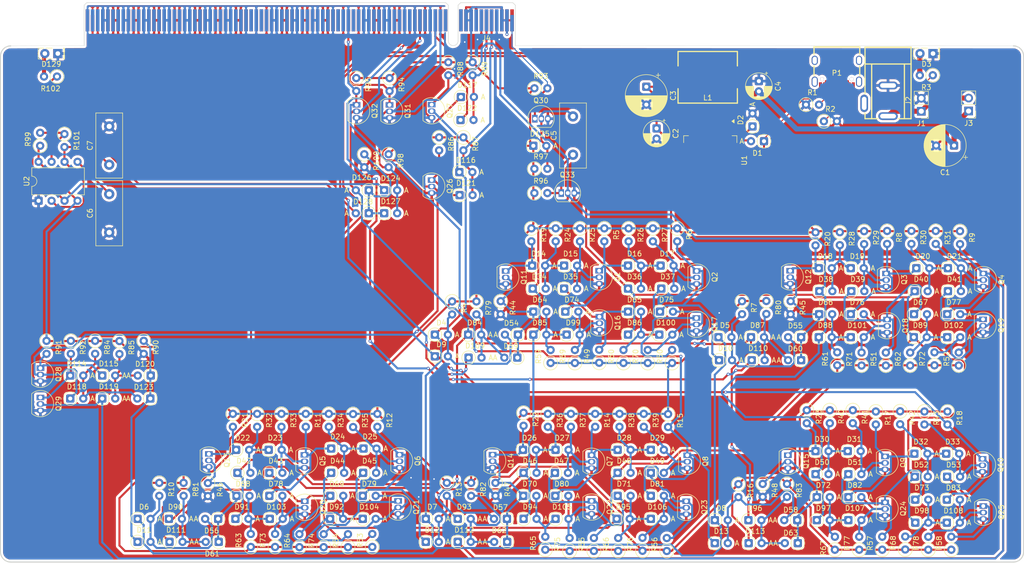
<source format=kicad_pcb>
(kicad_pcb (version 20241229) (generator "pcbnew") (generator_version "9.0")
  (layers (0 "F.Cu" signal) (2 "B.Cu" signal) (13 "F.Paste" user) (15 "B.Paste" user) (5 "F.SilkS" user "F.Silkscreen") (7 "B.SilkS" user "B.Silkscreen") (1 "F.Mask" user) (3 "B.Mask" user) (25 "Edge.Cuts" user))
  (net 0 "")
  (net 1 "GND")
  (net 2 "REG_BATT+")
  (net 3 "Net-(U2-THR)")
  (net 4 "Net-(U2-CV)")
  (net 5 "NRESET")
  (net 6 "L0")
  (net 7 "L4")
  (net 8 "LFSRXOR")
  (net 9 "L2")
  (net 10 "L1")
  (net 11 "CLK")
  (net 12 "NCLK")
  (net 13 "NL4")
  (net 14 "NL3")
  (net 15 "NL2")
  (net 16 "NL1")
  (net 17 "NL0")
  (net 18 "L3")
  (net 19 "RESET")
  (net 20 "SEED_4")
  (net 21 "SEED_3")
  (net 22 "SEED_2")
  (net 23 "SEED_1")
  (net 24 "IN_G0")
  (net 25 "IN_C0")
  (net 26 "RAW_CLK")
  (net 27 "NHALT")
  (net 28 "+BATT")
  (net 29 "Net-(P1-CC)")
  (net 31 "Net-(P1-VCONN)")
  (net 35 "CLK_TICK")
  (net 36 "Net-(U2-DIS)")
  (net 37 "Net-(D1-A)")
  (net 38 "Net-(Q33-C)")
  (net 39 "Net-(D125-A)")
  (net 40 "Net-(D2-K)")
  (net 41 "Net-(D3-A)")
  (net 42 "Net-(D4-A)")
  (net 43 "Net-(D10-A)")
  (net 44 "Net-(D11-A)")
  (net 45 "Net-(D12-A)")
  (net 46 "Net-(D13-A)")
  (net 47 "Net-(D14-K)")
  (net 48 "Net-(D14-A)")
  (net 49 "Net-(D15-A)")
  (net 50 "Net-(D16-A)")
  (net 51 "Net-(D16-K)")
  (net 52 "Net-(D17-A)")
  (net 53 "Net-(D18-K)")
  (net 54 "Net-(D18-A)")
  (net 55 "Net-(D19-A)")
  (net 56 "Net-(D20-K)")
  (net 57 "Net-(D20-A)")
  (net 58 "Net-(D21-A)")
  (net 59 "Net-(D22-K)")
  (net 60 "Net-(D22-A)")
  (net 61 "Net-(D23-A)")
  (net 62 "Net-(D24-A)")
  (net 63 "Net-(D24-K)")
  (net 64 "Net-(D25-A)")
  (net 65 "Net-(D26-A)")
  (net 66 "Net-(D26-K)")
  (net 67 "Net-(D27-A)")
  (net 68 "Net-(D28-A)")
  (net 69 "Net-(D28-K)")
  (net 70 "Net-(D29-A)")
  (net 71 "Net-(D30-A)")
  (net 72 "Net-(D30-K)")
  (net 73 "Net-(D31-A)")
  (net 74 "Net-(D32-A)")
  (net 75 "Net-(D32-K)")
  (net 76 "Net-(D33-A)")
  (net 77 "Net-(D35-K)")
  (net 78 "Net-(D39-K)")
  (net 79 "Net-(D43-K)")
  (net 80 "Net-(D47-K)")
  (net 81 "Net-(D51-K)")
  (net 82 "Net-(D54-K)")
  (net 83 "Net-(D55-K)")
  (net 84 "Net-(D56-K)")
  (net 85 "Net-(D57-K)")
  (net 86 "Net-(D58-K)")
  (net 87 "Net-(D109-A)")
  (net 88 "Net-(D110-A)")
  (net 89 "Net-(D111-A)")
  (net 90 "Net-(D112-A)")
  (net 91 "Net-(D113-A)")
  (net 92 "Net-(D64-A)")
  (net 93 "Net-(D100-K)")
  (net 94 "Net-(D101-K)")
  (net 95 "Net-(D102-K)")
  (net 96 "Net-(D103-K)")
  (net 97 "Net-(D104-K)")
  (net 98 "Net-(D105-K)")
  (net 99 "Net-(D106-K)")
  (net 100 "Net-(D107-K)")
  (net 101 "Net-(D108-K)")
  (net 102 "Net-(D74-A)")
  (net 103 "Net-(D100-A)")
  (net 104 "Net-(D101-A)")
  (net 105 "Net-(D102-A)")
  (net 106 "Net-(D103-A)")
  (net 107 "Net-(D104-A)")
  (net 108 "Net-(D105-A)")
  (net 109 "Net-(D106-A)")
  (net 110 "Net-(D107-A)")
  (net 111 "Net-(D108-A)")
  (net 112 "Net-(D114-K)")
  (net 113 "Net-(D114-A)")
  (net 114 "Net-(D115-A)")
  (net 115 "Net-(D115-K)")
  (net 116 "Net-(D121-K)")
  (net 117 "Net-(D122-K)")
  (net 118 "Net-(D126-K)")
  (net 119 "Net-(D129-A)")
  (net 120 "TAP_G3")
  (net 122 "LOAD4")
  (net 124 "TAP_G5")
  (net 129 "TAP_C2")
  (net 133 "TAP_G9")
  (net 135 "LOAD0")
  (net 138 "INPUT3")
  (net 143 "TAP_C8")
  (net 144 "LOAD1")
  (net 151 "INPUT2")
  (net 155 "LOAD2")
  (net 159 "TAP_C3")
  (net 162 "TAP_G6")
  (net 164 "HALT")
  (net 167 "LOAD3")
  (net 169 "TAP_G8")
  (net 175 "TAP_C6")
  (net 176 "TAP_C9")
  (net 180 "INPUT1")
  (net 186 "LOAD5")
  (net 187 "INPUT4")
  (net 190 "TAP_C5")
  (net 192 "INPUT5")
  (net 193 "INPUT0")
  (net 194 "TAP_G2")
  (net 195 "+5V")
  (footprint "Diode_THT:D_DO-35_SOD27_P2.54mm_Vertical_AnodeUp" (layer "F.Cu") (at 160.67 115.5)
    (property "Reference" "D99")
    (property "Value" "D")
  )
  (footprint "Diode_THT:D_DO-35_SOD27_P2.54mm_Vertical_AnodeUp" (layer "F.Cu") (at 139.74 88.2)
    (property "Reference" "D121")
    (property "Value" "D")
  )
  (footprint "Diode_THT:D_DO-35_SOD27_P2.54mm_Vertical_AnodeUp" (layer "F.Cu") (at 235.04 143.29)
    (property "Reference" "D53")
    (property "Value" "D")
  )
  (footprint "Package_TO_SOT_THT:TO-92L_Inline" (layer "F.Cu") (at 204.374314 103 -90)
    (property "Reference" "Q12")
    (property "Value" "NPN")
  )
  (footprint "Diode_THT:D_DO-35_SOD27_P2.54mm_Vertical_AnodeUp" (layer "F.Cu") (at 133.135686 156.045)
    (property "Reference" "D12")
    (property "Value" "D")
  )
  (footprint "Diode_THT:D_DO-35_SOD27_P2.54mm_Vertical_AnodeUp" (layer "F.Cu") (at 235.21 107)
    (property "Reference" "D41")
    (property "Value" "D")
  )
  (footprint "Resistor_THT:R_Axial_DIN0207_L6.3mm_D2.5mm_P2.54mm_Vertical" (layer "F.Cu") (at 209.324314 95.5 -90)
    (property "Reference" "R20")
    (property "Value" "10k")
  )
  (footprint "Diode_THT:D_DO-35_SOD27_P2.54mm_Vertical_AnodeUp" (layer "F.Cu") (at 140 69)
    (property "Reference" "D117")
    (property "Value" "D")
  )
  (footprint "Diode_THT:D_DO-35_SOD27_P2.54mm_Vertical_AnodeUp" (layer "F.Cu") (at 139.385686 156.045)
    (property "Reference" "D112")
    (property "Value" "D")
  )
  (footprint "Resistor_THT:R_Axial_DIN0207_L6.3mm_D2.5mm_P2.54mm_Vertical" (layer "F.Cu") (at 194.25 144.75 -90)
    (property "Reference" "R16")
    (property "Value" "10k")
  )
  (footprint "Resistor_THT:R_Axial_DIN0207_L6.3mm_D2.5mm_P2.54mm_Vertical" (layer "F.Cu") (at 237.574314 95.25 -90)
    (property "Reference" "R9")
    (property "Value" "10k")
  )
  (footprint "Resistor_THT:R_Axial_DIN0207_L6.3mm_D2.5mm_P2.54mm_Vertical" (layer "F.Cu") (at 207.46 70.5)
    (property "Reference" "R1")
    (property "Value" "5.1k")
  )
  (footprint "Package_TO_SOT_THT:TO-92L_Inline" (layer "F.Cu") (at 242.114314 149.04 -90)
    (property "Reference" "Q25")
    (property "Value" "NPN")
  )
  (footprint "Resistor_THT:R_Axial_DIN0207_L6.3mm_D2.5mm_P2.54mm_Vertical" (layer "F.Cu") (at 161.25 157.835 90)
    (property "Reference" "R75")
    (property "Value" "10k")
  )
  (footprint "Resistor_THT:R_Axial_DIN0207_L6.3mm_D2.5mm_P2.54mm_Vertical" (layer "F.Cu") (at 210.96 73.75)
    (property "Reference" "R2")
    (property "Value" "5.1k")
  )
  (footprint "Resistor_THT:R_Axial_DIN0207_L6.3mm_D2.5mm_P2.54mm_Vertical" (layer "F.Cu") (at 108.425686 157.08 90)
    (property "Reference" "R64")
    (property "Value" "10k")
  )
  (footprint "Package_TO_SOT_THT:TO-92L_Inline" (layer "F.Cu") (at 148.76 103.05 -90)
    (property "Reference" "Q11")
    (property "Value" "NPN")
  )
  (footprint "Diode_THT:D_DO-35_SOD27_P2.54mm_Vertical_AnodeUp" (layer "F.Cu") (at 177.135686 138.04)
    (property "Reference" "D29")
    (property "Value" "D")
  )
  (footprint "Resistor_THT:R_Axial_DIN0207_L6.3mm_D2.5mm_P2.54mm_Vertical" (layer "F.Cu") (at 61.045 65 180)
    (property "Reference" "R102")
    (property "Value" "330")
  )
  (footprint "imported_components_other:DC-IN-TH_DC-005-A200" (layer "F.Cu") (at 221.17 69.75 -90)
    (property "Reference" "J2")
    (property "Value" "Barrel_Jack" (hide yes))
  )
  (footprint "Resistor_THT:R_Axial_DIN0207_L6.3mm_D2.5mm_P2.54mm_Vertical" (layer "F.Cu") (at 171.784314 121.045 90)
    (property "Reference" "R60")
    (property "Value" "10k")
  )
  (footprint "Resistor_THT:R_Axial_DIN0207_L6.3mm_D2.5mm_P2.54mm_Vertical" (layer "F.Cu") (at 125.864314 80.205 -90)
    (property "Reference" "R98")
    (property "Value" "10k")
  )
  (footprint "Package_TO_SOT_THT:TO-92L_Inline" (layer "F.Cu") (at 119.6 70.54 -90)
    (property "Reference" "Q32")
    (property "Value" "NPN")
  )
  (footprint "Diode_THT:D_DO-35_SOD27_P2.54mm_Vertical_AnodeUp" (layer "F.Cu") (at 189.635686 156.295)
    (property "Reference" "D13")
    (property "Value" "D")
  )
  (footprint "Diode_THT:D_DO-35_SOD27_P2.54mm_Vertical_AnodeUp" (layer "F.Cu") (at 206.5 120.5 180)
    (property "Reference" "D60")
    (property "Value" "D")
  )
  (footprint "Diode_THT:D_DO-35_SOD27_P2.54mm_Vertical_AnodeUp" (layer "F.Cu") (at 114.635686 137.79)
    (property "Reference" "D24")
    (property "Value" "D")
  )
  (footprint "Resistor_THT:R_Axial_DIN0207_L6.3mm_D2.5mm_P2.54mm_Vertical" (layer "F.Cu") (at 104.925686 130.995 -90)
    (property "Reference" "R33")
    (property "Value" "10k")
  )
  (footprint "Diode_THT:D_DO-35_SOD27_P2.54mm_Vertical_AnodeUp" (layer "F.Cu") (at 170.635686 138.04)
    (property "Reference" "D28")
    (property "Value" "D")
  )
  (footprint "Resistor_THT:R_Axial_DIN0207_L6.3mm_D2.5mm_P2.54mm_Vertical" (layer "F.Cu") (at 226.864314 157.54 90)
    (property "Reference" "R68")
    (property "Value" "10k")
  )
  (footprint "Diode_THT:D_DO-35_SOD27_P2.54mm_Vertical_AnodeUp" (layer "F.Cu") (at 76.79 151.545)
    (property "Reference" "D6")
    (property "Value" "D")
  )
  (footprint "Resistor_THT:R_Axial_DIN0207_L6.3mm_D2.5mm_P2.54mm_Vertical" (layer "F.Cu") (at 95.425686 130.995 -90)
    (property "Reference" "R21")
    (property "Value" "10k")
  )
  (footprint "Resistor_THT:R_Axial_DIN0207_L6.3mm_D2.5mm_P2.54mm_Vertical" (layer "F.Cu") (at 113.175686 157.085 90)
    (property "Reference" "R74")
    (property "Value" "10k")
  )
  (footprint "Diode_THT:D_DO-35_SOD27_P2.54mm_Vertical_AnodeUp" (layer "F.Cu") (at 154.034314 106.5)
    (property "Reference" "D34")
    (property "Value" "D")
  )
  (footprint "Resistor_THT:R_Axial_DIN0207_L6.3mm_D2.5mm_P2.54mm_Vertical" (layer "F.Cu") (at 123.675686 131 -90)
    (property "Reference" "R12")
    (property "Value" "10k")
  )
  (footprint "Package_TO_SOT_THT:TO-92L_Inline" (layer "F.Cu") (at 223.124314 103.55 -90)
    (property "Reference" "Q3")
    (property "Value" "NPN")
  )
  (footprint "Package_TO_SOT_THT:TO-92L_Inline" (layer "F.Cu") (at 184.25 139.09 -90)
    (property "Reference" "Q8")
    (property "Value" "NPN")
  )
  (footprint "Resistor_THT:R_Axial_DIN0207_L6.3mm_D2.5mm_P2.54mm_Vertical" (layer "F.Cu") (at 199 144.705 -90)
    (property "Reference" "R48")
    (property "Value" "10k")
  )
  (footprint "Diode_THT:D_DO-35_SOD27_P2.54mm_Vertical_AnodeUp" (layer "F.Cu") (at 228.71 107)
    (property "Reference" "D40")
    (property "Value" "D")
  )
  (footprint "Diode_THT:D_DO-35_SOD27_P2.54mm_Vertical_AnodeUp" (layer "F.Cu") (at 160.17 106.5)
    (property "Reference" "D35")
    (property "Value" "D")
  )
  (footprint "Resistor_THT:R_Axial_DIN0207_L6.3mm_D2.5mm_P2.54mm_Vertical" (layer "F.Cu") (at 62.5 76.25 -90)
    (property "Reference" "R101")
    (property "Value" "330")
  )
  (footprint "Resistor_THT:R_Axial_DIN0207_L6.3mm_D2.5mm_P2.54mm_Vertical" (layer "F.Cu") (at 203.75 144.71 -90)
    (property "Reference" "R83")
    (property "Value" "10k")
  )
  (footprint "Diode_THT:D_DO-35_SOD27_P2.54mm_Vertical_AnodeUp" (layer "F.Cu") (at 95.925686 151.54)
    (property "Reference" "D91")
    (property "Value" "D")
  )
  (footprint "Diode_THT:D_DO-35_SOD27_P2.54mm_Vertical_AnodeUp" (layer "F.Cu") (at 170.46 151.54)
    (property "Reference" "D95")
    (property "Value" "D")
  )
  (footprint "Resistor_THT:R_Axial_DIN0207_L6.3mm_D2.5mm_P2.54mm_Vertical" (layer "F.Cu") (at 168.034314 94.705 -90)
    (property "Reference" "R5")
    (property "Value" "10k")
  )
  (footprint "Diode_THT:D_DO-35_SOD27_P2.54mm_Vertical_AnodeUp" (layer "F.Cu") (at 158.385686 142.54)
    (property "Reference" "D47")
    (property "Value" "D")
  )
  (footprint "Resistor_THT:R_Axial_DIN0207_L6.3mm_D2.5mm_P2.54mm_Vertical" (layer "F.Cu") (at 147.784314 108.96 -90)
    (property "Reference" "R44")
    (property "Value" "10k")
  )
  (footprint "Diode_THT:D_DO-35_SOD27_P2.54mm_Vertical_AnodeUp" (layer "F.Cu") (at 154.17 111)
    (property "Reference" "D64")
    (property "Value" "D")
  )
  (footprint "Diode_THT:D_DO-35_SOD27_P2.54mm_Vertical_AnodeUp" (layer "F.Cu") (at 79.29 128.005 180)
    (property "Reference" "D123")
    (property "Value" "D")
  )
  (footprint "Diode_THT:D_DO-35_SOD27_P2.54mm_Vertical_AnodeUp" (layer "F.Cu") (at 158.46 147.04)
    (property "Reference" "D80")
    (property "Value" "D")
  )
  (footprint "Diode_THT:D_DO-35_SOD27_P2.54mm_Vertical_AnodeUp" (layer "F.Cu") (at 102.561372 142.54)
    (property "Reference" "D43")
    (property "Value" "D")
  )
  (footprint "Package_TO_SOT_THT:TO-92L_Inline" (layer "F.Cu") (at 222.914314 139.34 -90)
    (property "Reference" "Q9")
    (property "Value" "NPN")
  )
  (footprint "Diode_THT:D_DO-35_SOD27_P2.54mm_Vertical_AnodeUp" (layer "F.Cu") (at 177.135686 142.54)
    (property "Reference" "D49")
    (property "Value" "D")
  )
  (footprint "Capacitor_THT:CP_Radial_D5.0mm_P2.00mm" (layer "F.Cu") (at 198.25 65.9 -90)
    (property "Reference" "C4")
    (property "Value" "10uF")
  )
  (footprint "Resistor_THT:R_Axial_DIN0207_L6.3mm_D2.5mm_P2.54mm_Vertical" (layer "F.Cu") (at 143.034314 109 -90)
    (property "Reference" "R79")
    (property "Value" "10k")
  )
  (footprint "Diode_THT:D_DO-35_SOD27_P2.54mm_Vertical_AnodeUp" (layer "F.Cu") (at 215.75 142.79)
    (property "Reference" "D51")
    (property "Value" "D")
  )
  (footprint "Capacitor_THT:C_Disc_D12.5mm_W5.0mm_P7.50mm" (layer "F.Cu") (at 71.25 95.5 90)
    (property "Reference" "C6")
    (property "Value" "2uF")
  )
  (footprint "imported_components_other:IND-SMD_L11.6-W10.1" (layer "F.Cu") (at 188.25 65.15 180)
    (property "Reference" "L1")
    (property "Value" "CYA1040-33UH")
  )
  (footprint "Resistor_THT:R_Axial_DIN0207_L6.3mm_D2.5mm_P2.54mm_Vertical" (layer "F.Cu") (at 154.37 67.3)
    (property "Reference" "R93")
    (property "Value" "10k")
  )
  (footprint "Connector_PinHeader_2.54mm:PinHeader_1x02_P2.54mm_Vertical" (layer "F.Cu") (at 239.25 71.75 180)
    (property "Reference" "J3")
    (property "Value" "Conn_01x02")
  )
  (footprint "Package_TO_SOT_THT:TO-92L_Inline" (layer "F.Cu") (at 241.954314 139.79 -90)
    (property "Reference" "Q10")
    (property "Value" "NPN")
  )
  (footprint "Resistor_THT:R_Axial_DIN0207_L6.3mm_D2.5mm_P2.54mm_Vertical" (layer "F.Cu") (at 235.864314 157.58 90)
    (property "Reference" "R58")
    (property "Value" "10k")
  )
  (footprint "Diode_THT:D_DO-35_SOD27_P2.54mm_Vertical_AnodeUp" (layer "F.Cu") (at 149.04 156.045 180)
    (property "Reference" "D62")
    (property "Value" "D")
  )
  (footprint "Diode_THT:D_DO-35_SOD27_P2.54mm_Vertical_AnodeUp" (layer "F.Cu") (at 141.42 115.5)
    (property "Reference" "D84")
    (property "Value" "D")
  )
  (footprint "Diode_THT:D_DO-35_SOD27_P2.54mm_Vertical_AnodeUp" (layer "F.Cu") (at 152.25 151.54)
    (property "Reference" "D94")
    (property "Value" "D")
  )
  (footprint "Resistor_THT:R_Axial_DIN0207_L6.3mm_D2.5mm_P2.54mm_Vertical" (layer "F.Cu") (at 223.074314 121.545 90)
    (property "Reference" "R51")
    (property "Value" "10k")
  )
  (footprint "Resistor_THT:R_Axial_DIN0207_L6.3mm_D2.5mm_P2.54mm_Vertical" (layer "F.Cu") (at 232.824314 95.21 -90)
    (property "Reference" "R31")
    (property "Value" "10k")
  )
  (footprint "Diode_THT:D_DO-35_SOD27_P2.54mm_Vertical_AnodeUp" (layer "F.Cu") (at 228.728628 143.29)
    (property "Reference" "D52")
    (property "Value" "D")
  )
  (footprint "Resistor_THT:R_Axial_DIN0207_L6.3mm_D2.5mm_P2.54mm_Vertical" (layer "F.Cu") (at 221.114314 130.54 -90)
    (property "Reference" "R17")
    (property "Value" "10k")
  )
  (footprint "Diode_THT:D_DO-35_SOD27_P2.54mm_Vertical_AnodeUp" (layer "F.Cu") (at 154.16 78.55)
    (property "Reference" "D125")
    (property "Value" "D")
  )
  (footprint "Resistor_THT:R_Axial_DIN0207_L6.3mm_D2.5mm_P2.54mm_Vertical" (layer "F.Cu") (at 166.25 130.995 -90)
    (property "Reference" "R14")
    (property "Value" "10k")
  )
  (footprint "Resistor_THT:R_Axial_DIN0207_L6.3mm_D2.5mm_P2.54mm_Vertical" (layer "F.Cu") (at 180.25 157.835 90)
    (property "Reference" "R56")
    (property "Value" "10k")
  )
  (footprint "Diode_THT:D_DO-35_SOD27_P2.54mm_Vertical_AnodeUp" (layer "F.Cu") (at 133.135686 151.545)
    (property "Reference" "D7")
    (property "Value" "D")
  )
  (footprint "Package_TO_SOT_THT:TO-92L_Inline" (layer "F.Cu") (at 242.124314 103.55 -90)
    (property "Reference" "Q4")
    (property "Value" "NPN")
  )
  (footprint "Diode_THT:D_DO-35_SOD27_P2.54mm_Vertical_AnodeUp" (layer "F.Cu") (at 228.824314 152.29)
    (property "Reference" "D98")
    (property "Value" "D")
  )
  (footprint "Resistor_THT:R_Axial_DIN0207_L6.3mm_D2.5mm_P2.54mm_Vertical" (layer "F.Cu") (at 81.04 144.5 -90)
    (property "Reference" "R10")
    (property "Value" "10k")
  )
  (footprint "Diode_THT:D_DO-35_SOD27_P2.54mm_Vertical_AnodeUp" (layer "F.Cu") (at 172.67 106.5)
    (property "Reference" "D36")
    (property "Value" "D")
  )
  (footprint "Package_TO_SOT_THT:TO-92L_Inline" (layer "F.Cu") (at 203.914314 139.09 -90)
    (property "Reference" "Q15")
    (property "Value" "NPN")
  )
  (footprint "Connector_PinHeader_2.54mm:PinHeader_1x02_P2.54mm_Vertical" (layer "F.Cu") (at 230 71.79 180)
    (property "Reference" "J1")
    (property "Value" "Conn_01x02")
  )
  (footprint "Resistor_THT:R_Axial_DIN0207_L6.3mm_D2.5mm_P2.54mm_Vertical" (layer "F.Cu") (at 59 116.715 -90)
    (property "Reference" "R91")
    (property "Value" "10k")
  )
  (footprint "Resistor_THT:R_Axial_DIN0207_L6.3mm_D2.5mm_P2.54mm_Vertical" (layer "F.Cu") (at 163.284314 94.71 -90)
    (property "Reference" "R25")
    (property "Value" "10k")
  )
  (footprint "Resistor_THT:R_Axial_DIN0207_L6.3mm_D2.5mm_P2.54mm_Vertical" (layer "F.Cu") (at 207.614314 130.29 -90)
    (property "Reference" "R23")
    (property "Value" "10k")
  )
  (footprint "Resistor_THT:R_Axial_DIN0207_L6.3mm_D2.5mm_P2.54mm_Vertical" (layer "F.Cu") (at 135.74 76.905 -90)
    (property "Reference" "R86")
    (property "Value" "10k")
  )
  (footprint "Resistor_THT:R_Axial_DIN0207_L6.3mm_D2.5mm_P2.54mm_Vertical" (layer "F.Cu") (at 175.75 130.995 -90)
    (property "Reference" "R39")
    (property "Value" "10k")
  )
  (footprint "Package_TO_SOT_THT:TO-92L_Inline" (layer "F.Cu") (at 126.05 70.55 -90)
    (property "Reference" "Q31")
    (property "Value" "NPN")
  )
  (footprint "Diode_THT:D_DO-35_SOD27_P2.54mm_Vertical_AnodeUp" (layer "F.Cu") (at 177.135686 151.54)
    (property "Reference" "D106")
    (property "Value" "D")
  )
  (footprint "Resistor_THT:R_Axial_DIN0207_L6.3mm_D2.5mm_P2.54mm_Vertical" (layer "F.Cu") (at 103.675686 157.04 90)
    (property "Reference" "R73")
    (property "Value" "10k")
  )
  (footprint "Diode_THT:D_DO-35_SOD27_P2.54mm_Vertical_AnodeUp" (layer "F.Cu") (at 170.635686 142.54)
    (property "Reference" "D48")
    (property "Value" "D")
  )
  (footprint "Diode_THT:D_DO-35_SOD27_P2.54mm_Vertical_AnodeUp" (layer "F.Cu") (at 216.324314 107)
    (property "Reference" "D39")
    (property "Value" "D")
  )
  (footprint "Diode_THT:D_DO-35_SOD27_P2.54mm_Vertical_AnodeUp" (layer "F.Cu") (at 172.67 102)
    (property "Reference" "D16")
    (property "Value" "D")
  )
  (footprint "Resistor_THT:R_Axial_DIN0207_L6.3mm_D2.5mm_P2.54mm_Vertical" (layer "F.Cu") (at 180.5 131.04 -90)
    (property "Reference" "R15")
    (property "Value" "10k")
  )
  (footprint "Diode_THT:D_DO-35_SOD27_P2.54mm_Vertical_AnodeUp" (layer "F.Cu") (at 209.574314 151.79)
    (property "Reference" "D97")
    (property "Value" "D")
  )
  (footprint "Diode_THT:D_DO-35_SOD27_P2.54mm_Vertical_AnodeUp" (layer "F.Cu") (at 96.061372 138.04)
    (property "Reference" "D22")
    (property "Value" "D")
  )
  (footprint "Resistor_THT:R_Axial_DIN0207_L6.3mm_D2.5mm_P2.54mm_Vertical" (layer "F.Cu") (at 237.324314 121.54 90)
    (property "Reference" "R52")
    (property "Value" "10k")
  )
  (footprint "Resistor_THT:R_Axial_DIN0207_L6.3mm_D2.5mm_P2.54mm_Vertical" (layer "F.Cu") (at 171 130.995 -90)
    (property "Reference" "R38")
    (property "Value" "10k")
  )
  (footprint "Resistor_THT:R_Axial_DIN0207_L6.3mm_D2.5mm_P2.54mm_Vertical" (layer "F.Cu") (at 217.864314 157.58 90)
    (property "Reference" "R77")
    (property "Value" "10k")
  )
  (footprint "Diode_THT:D_DO-35_SOD27_P2.54mm_Vertical_AnodeUp" (layer "F.Cu") (at 196.71 116)
    (property "Reference" "D87")
    (property "Value" "D")
  )
  (footprint "Diode_THT:D_DO-35_SOD27_P2.54mm_Vertical_AnodeUp" (layer "F.Cu") (at 160.42 111)
    (property "Reference" "D74")
    (property "Value" "D")
  )
  (footprint "Resistor_THT:R_Axial_DIN0207_L6.3mm_D2.5mm_P2.54mm_Vertical" (layer "F.Cu") (at 109.675686 130.995 -90)
    (property "Reference" "R11")
    (property "Value" "10k")
  )
  (footprint "Resistor_THT:R_Axial_DIN0207_L6.3mm_D2.5mm_P2.54mm_Vertical" (layer "F.Cu") (at 182.284314 94.71 -90)
    (property "Reference" "R6")
    (property "Value" "10k")
  )
  (footprint "Diode_THT:D_DO-35_SOD27_P2.54mm_Vertical_AnodeUp" (layer "F.Cu") (at 196.845686 120.5)
    (property "Reference" "D110")
    (property "Value" "D")
  )
  (footprint "Diode_THT:D_DO-35_SOD27_P2.54mm_Vertical_AnodeUp" (layer "F.Cu") (at 228.534314 116)
    (property "Reference" "D89")
    (property "Value" "D")
  )
  (footprint "Diode_THT:D_DO-35_SOD27_P2.54mm_Vertical_AnodeUp" (layer "F.Cu") (at 190.46 120.5)
    (property "Reference" "D10")
    (property "Value" "D")
  )
  (footprint "Resistor_THT:R_Axial_DIN0207_L6.3mm_D2.5mm_P2.54mm_Vertical" (layer "F.Cu") (at 156.5 157.58 90)
    (property "Reference" "R65")
    (property "Value" "10k")
  )
  (footprint "Diode_THT:D_DO-35_SOD27_P2.54mm_Vertical_AnodeUp" (layer "F.Cu") (at 234.864314 138.79)
    (property "Reference" "D33")
    (property "Value" "D")
  )
  (footprint "Diode_THT:D_DO-35_SOD27_P2.54mm_Vertical_AnodeUp" (layer "F.Cu") (at 209.96 102.5)
    (property "Reference" "D18")
    (property "Value" "D")
  )
  (footprint "Resistor_THT:R_Axial_DIN0207_L6.3mm_D2.5mm_P2.54mm_Vertical" (layer "F.Cu") (at 122.675686 157.04 90)
    (property "Reference" "R53")
    (property "Value" "10k")
  )
  (footprint "Resistor_THT:R_Axial_DIN0207_L6.3mm_D2.5mm_P2.54mm_Vertical" (layer "F.Cu") (at 176.534314 121.045 90)
    (property "Reference" "R70")
    (property "Value" "10k")
  )
  (footprint "Diode_THT:D_DO-35_SOD27_P2.54mm_Vertical_AnodeUp" (layer "F.Cu") (at 228.574314 111.5)
    (property "Reference" "D67")
    (property "Value" "D")
  )
  (footprint "Resistor_THT:R_Axial_DIN0207_L6.3mm_D2.5mm_P2.54mm_Vertical" (layer "F.Cu") (at 214.074314 95.455 -90)
    (property "Reference" "R28")
    (property "Value" "10k")
  )
  (footprint "Resistor_THT:R_Axial_DIN0207_L6.3mm_D2.5mm_P2.54mm_Vertical" (layer "F.Cu") (at 228.074314 95.205 -90)
    (property "Reference" "R30")
    (property "Value" "10k")
  )
  (footprint "Package_TO_SOT_THT:TO-92L_Inline" (layer "F.Cu") (at 223.324314 112.55 -90)
    (property "Reference" "Q18")
    (property "Value" "NPN")
  )
  (footprint "Diode_THT:D_DO-35_SOD27_P2.54mm_Vertical_AnodeUp" (layer "F.Cu") (at 82.925686 151.545)
    (property "Reference" "D90")
    (property "Value" "D")
  )
  (footprint "Resistor_THT:R_Axial_DIN0207_L6.3mm_D2.5mm_P2.54mm_Vertical" (layer "F.Cu") (at 119.55 65.295 -90)
    (property "Reference" "R95")
    (property "Value" "10k")
  )
  (footprint "Diode_THT:D_DO-35_SOD27_P2.54mm_Vertical_AnodeUp" (layer "F.Cu") (at 134.92 119.75)
    (property "Reference" "D9")
    (property "Value" "D")
  )
  (footprint "LED_THT:LED_Rectangular_W5.0mm_H2.0mm" (layer "F.Cu") (at 232.29 60.5 180)
    (property "Reference" "D3")
    (property "Value" "LED")
  )
  (footprint "Package_TO_SOT_THT:TO-92L_Inline" (layer "F.Cu") (at 167.084314 112 -90)
    (property "Reference" "Q16")
    (property "Value" "NPN")
  )
  (footprint "Resistor_THT:R_Axial_DIN0207_L6.3mm_D2.5mm_P2.54mm_Vertical" (layer "F.Cu") (at 137.54 62.21 -90)
    (property "Reference" "R88")
    (property "Value" "10k")
  )
  (footprint "Package_TO_SOT_THT:TO-92L_Inline" (layer "F.Cu") (at 159.62 87.8)
    (property "Reference" "Q33")
    (property "Value" "NPN")
  )
  (footprint "Diode_THT:D_DO-35_SOD27_P2.54mm_Vertical_AnodeUp" (layer "F.Cu") (at 216.21 116)
    (property "Reference" "D101")
    (property "Value" "D")
  )
  (footprint "Resistor_THT:R_Axial_DIN0207_L6.3mm_D2.5mm_P2.54mm_Vertical" (layer "F.Cu") (at 98.925686 157.04 90)
    (property "Reference" "R63")
    (property "Value" "10k")
  )
  (footprint "Diode_THT:D_DO-35_SOD27_P2.54mm_Vertical_AnodeUp" (layer "F.Cu") (at 102.425686 138.04)
    (property "Reference" "D23")
    (property "Value" "D")
  )
  (footprint "Diode_THT:D_DO-35_SOD27_P2.54mm_Vertical_AnodeUp" (layer "F.Cu") (at 215.614314 138.29)
    (property "Reference" "D31")
    (property "Value" "D")
  )
  (footprint "Connector_PCBEdge:BUS_PCIexpress_x16" (layer "F.Cu") (at 150 54 180)
    (property "Reference" "J4")
    (property "Value" "Bus_PCI_Express_x16")
    (fp_line (start 83.65 2.95) (end 83.15 3.45) (stroke (width 0.1)) (layer "Edge.Cuts"))
    (fp_line (start 83.65 -4.95) (end 83.65 2.95) (stroke (width 0.1)) (layer "Edge.Cuts"))
    (fp_line (start 12.95 3.45) (end 83.15 3.45) (stroke (width 0.1)) (layer "Edge.Cuts"))
    (fp_line (start 12.45 2.95) (end 12.95 3.45) (stroke (width 0.1)) (layer "Edge.Cuts"))
    (fp_line (start 12.45 -4) (end 12.45 2.95) (stroke (width 0.1)) (layer "Edge.Cuts"))
    (fp_line (start 10.55 2.95) (end 10.05 3.45) (stroke (width 0.1)) (layer "Edge.Cuts"))
    (fp_line (start 10.55 -4) (end 10.55 2.95) (stroke (width 0.1)) (layer "Edge.Cuts"))
    (fp_line (start -0.15 3.45) (end 10.05 3.45) (stroke (width 0.1)) (layer "Edge.Cuts"))
    (fp_line (start -0.65 2.95) (end -0.15 3.45) (stroke (width 0.1)) (layer "Edge.Cuts"))
    (fp_line (start -0.65 -4.95) (end -0.65 2.95) (stroke (width 0.1)) (layer "Edge.Cuts"))
    (fp_arc (start 10.55 -4) (mid 11.5 -4.95) (end 12.45 -4) (stroke (width 0.1)) (layer "Edge.Cuts"))
  )
  (footprint "Diode_THT:D_DO-35_SOD27_P2.54mm_Vertical_AnodeUp" (layer "F.Cu") (at 189.635686 151.795)
    (property "Reference" "D8")
    (property "Value" "D")
  )
  (footprint "Resistor_THT:R_Axial_DIN0207_L6.3mm_D2.5mm_P2.54mm_Vertical" (layer "F.Cu") (at 90.54 144.545 -90)
    (property "Reference" "R46")
    (property "Value" "10k")
  )
  (footprint "Diode_THT:D_DO-35_SOD27_P2.54mm_Vertical_AnodeUp" (layer "F.Cu") (at 228.654314 138.79)
    (property "Reference" "D32")
    (property "Value" "D")
  )
  (footprint "Diode_THT:D_DO-35_SOD27_P2.54mm_Vertical_AnodeUp" (layer "F.Cu") (at 170.635686 147.04)
    (property "Reference" "D71")
    (property "Value" "D")
  )
  (footprint "Capacitor_THT:CP_Radial_D8.0mm_P3.50mm" (layer "F.Cu") (at 236.402651 78.5 180)
    (property "Reference" "C1")
    (property "Value" "100uF")
  )
  (footprint "Resistor_THT:R_Axial_DIN0207_L6.3mm_D2.5mm_P2.54mm_Vertical" (layer "F.Cu") (at 235.114314 130.54 -90)
    (property "Reference" "R18")
    (property "Value" "10k")
  )
  (footprint "Diode_THT:D_DO-35_SOD27_P2.54mm_Vertical_AnodeUp" (layer "F.Cu") (at 141.494314 120)
    (property "Reference" "D109")
    (property "Value" "D")
  )
  (footprint "Capacitor_THT:C_Disc_D12.5mm_W5.0mm_P7.50mm" (layer "F.Cu") (at 161.91 80.3 90)
    (property "Reference" "C5")
    (property "Value" "2uF")
  )
  (footprint "Package_TO_SOT_SMD:TO-263-5_TabPin6" (layer "F.Cu") (at 188.75 81.4 -90)
    (property "Reference" "U1")
    (property "Value" "LM2596SX-5.0/NOPB")
  )
  (footprint "Diode_THT:D_DO-35_SOD27_P2.54mm_Vertical_AnodeUp" (layer "F.Cu") (at 178.784314 115.5)
    (property "Reference" "D100")
    (property "Value" "D")
  )
  (footprint "Package_TO_SOT_THT:TO-92L_Inline" (layer "F.Cu") (at 134.29 70.5 -90)
    (property "Reference" "Q27")
    (property "Value" "NPN")
  )
  (footprint "Diode_THT:D_DO-35_SOD27_P2.54mm_Vertical_AnodeUp" (layer "F.Cu") (at 152.135686 138.04)
    (property "Reference" "D26")
    (property "Value" "D")
  )
  (footprint "Resistor_THT:R_Axial_DIN0207_L6.3mm_D2.5mm_P2.54mm_Vertical" (layer "F.Cu") (at 117.925686 157.085 90)
    (property "Reference" "R54")
    (property "Value" "10k")
  )
  (footprint "Diode_THT:D_DO-35_SOD27_P2.54mm_Vertical_AnodeUp" (layer "F.Cu") (at 102.635686 151.54)
    (property "Reference" "D103")
    (property "Value" "D")
  )
  (footprint "Diode_THT:D_DO-35_SOD27_P2.54mm_Vertical_AnodeUp" (layer "F.Cu") (at 210.074314 107)
    (property "Reference" "D38")
    (property "Value" "D")
  )
  (footprint "Resistor_THT:R_Axial_DIN0207_L6.3mm_D2.5mm_P2.54mm_Vertical" (layer "F.Cu") (at 199.71 108.915 -90)
    (property "Reference" "R80")
    (property "Value" "10k")
  )
  (footprint "Resistor_THT:R_Axial_DIN0207_L6.3mm_D2.5mm_P2.54mm_Vertical" (layer "F.Cu") (at 232.574314 121.5 90)
    (property "Reference" "R72")
    (property "Value" "10k")
  )
  (footprint "Package_TO_SOT_THT:TO-92L_Inline" (layer "F.Cu") (at 186.034314 112.25 -90)
    (property "Reference" "Q17")
    (property "Value" "NPN")
  )
  (footprint "Resistor_THT:R_Axial_DIN0207_L6.3mm_D2.5mm_P2.54mm_Vertical" (layer "F.Cu") (at 194.96 108.96 -90)
    (property "Reference" "R7")
    (property "Value" "10k")
  )
  (footprint "Package_TO_SOT_THT:TO-92L_Inline" (layer "F.Cu") (at 128 139 -90)
    (property "Reference" "Q6")
    (property "Value" "NPN")
  )
  (footprint "Package_DIP:DIP-8_W7.62mm" (layer "F.Cu") (at 57.44 89.305 90)
    (property "Reference" "U2")
    (property "Value" "LM555xN")
  )
  (footprint "Diode_THT:D_DO-35_SOD27_P2.54mm_Vertical_AnodeUp" (layer "F.Cu") (at 152.21 147.04)
    (property "Reference" "D70")
    (property "Value" "D")
  )
  (footprint "Diode_THT:D_DO-35_SOD27_P2.54mm_Vertical_AnodeUp" (layer "F.Cu") (at 158.5 151.54)
    (property "Reference" "D105")
    (property "Value" "D")
  )
  (footprint "Package_TO_SOT_THT:TO-92L_Inline" (layer "F.Cu") (at 57.8 127.805 -90)
    (property "Reference" "Q29")
    (property "Value" "NPN")
  )
  (footprint "Diode_THT:D_DO-35_SOD27_P2.54mm_Vertical_AnodeUp" (layer "F.Cu") (at 235.074314 116)
    (property "Reference" "D102")
    (property "Value" "D")
  )
  (footprint "Resistor_THT:R_Axial_DIN0207_L6.3mm_D2.5mm_P2.54mm_Vertical" (layer "F.Cu") (at 218.324314 121.545 90)
    (property "Reference" "R71")
    (property "Value" "10k")
  )
  (footprint "Diode_THT:D_DO-35_SOD27_P2.54mm_Vertical_AnodeUp" (layer "F.Cu") (at 120.811372 147.04)
    (property "Reference" "D79")
    (property "Value" "D")
  )
  (footprint "Package_TO_SOT_THT:TO-92L_Inline" (layer "F.Cu") (at 57.8 122.055 -90)
    (property "Reference" "Q28")
    (property "Value" "NPN")
  )
  (footprint "Resistor_THT:R_Axial_DIN0207_L6.3mm_D2.5mm_P2.54mm_Vertical" (layer "F.Cu") (at 137.25 144.5 -90)
    (property "Reference" "R13")
    (property "Value" "10k")
  )
  (footprint "Diode_THT:D_DO-35_SOD27_P2.54mm_Vertical_AnodeUp" (layer "F.Cu") (at 209.96 116)
    (property "Reference" "D88")
    (property "Value" "D")
  )
  (footprint "Diode_THT:D_DO-35_SOD27_P2.54mm_Vertical_AnodeUp" (layer "F.Cu") (at 139.385686 151.545)
    (property "Reference" "D93")
    (property "Value" "D")
  )
  (footprint "Diode_THT:D_DO-35_SOD27_P2.54mm_Vertical_AnodeUp" (layer "F.Cu") (at 216.21 102.5)
    (property "Reference" "D19")
    (property "Value" "D")
  )
  (footprint "Resistor_THT:R_Axial_DIN0207_L6.3mm_D2.5mm_P2.54mm_Vertical" (layer "F.Cu") (at 227.824314 121.545 90)
    (property "Reference" "R62")
    (property "Value" "10k")
  )
  (footprint "Capacitor_THT:CP_Radial_D8.0mm_P3.50mm" (layer "F.Cu") (at 176.25 66.997349 -90)
    (property "Reference" "C3")
    (property "Value" "100uF")
  )
  (footprint "Resistor_THT:R_Axial_DIN0207_L6.3mm_D2.5mm_P2.54mm_Vertical" (layer "F.Cu") (at 181.284314 121.045 90)
    (property "Reference" "R50")
    (property "Value" "10k")
  )
  (footprint "Diode_THT:D_DO-35_SOD27_P2.54mm_Vertical_AnodeUp" (layer "F.Cu") (at 63.635686 123.505)
    (property "Reference" "D114")
    (property "Value" "D")
  )
  (footprint "Diode_THT:D_DO-35_SOD27_P2.54mm_Vertical_AnodeUp" (layer "F.Cu") (at 122 91.75 180)
    (property "Reference" "D128")
    (property "Value" "D")
  )
  (footprint "Diode_THT:D_DO-35_SOD27_P2.54mm_Vertical_AnodeUp" (layer "F.Cu") (at 209.324314 142.79)
    (property "Reference" "D50")
    (property "Value" "D")
  )
  (footprint "Diode_THT:D_DO-35_SOD27_P2.54mm_Vertical_AnodeUp" (layer "F.Cu") (at 102.561372 147.04)
    (property "Reference" "D78")
    (property "Value" "D")
  )
  (footprint "Diode_THT:D_DO-35_SOD27_P2.54mm_Vertical_AnodeUp" (layer "F.Cu") (at 125 87.25)
    (property "Reference" "D124")
    (property "Value" "D")
  )
  (footprint "Diode_THT:D_DO-35_SOD27_P2.54mm_Vertical_AnodeUp" (layer "F.Cu") (at 83.04 156.045)
    (property "Reference" "D111")
    (property "Value" "D")
  )
  (footprint "Diode_THT:D_DO-35_SOD27_P2.54mm_Vertical_AnodeUp" (layer "F.Cu") (at 235 152.29)
    (property "Reference" "D108")
    (property "Value" "D")
  )
  (footprint "Diode_THT:D_DO-35_SOD27_P2.54mm_Vertical_AnodeUp" (layer "F.Cu") (at 197 74.764314 90)
    (property "Reference" "D2")
    (property "Value" "D")
  )
  (footprint "Diode_THT:D_DO-35_SOD27_P2.54mm_Vertical_AnodeUp" (layer "F.Cu") (at 79.364314 123.505 180)
    (property "Reference" "D120")
    (property "Value" "D" (hide yes))
  )
  (footprint "Resistor_THT:R_Axial_DIN0207_L6.3mm_D2.5mm_P2.54mm_Vertical" (layer "F.Cu") (at 68.5 116.71 -90)
    (property "Reference" "R84")
    (property "Value" "10k")
  )
  (footprint "LED_THT:LED_Rectangular_W5.0mm_H2.0mm" (layer "F.Cu") (at 61.205 60.5 180)
    (property "Reference" "D129")
    (property "Value" "LED")
  )
  (footprint "Resistor_THT:R_Axial_DIN0207_L6.3mm_D2.5mm_P2.54mm_Vertical" (layer "F.Cu") (at 218.824314 95.25 -90)
    (property "Reference" "R29")
    (property "Value" "10k")
  )
  (footprint "Diode_THT:D_DO-35_SOD27_P2.54mm_Vertical_AnodeUp" (layer "F.Cu") (at 76.79 156.045)
    (property "Reference" "D11")
    (property "Value" "D")
  )
  (footprint "Package_TO_SOT_THT:TO-92L_Inline" (layer "F.Cu") (at 109.425686 139.02 -90)
    (property "Reference" "Q5")
    (property "Value" "NPN")
  )
  (footprint "Diode_THT:D_DO-35_SOD27_P2.54mm_Vertical_AnodeUp" (layer "F.Cu") (at 114.635686 142.54)
    (property "Reference" "D44")
    (property "Value" "D")
  )
  (footprint "Resistor_THT:R_Axial_DIN0207_L6.3mm_D2.5mm_P2.54mm_Vertical" (layer "F.Cu") (at 223.324314 95.21 -90)
    (property "Reference" "R8")
    (property "Value" "10k")
  )
  (footprint "Package_TO_SOT_THT:TO-92L_Inline" (layer "F.Cu") (at 127.725686 148.04 -90)
    (property "Reference" "Q21")
    (property "Value" "NPN")
  )
  (footprint "Diode_THT:D_DO-35_SOD27_P2.54mm_Vertical_AnodeUp" (layer "F.Cu") (at 120.885686 142.54)
    (property "Reference" "D45")
    (property "Value" "D")
  )
  (footprint "Resistor_THT:R_Axial_DIN0207_L6.3mm_D2.5mm_P2.54mm_Vertical" (layer "F.Cu") (at 222.364314 157.58 90)
    (property "Reference" "R57")
    (property "Value" "10k")
  )
  (footprint "Resistor_THT:R_Axial_DIN0207_L6.3mm_D2.5mm_P2.54mm_Vertical" (layer "F.Cu") (at 216.614314 130.29 -90)
    (property "Reference" "R41")
    (property "Value" "10k")
  )
  (footprint "Diode_THT:D_DO-35_SOD27_P2.54mm_Vertical_AnodeUp" (layer "F.Cu") (at 96.135686 147.04)
    (property "Reference" "D68")
    (property "Value" "D")
  )
  (footprint "Diode_THT:D_DO-35_SOD27_P2.54mm_Vertical_AnodeUp" (layer "F.Cu") (at 92.654314 156.045 180)
    (property "Reference" "D61")
    (property "Value" "D")
  )
  (footprint "Resistor_THT:R_Axial_DIN0207_L6.3mm_D2.5mm_P2.54mm_Vertical" (layer "F.Cu") (at 142 144.5 -90)
    (property "Reference" "R82")
    (property "Value" "10k")
  )
  (footprint "Resistor_THT:R_Axial_DIN0207_L6.3mm_D2.5mm_P2.54mm_Vertical" (layer "F.Cu") (at 157 131 -90)
    (property "Reference" "R36")
    (property "Value" "10k")
  )
  (footprint "Diode_THT:D_DO-35_SOD27_P2.54mm_Vertical_AnodeUp" (layer "F.Cu") (at 177.135686 147.04)
    (property "Reference" "D81")
    (property "Value" "D")
  )
  (footprint "Package_TO_SOT_THT:TO-92L_Inline" (layer "F.Cu") (at 242.074314 112.5 -90)
    (property "Reference" "Q19")
    (property "Value" "NPN")
  )
  (footprint "Diode_THT:D_DO-35_SOD27_P2.54mm_Vertical_AnodeUp" (layer "F.Cu") (at 205.864315 156.295 180)
    (property "Reference" "D63")
    (property "Value" "D")
  )
  (footprint "Diode_THT:D_DO-35_SOD27_P2.54mm_Vertical_AnodeUp" (layer "F.Cu") (at 139.925686 73.5)
    (property "Reference" "D122")
    (property "Value" "D")
  )
  (footprint "Resistor_THT:R_Axial_DIN0207_L6.3mm_D2.5mm_P2.54mm_Vertical" (layer "F.Cu") (at 114.175686 130.995 -90)
    (property "Reference" "R34")
    (property "Value" "10k")
  )
  (footprint "Diode_THT:D_DO-35_SOD27_P2.54mm_Vertical_AnodeUp" (layer "F.Cu") (at 120.96 137.79)
    (property "Reference" "D25")
    (property "Value" "D")
  )
  (footprint "Resistor_THT:R_Axial_DIN0207_L6.3mm_D2.5mm_P2.54mm_Vertical" (layer "F.Cu") (at 212.114314 130.29 -90)
    (property "Reference" "R40")
    (property "Value" "10k")
  )
  (footprint "Diode_THT:D_DO-35_SOD27_P2.54mm_Vertical_AnodeUp" (layer "F.Cu") (at 235.074314 111.5)
    (property "Reference" "D77")
    (property "Value" "D")
  )
  (footprint "Package_TO_SOT_THT:TO-92L_Inline" (layer "F.Cu") (at 186.084314 103.05 -90)
    (property "Reference" "Q2")
    (property "Value" "NPN")
  )
  (footprint "Resistor_THT:R_Axial_DIN0207_L6.3mm_D2.5mm_P2.54mm_Vertical" (layer "F.Cu") (at 153.784314 94.705 -90)
    (property "Reference" "R19")
    (property "Value" "10k")
  )
  (footprint "Resistor_THT:R_Axial_DIN0207_L6.3mm_D2.5mm_P2.54mm_Vertical" (layer "F.Cu") (at 126.05 65.3 -90)
    (property "Reference" "R94")
    (property "Value" "10k")
  )
  (footprint "Diode_THT:D_DO-35_SOD27_P2.54mm_Vertical_AnodeUp" (layer "F.Cu") (at 206.5 116 180)
    (property "Reference" "D55")
    (property "Value" "D")
  )
  (footprint "Diode_THT:D_DO-35_SOD27_P2.54mm_Vertical_AnodeUp" (layer "F.Cu") (at 179.034314 102)
    (property "Reference" "D17")
    (property "Value" "D")
  )
  (footprint "Diode_THT:D_DO-35_SOD27_P2.54mm_Vertical_AnodeUp" (layer "F.Cu") (at 120.811372 151.54)
    (property "Reference" "D104")
    (property "Value" "D")
  )
  (footprint "Capacitor_THT:CP_Radial_D5.0mm_P2.00mm" (layer "F.Cu") (at 178.25 75.15 -90)
    (property "Reference" "C2")
    (property "Value" "10uF")
  )
  (footprint "Package_TO_SOT_THT:TO-92L_Inline" (layer "F.Cu") (at 222.914314 148.34 -90)
    (property "Reference" "Q24")
    (property "Value" "NPN")
  )
  (footprint "Diode_THT:D_DO-35_SOD27_P2.54mm_Vertical_AnodeUp" (layer "F.Cu") (at 151.034314 120 180)
    (property "Reference" "D59")
    (property "Value" "D")
  )
  (footprint "Resistor_THT:R_Axial_DIN0207_L6.3mm_D2.5mm_P2.54mm_Vertical" (layer "F.Cu") (at 154.365 83.05)
    (property "Reference" "R97")
    (property "Value" "680")
  )
  (footprint "Capacitor_THT:C_Disc_D12.5mm_W5.0mm_P7.50mm" (layer "F.Cu") (at 71.25 82.25 90)
    (property "Reference" "C7")
    (property "Value" "2uF")
  )
  (footprint "imported_components_other:USB-C_SMD-TYPE-C-31-M-12" (layer "F.Cu") (at 213.5 64.3025 180)
    (property "Reference" "P1")
    (property "Value" "USB_C_Plug")
  )
  (footprint "Resistor_THT:R_Axial_DIN0207_L6.3mm_D2.5mm_P2.54mm_Vertical" (layer "F.Cu") (at 152.25 130.79 -90)
    (property "Reference" "R22")
    (property "Value" "10k")
  )
  (footprint "Diode_THT:D_DO-35_SOD27_P2.54mm_Vertical_AnodeUp" (layer "F.Cu") (at 153.92 102)
    (property "Reference" "D14")
    (property "Value" "D")
  )
  (footprint "Package_TO_SOT_THT:TO-92L_Inline" (layer "F.Cu") (at 146.2 138.99 -90)
    (property "Reference" "Q14")
    (property "Value" "NPN")
  )
  (footprint "Resistor_THT:R_Axial_DIN0207_L6.3mm_D2.5mm_P2.54mm_Vertical" (layer "F.Cu") (at 57.75 78.545 90)
    (property "Reference" "R99")
    (property "Value" "1k")
  )
  (footprint "Diode_THT:D_DO-35_SOD27_P2.54mm_Vertical_AnodeUp" (layer "F.Cu") (at 92.54 151.545 180)
    (property "Reference" "D56")
    (property "Value" "D")
  )
  (footprint "Resistor_THT:R_Axial_DIN0207_L6.3mm_D2.5mm_P2.54mm_Vertical" (layer "F.Cu") (at 177.534314 94.705 -90)
    (property "Reference" "R27")
    (property "Value" "10k")
  )
  (footprint "Resistor_THT:R_Axial_DIN0207_L6.3mm_D2.5mm_P2.54mm_Vertical" (layer "F.Cu") (at 118.925686 131.04 -90)
    (property "Reference" "R35")
    (property "Value" "10k")
  )
  (footprint "Resistor_THT:R_Axial_DIN0207_L6.3mm_D2.5mm_P2.54mm_Vertical" (layer "F.Cu") (at 63.75 116.71 -90)
    (property "Reference" "R92")
    (property "Value" "10k")
  )
  (footprint "Resistor_THT:R_Axial_DIN0207_L6.3mm_D2.5mm_P2.54mm_Vertical" (layer "F.Cu") (at 73.25 116.755 -90)
    (property "Reference" "R85")
    (property "Value" "10k")
  )
  (footprint "Resistor_THT:R_Axial_DIN0207_L6.3mm_D2.5mm_P2.54mm_Vertical" (layer "F.Cu") (at 175.5 157.79 90)
    (property "Reference" "R76")
    (property "Value" "10k")
  )
  (footprint "Resistor_THT:R_Axial_DIN0207_L6.3mm_D2.5mm_P2.54mm_Vertical" (layer "F.Cu") (at 85.79 144.5 -90)
    (property "Reference" "R81")
    (property "Value" "10k")
  )
  (footprint "Diode_THT:D_DO-35_SOD27_P2.54mm_Vertical_AnodeUp" (layer "F.Cu") (at 199.25 77.65 180)
    (property "Reference" "D1")
    (property "Value" "D")
  )
  (footprint "Package_TO_SOT_THT:TO-92L_Inline" (layer "F.Cu") (at 109.475686 148.09 -90)
    (property "Reference" "Q20")
    (property "Value" "NPN")
  )
  (footprint "Package_TO_SOT_THT:TO-92L_Inline" (layer "F.Cu") (at 165.55 139.09 -90)
    (property "Reference" "Q7")
    (property "Value" "NPN")
  )
  (footprint "Resistor_THT:R_Axial_DIN0207_L6.3mm_D2.5mm_P2.54mm_Vertical" (layer "F.Cu") (at 142.29 62.21 -90)
    (property "Reference" "R89")
    (property "Value" "10k")
  )
  (footprint "Diode_THT:D_DO-35_SOD27_P2.54mm_Vertical_AnodeUp" (layer "F.Cu") (at 215.75 151.79)
    (property "Reference" "D107")
    (property "Value" "D")
  )
  (footprint "Resistor_THT:R_Axial_DIN0207_L6.3mm_D2.5mm_P2.54mm_Vertical" (layer "F.Cu") (at 157.534314 121.045 90)
    (property "Reference" "R59")
    (property "Value" "10k")
  )
  (footprint "Diode_THT:D_DO-35_SOD27_P2.54mm_Vertical_AnodeUp" (layer "F.Cu") (at 196.21 151.795)
    (property "Reference" "D96")
    (property "Value" "D")
  )
  (footprint "Resistor_THT:R_Axial_DIN0207_L6.3mm_D2.5mm_P2.54mm_Vertical" (layer "F.Cu") (at 213.574314 121.5 90)
    (property "Reference" "R61")
    (property "Value" "10k")
  )
  (footprint "Resistor_THT:R_Axial_DIN0207_L6.3mm_D2.5mm_P2.54mm_Vertical" (layer "F.Cu") (at 154.365 87.8)
    (property "Reference" "R96")
    (property "Value" "1k")
  )
  (footprint "Resistor_THT:R_Axial_DIN0207_L6.3mm_D2.5mm_P2.54mm_Vertical" (layer "F.Cu") (at 146.75 144.5 -90)
    (property "Reference" "R47")
    (property "Value" "10k")
  )
  (footprint "Diode_THT:D_DO-35_SOD27_P2.54mm_Vertical_AnodeUp" (layer "F.Cu") (at 178.92 111)
    (property "Reference" "D75")
    (property "Value" "D")
  )
  (footprint "Resistor_THT:R_Axial_DIN0207_L6.3mm_D2.5mm_P2.54mm_Vertical" (layer "F.Cu") (at 167.034314 121 90)
    (property "Reference" "R49")
    (property "Value" "10k")
  )
  (footprint "Resistor_THT:R_Axial_DIN0207_L6.3mm_D2.5mm_P2.54mm_Vertical" (layer "F.Cu") (at 158.534314 94.705 -90)
    (property "Reference" "R24")
    (property "Value" "10k")
  )
  (footprint "Diode_THT:D_DO-35_SOD27_P2.54mm_Vertical_AnodeUp" (layer "F.Cu") (at 122 87.25 180)
    (property "Reference" "D126")
    (property "Value" "D")
  )
  (footprint "Diode_THT:D_DO-35_SOD27_P2.54mm_Vertical_AnodeUp" (layer "F.Cu") (at 172.67 115.5)
    (property "Reference" "D86")
    (property "Value" "D")
  )
  (footprint "Package_TO_SOT_THT:TO-92L_Inline" (layer "F.Cu") (at 165.55 148.04 -90)
    (property "Reference" "Q22")
    (property "Value" "NPN")
  )
  (footprint "Package_TO_SOT_THT:TO-92L_Inline" (layer "F.Cu") (at 134.29 85.25 -90)
    (property "Reference" "Q26")
    (property "Value" "NPN")
  )
  (footprint "Resistor_THT:R_Axial_DIN0207_L6.3mm_D2.5mm_P2.54mm_Vertical" (layer "F.Cu") (at 213.114314 157.585 90)
    (property "Reference" "R67")
    (property "Value" "10k")
  )
  (footprint "Resistor_THT:R_Axial_DIN0207_L6.3mm_D2.5mm_P2.54mm_Vertical" (layer "F.Cu") (at 232.25 64.75 180)
    (property "Reference" "R3")
    (property "Value" "330")
  )
  (footprint "Diode_THT:D_DO-35_SOD27_P2.54mm_Vertical_AnodeUp" (layer "F.Cu") (at 205.75 151.795 180)
    (property "Reference" "D58")
    (property "Value" "D")
  )
  (footprint "Resistor_THT:R_Axial_DIN0207_L6.3mm_D2.5mm_P2.54mm_Vertical" (layer "F.Cu") (at 161.5 130.995 -90)
    (property "Reference" "R37")
    (property "Value" "10k")
  )
  (footprint "Resistor_THT:R_Axial_DIN0207_L6.3mm_D2.5mm_P2.54mm_Vertical" (layer "F.Cu") (at 138.284314 109 -90)
    (property "Reference" "R4")
    (property "Value" "10k")
  )
  (footprint "Diode_THT:D_DO-35_SOD27_P2.54mm_Vertical_AnodeUp" (layer "F.Cu") (at 190.345686 116)
    (property "Reference" "D5")
    (property "Value" "D")
  )
  (footprint "Diode_THT:D_DO-35_SOD27_P2.54mm_Vertical_AnodeUp" (layer "F.Cu") (at 96.311372 142.54)
    (property "Reference" "D42")
    (property "Value" "D")
  )
  (footprint "Diode_THT:D_DO-35_SOD27_P2.54mm_Vertical_AnodeUp" (layer "F.Cu") (at 228.824314 147.79)
    (property "Reference" "D73")
    (property "Value" "D")
  )
  (footprint "Package_TO_SOT_THT:TO-92L_Inline" (layer "F.Cu") (at 154.46 73.25)
    (property "Reference" "Q30")
    (property "Value" "NPN")
  )
  (footprint "Resistor_THT:R_Axial_DIN0207_L6.3mm_D2.5mm_P2.54mm_Vertical" (layer "F.Cu") (at 170.75 157.83 90)
    (property "Reference" "R66")
    (property "Value" "10k")
  )
  (footprint "Resistor_THT:R_Axial_DIN0207_L6.3mm_D2.5mm_P2.54mm_Vertical" (layer "F.Cu") (at 100.175686 130.995 -90)
    (property "Reference" "R32")
    (property "Value" "10k")
  )
  (footprint "Diode_THT:D_DO-35_SOD27_P2.54mm_Vertical_AnodeUp" (layer "F.Cu") (at 69.885686 128.005)
    (property "Reference" "D119")
    (property "Value" "D" (hide yes))
  )
  (footprint "Diode_THT:D_DO-35_SOD27_P2.54mm_Vertical_AnodeUp" (layer "F.Cu") (at 69.885686 123.505)
    (property "Reference" "D115")
    (property "Value" "D")
  )
  (footprint "Diode_THT:D_DO-35_SOD27_P2.54mm_Vertical_AnodeUp" (layer "F.Cu") (at 215.75 147.29)
    (property "Reference" "D82")
    (property "Value" "D")
  )
  (footprint "Diode_THT:D_DO-35_SOD27_P2.54mm_Vertical_AnodeUp" (layer "F.Cu") (at 125 91.75)
    (property "Reference" "D127")
    (property "Value" "D")
  )
  (footprint "Diode_THT:D_DO-35_SOD27_P2.54mm_Vertical_AnodeUp" (layer "F.Cu") (at 179.17 106.5)
    (property "Reference" "D37")
    (property "Value" "D")
  )
  (footprint "Diode_THT:D_DO-35_SOD27_P2.54mm_Vertical_AnodeUp" (layer "F.Cu") (at 158.5 138.04)
    (property "Reference" "D27")
    (property "Value" "D")
  )
  (footprint "Diode_THT:D_DO-35_SOD27_P2.54mm_Vertical_AnodeUp" (layer "F.Cu") (at 209.574314 147.29)
    (property "Reference" "D72")
    (property "Value" "D")
  )
  (footprint "Resistor_THT:R_Axial_DIN0207_L6.3mm_D2.5mm_P2.54mm_Vertical" (layer "F.Cu") (at 204.46 108.96 -90)
    (property "Reference" "R45")
    (property "Value" "10k")
  )
  (footprint "Diode_THT:D_DO-35_SOD27_P2.54mm_Vertical_AnodeUp" (layer "F.Cu") (at 154.17 115.5)
    (property "Reference" "D85")
    (property "Value" "D")
  )
  (footprint "Diode_THT:D_DO-35_SOD27_P2.54mm_Vertical_AnodeUp" (layer "F.Cu") (at 216.21 111.5)
    (property "Reference" "D76")
    (property "Value" "D")
  )
  (footprint "Package_TO_SOT_THT:TO-92L_Inline" (layer "F.Cu") (at 90.725686 138.845 -90)
    (property "Reference" "Q13")
    (property "Value" "NPN")
  )
  (footprint "Diode_THT:D_DO-35_SOD27_P2.54mm_Vertical_AnodeUp" (layer "F.Cu") (at 149 151.545 180)
    (property "Reference" "D57")
    (property "Value" "D")
  )
  (footprint "Diode_THT:D_DO-35_SOD27_P2.54mm_Vertical_AnodeUp" (layer "F.Cu") (at 235.21 102.5)
    (property "Reference" "D21")
    (property "Value" "D")
  )
  (footprint "Diode_THT:D_DO-35_SOD27_P2.54mm_Vertical_AnodeUp" (layer "F.Cu") (at 235 147.79)
    (property "Reference" "D83")
    (property "Value" "D")
  )
  (footprint "Diode_THT:D_DO-35_SOD27_P2.54mm_Vertical_AnodeUp" (layer "F.Cu") (at 114.425686 151.54)
    (property "Reference" "D92")
    (property "Value" "D")
  )
  (footprint "Resistor_THT:R_Axial_DIN0207_L6.3mm_D2.5mm_P2.54mm_Vertical" (layer "F.Cu") (at 78 116.71 -90)
    (property "Reference" "R90")
    (property "Value" "10k")
  )
  (footprint "Diode_THT:D_DO-35_SOD27_P2.54mm_Vertical_AnodeUp" (layer "F.Cu") (at 172.67 111)
    (property "Reference" "D65")
    (property "Value" "D")
  )
  (footprint "Resistor_THT:R_Axial_DIN0207_L6.3mm_D2.5mm_P2.54mm_Vertical" (layer "F.Cu") (at 162.284314 121.045 90)
    (property "Reference" "R69")
    (property "Value" "10k")
  )
  (footprint "Resistor_THT:R_Axial_DIN0207_L6.3mm_D2.5mm_P2.54mm_Vertical" (layer "F.Cu") (at 140.49 76.91 -90)
    (property "Reference" "R87")
    (property "Value" "10k")
  )
  (footprint "Resistor_THT:R_Axial_DIN0207_L6.3mm_D2.5mm_P2.54mm_Vertical" (layer "F.Cu") (at 231.364314 157.585 90)
    (property "Reference" "R78")
    (property "Value" "10k")
  )
  (footprint "Resistor_THT:R_Axial_DIN0207_L6.3mm_D2.5mm_P2.54mm_Vertical" (layer "F.Cu") (at 121.114314 80.205 -90)
    (property "Reference" "R100")
    (property "Value" "10k")
  )
  (footprint "Diode_THT:D_DO-35_SOD27_P2.54mm_Vertical_AnodeUp" (layer "F.Cu") (at 210.034314 111.5)
    (property "Reference" "D66")
    (property "Value" "D")
  )
  (footprint "Resistor_THT:R_Axial_DIN0207_L6.3mm_D2.5mm_P2.54mm_Vertical" (layer "F.Cu") (at 225.864314 130.495 -90)
    (property "Reference" "R42")
    (property "Value" "10k")
  )
  (footprint "Package_TO_SOT_THT:TO-92L_Inline" (layer "F.Cu") (at 167.034314 103 -90)
    (property "Reference" "Q1")
    (property "Value" "NPN")
  )
  (footprint "Package_TO_SOT_THT:TO-92L_Inline" (layer "F.Cu") (at 184.05 148.09 -90)
    (property "Reference" "Q23")
    (property "Value" "NPN")
  )
  (footprint "Diode_THT:D_DO-35_SOD27_P2.54mm_Vertical_AnodeUp" (layer "F.Cu") (at 151.148628 115.5 180)
    (property "Reference" "D54")
    (property "Value" "D")
  )
  (footprint "Resistor_THT:R_Axial_DIN0207_L6.3mm_D2.5mm_P2.54mm_Vertical" (layer "F.Cu") (at 230.614314 130.54 -90)
    (property "Reference" "R43")
    (property "Value" "10k")
  )
  (footprint "Diode_THT:D_DO-35_SOD27_P2.54mm_Vertical_AnodeUp" (layer "F.Cu") (at 139.7 83.7)
    (property "Reference" "D116")
    (property "Value" "D")
  )
  (footprint "Diode_THT:D_DO-35_SOD27_P2.54mm_Vertical_AnodeUp" (layer "F.Cu") (at 196.25 156.295)
    (property "Reference" "D113")
    (property "Value" "D")
  )
  (footprint "Diode_THT:D_DO-35_SOD27_P2.54mm_Vertical_AnodeUp" (layer "F.Cu") (at 114.46 147.04)
    (property "Reference" "D69")
    (property "Value" "D")
  )
  (footprint "Diode_THT:D_DO-35_SOD27_P2.54mm_Vertical_AnodeUp" (layer "F.Cu") (at 160.17 102)
    (property "Reference" "D15")
    (property "Value" "D")
  )
  (footprint "Diode_THT:D_DO-35_SOD27_P2.54mm_Vertical_AnodeUp" (layer "F.Cu") (at 134.92 115.5)
    (property "Reference" "D4")
    (property "Value" "D")
  )
  (footprint "Resistor_THT:R_Axial_DIN0207_L6.3mm_D2.5mm_P2.54mm_Vertical" (layer "F.Cu") (at 172.784314 94.71 -90)
    (property "Reference" "R26")
    (property "Value" "10k")
  )
  (footprint "Diode_THT:D_DO-35_SOD27_P2.54mm_Vertical_AnodeUp" (layer "F.Cu") (at 229.034314 102.5)
    (property "Reference" "D20")
    (property "Value" "D")
  )
  (footprint "Diode_THT:D_DO-35_SOD27_P2.54mm_Vertical_AnodeUp" (layer "F.Cu") (at 63.635686 128.005)
    (property "Reference" "D118")
    (property "Value" "D" (hide yes))
  )
  (footprint "Diode_THT:D_DO-35_SOD27_P2.54mm_Vertical_AnodeUp" (layer "F.Cu") (at 152.25 142.54)
    (property "Reference" "D46")
    (property "Value" "D")
  )
  (footprint "Diode_THT:D_DO-35_SOD27_P2.54mm_Vertical_AnodeUp" (layer "F.Cu") (at 209.324314 138.29)
    (property "Reference" "D30")
    (property "Value" "D")
  )
  (footprint "Resistor_THT:R_Axial_DIN0207_L6.3mm_D2.5mm_P2.54mm_Vertical" (layer "F.Cu") (at 166 157.83 90)
    (property "Reference" "R55")
    (property "Value" "10k")
  )
  (gr_line (start 250 61) (end 250 158) (stroke (width 0.2)) (layer "Edge.Cuts"))
  (gr_line (start 150.65 58.95) (end 248 59) (stroke (width 0.05)) (layer "Edge.Cuts"))
  (gr_arc (start 52 160) (mid 50.585786 159.414214) (end 50 158) (stroke (width 0.2)) (layer "Edge.Cuts"))
  (gr_arc (start 250 158) (mid 249.414214 159.414214) (end 248 160) (stroke (width 0.2)) (layer "Edge.Cuts"))
  (gr_arc (start 248 59) (mid 249.414214 59.585786) (end 250 61) (stroke (width 0.2)) (layer "Edge.Cuts"))
  (gr_arc (start 50 61) (mid 50.585786 59.585786) (end 52 59) (stroke (width 0.2)) (layer "Edge.Cuts"))
  (gr_line (start 248 160) (end 52 160) (stroke (width 0.2)) (layer "Edge.Cuts"))
  (gr_line (start 50 158) (end 50 61) (stroke (width 0.2)) (layer "Edge.Cuts"))
  (gr_line (start 52 59) (end 66.35 58.95) (stroke (width 0.05)) (layer "Edge.Cuts"))
  (segment (start 134.29 73.04) (end 134.025438 73.04) (width 0.4) (layer "F.Cu") (net 1))
  (segment (start 127.725686 150.58) (end 128.42 150.58) (width 0.4) (layer "F.Cu") (net 1))
  (segment (start 128 141.54) (end 128.29 141.54) (width 0.4) (layer "F.Cu") (net 1))
  (segment (start 134.5 143.5) (end 134.75 143.75) (width 0.4) (layer "F.Cu") (net 1))
  (segment (start 210.15 66.7725) (end 210.15 67.1) (width 0.2) (layer "F.Cu") (net 1))
  (segment (start 128.42 150.58) (end 131.75 147.25) (width 0.4) (layer "F.Cu") (net 1))
  (segment (start 130.25 143.5) (end 134.5 143.5) (width 0.4) (layer "F.Cu") (net 1))
  (segment (start 186.96 114.79) (end 190.5 111.25) (width 0.4) (layer "F.Cu") (net 1))
  (segment (start 133.139 67.452529) (end 137.091529 63.5) (width 0.4) (layer "F.Cu") (net 1))
  (segment (start 133.139 72.153562) (end 133.139 67.452529) (width 0.4) (layer "F.Cu") (net 1))
  (segment (start 186.034314 114.79) (end 186.96 114.79) (width 0.4) (layer "F.Cu") (net 1))
  (segment (start 128.29 141.54) (end 130.25 143.5) (width 0.4) (layer "F.Cu") (net 1))
  (segment (start 134.025438 73.04) (end 133.139 72.153562) (width 0.4) (layer "F.Cu") (net 1))
  (segment (start 210.15 67.1) (end 209 68.25) (width 0.2) (layer "F.Cu") (net 1))
  (segment (start 137.091529 63.5) (end 138.75 63.5) (width 0.4) (layer "F.Cu") (net 1))
  (via (at 140.75 58.25) (size 0.6) (drill 0.3) (layers "F.Cu" "B.Cu") (net 1))
  (via (at 131.75 147.25) (size 0.6) (drill 0.3) (layers "F.Cu" "B.Cu") (net 1))
  (via (at 190.5 111.25) (size 0.6) (drill 0.3) (layers "F.Cu" "B.Cu") (net 1))
  (via (at 134.75 143.75) (size 0.6) (drill 0.3) (layers "F.Cu" "B.Cu") (net 1))
  (via (at 147.5 57.75) (size 0.6) (drill 0.3) (layers "F.Cu" "B.Cu") (net 1))
  (via (at 143.25 57.75) (size 0.6) (drill 0.3) (layers "F.Cu" "B.Cu") (net 1))
  (via (at 138.75 63.5) (size 0.6) (drill 0.3) (layers "F.Cu" "B.Cu") (net 1))
  (via (at 130.25 143.5) (size 0.6) (drill 0.3) (layers "F.Cu" "B.Cu") (net 1))
  (segment (start 145.5 145.79) (end 145.5 142.23) (width 0.4) (layer "B.Cu") (net 1))
  (segment (start 146.75 147.04) (end 145.5 145.79) (width 0.4) (layer "B.Cu") (net 1))
  (segment (start 145.5 142.23) (end 146.2 141.53) (width 0.4) (layer "B.Cu") (net 1))
  (segment (start 140.75 61.5) (end 140.75 58.25) (width 0.4) (layer "B.Cu") (net 1))
  (segment (start 138.75 63.5) (end 140.75 61.5) (width 0.4) (layer "B.Cu") (net 1))
  (segment (start 198.25 67.9) (end 198 67.9) (width 1) (layer "F.Cu") (net 2))
  (segment (start 236.402651 74.597349) (end 239.25 71.75) (width 1) (layer "F.Cu") (net 2))
  (segment (start 236.402651 78.5) (end 236.402651 74.597349) (width 1) (layer "F.Cu") (net 2))
  (segment (start 198 67.9) (end 192.15 73.75) (width 1) (layer "F.Cu") (net 2))
  (segment (start 205.601 75.251) (end 198.25 67.9) (width 1) (layer "B.Cu") (net 2))
  (segment (start 236.402651 78.5) (end 233.153651 75.251) (width 1) (layer "B.Cu") (net 2))
  (segment (start 233.153651 75.251) (end 205.601 75.251) (width 1) (layer "B.Cu") (net 2))
  (segment (start 66.261 85.426) (end 66.261 89.802471) (width 0.4) (layer "F.Cu") (net 3))
  (segment (start 62.5 78.79) (end 62.5 81.665) (width 0.4) (layer "F.Cu") (net 3))
  (segment (start 62.5 78.79) (end 67.79 78.79) (width 0.4) (layer "F.Cu") (net 3))
  (segment (start 66.261 89.802471) (end 65.557471 90.506) (width 0.4) (layer "F.Cu") (net 3))
  (segment (start 67.79 78.79) (end 71.25 82.25) (width 0.4) (layer "F.Cu") (net 3))
  (segment (start 62.5 81.665) (end 62.52 81.685) (width 0.4) (layer "F.Cu") (net 3))
  (segment (start 62.52 81.685) (end 66.261 85.426) (width 0.4) (layer "F.Cu") (net 3))
  (segment (start 65.557471 90.506) (end 61.181 90.506) (width 0.4) (layer "F.Cu") (net 3))
  (segment (start 61.181 90.506) (end 59.98 89.305) (width 0.4) (layer "F.Cu") (net 3))
  (segment (start 65.06 81.685) (end 71.25 87.875) (width 0.4) (layer "F.Cu") (net 4))
  (segment (start 71.25 87.875) (end 71.25 88) (width 0.4) (layer "F.Cu") (net 4))
  (segment (start 119.55 70.49) (end 119.6 70.54) (width 0.4) (layer "F.Cu") (net 5))
  (segment (start 137.223785 114.299) (end 136.121 114.299) (width 0.4) (layer "F.Cu") (net 5))
  (segment (start 139.75 110.25) (end 139.75 111.772785) (width 0.4) (layer "F.Cu") (net 5))
  (segment (start 136.121 114.299) (end 134.92 115.5) (width 0.4) (layer "F.Cu") (net 5))
  (segment (start 119.55 67.835) (end 119.55 70.49) (width 0.4) (layer "F.Cu") (net 5))
  (segment (start 139.75 111.772785) (end 137.223785 114.299) (width 0.4) (layer "F.Cu") (net 5))
  (segment (start 118 58.25) (end 118 54) (width 0.4) (layer "F.Cu") (net 5))
  (via (at 118 58.25) (size 0.6) (drill 0.3) (layers "F.Cu" "B.Cu") (net 5))
  (via (at 139.75 110.25) (size 0.6) (drill 0.3) (layers "F.Cu" "B.Cu") (net 5))
  (segment (start 77.991 152.746) (end 76.79 151.545) (width 0.4) (layer "B.Cu") (net 5))
  (segment (start 190.836686 152.996) (end 190.836686 157.12158) (width 0.4) (layer "B.Cu") (net 5))
  (segment (start 189.635686 123.351894) (end 191.661 121.32658) (width 0.4) (layer "B.Cu") (net 5))
  (segment (start 79.872529 158.286) (end 77.991 156.404471) (width 0.4) (layer "B.Cu") (net 5))
  (segment (start 126.361785 81.544) (end 139.75 94.932215) (width 0.4) (layer "B.Cu") (net 5))
  (segment (start 190.836686 157.12158) (end 189.260266 158.698) (width 0.4) (layer "B.Cu") (net 5))
  (segment (start 183.198 158.698) (end 181.089 156.589) (width 0.4) (layer "B.Cu") (net 5))
  (segment (start 134.92 115.5) (end 136.121 116.701) (width 0.4) (layer "B.Cu") (net 5))
  (segment (start 191.661 121.32658) (end 191.661 117.315314) (width 0.4) (layer "B.Cu") (net 5))
  (segment (start 154.254 157.246) (end 135.5 157.246) (width 0.4) (layer "B.Cu") (net 5))
  (segment (start 118.45 74.489157) (end 125.504843 81.544) (width 0.4) (layer "B.Cu") (net 5))
  (segment (start 119.6 70.54) (end 118.45 70.54) (width 0.4) (layer "B.Cu") (net 5))
  (segment (start 125.504843 81.544) (end 126.361785 81.544) (width 0.4) (layer "B.Cu") (net 5))
  (segment (start 133.135686 151.545) (end 133.135686 123.561894) (width 0.4) (layer "B.Cu") (net 5))
  (segment (start 189.260266 158.698) (end 183.198 158.698) (width 0.4) (layer "B.Cu") (net 5))
  (segment (start 189.635686 151.795) (end 190.836686 152.996) (width 0.4) (layer "B.Cu") (net 5))
  (segment (start 135.5 157.246) (end 134.46 158.286) (width 0.4) (layer "B.Cu") (net 5))
  (segment (start 135.5 157.246) (end 135.178215 157.246) (width 0.4) (layer "B.Cu") (net 5))
  (segment (start 118.45 70.54) (end 118.45 74.489157) (width 0.4) (layer "B.Cu") (net 5))
  (segment (start 134.474686 152.884) (end 133.135686 151.545) (width 0.4) (layer "B.Cu") (net 5))
  (segment (start 191.661 117.315314) (end 190.345686 116) (width 0.4) (layer "B.Cu") (net 5))
  (segment (start 134.474686 156.542471) (end 134.474686 152.884) (width 0.4) (layer "B.Cu") (net 5))
  (segment (start 136.121 116.701) (end 136.121 120.57658) (width 0.4) (layer "B.Cu") (net 5))
  (segment (start 181.089 156.589) (end 159.189471 156.589) (width 0.4) (layer "B.Cu") (net 5))
  (segment (start 134.46 158.286) (end 79.872529 158.286) (width 0.4) (layer "B.Cu") (net 5))
  (segment (start 135.178215 157.246) (end 134.474686 156.542471) (width 0.4) (layer "B.Cu") (net 5))
  (segment (start 189.635686 151.795) (end 189.635686 123.351894) (width 0.4) (layer "B.Cu") (net 5))
  (segment (start 139.75 94.932215) (end 139.75 110.25) (width 0.4) (layer "B.Cu") (net 5))
  (segment (start 155.121 156.379) (end 154.254 157.246) (width 0.4) (layer "B.Cu") (net 5))
  (segment (start 77.991 156.404471) (end 77.991 152.746) (width 0.4) (layer "B.Cu") (net 5))
  (segment (start 119.55 67.835) (end 118 66.285) (width 0.4) (layer "B.Cu") (net 5))
  (segment (start 159.189471 156.589) (end 158.979471 156.379) (width 0.4) (layer "B.Cu") (net 5))
  (segment (start 118 66.285) (end 118 58.25) (width 0.4) (layer "B.Cu") (net 5))
  (segment (start 136.121 120.57658) (end 133.135686 123.561894) (width 0.4) (layer "B.Cu") (net 5))
  (segment (start 158.979471 156.379) (end 155.121 156.379) (width 0.4) (layer "B.Cu") (net 5))
  (segment (start 124.663314 80.702471) (end 125.366843 81.406) (width 0.4) (layer "F.Cu") (net 6))
  (segment (start 132.696 76.304) (end 128.066843 76.304) (width 0.4) (layer "F.Cu") (net 6))
  (segment (start 140 69) (end 132.696 76.304) (width 0.4) (layer "F.Cu") (net 6))
  (segment (start 124.663314 79.707529) (end 124.663314 80.702471) (width 0.4) (layer "F.Cu") (net 6))
  (segment (start 131.397182 114.897182) (end 135.441 110.853364) (width 0.4) (layer "F.Cu") (net 6))
  (segment (start 125.366843 81.406) (end 127.768843 81.406) (width 0.4) (layer "F.Cu") (net 6))
  (segment (start 144.25 126.75) (end 140 122.5) (width 0.4) (layer "F.Cu") (net 6))
  (segment (start 135.441 87.406438) (end 134.554562 86.52) (width 0.4) (layer "F.Cu") (net 6))
  (segment (start 138.125 122.125) (end 137.875 122.125) (width 0.4) (layer "F.Cu") (net 6))
  (segment (start 137.875 122.125) (end 135.5 119.75) (width 0.4) (layer "F.Cu") (net 6))
  (segment (start 191.75 126.75) (end 144.25 126.75) (width 0.4) (layer "F.Cu") (net 6))
  (segment (start 134.554562 86.52) (end 134.29 86.52) (width 0.4) (layer "F.Cu") (net 6))
  (segment (start 132.882843 86.52) (end 134.29 86.52) (width 0.4) (layer "F.Cu") (net 6))
  (segment (start 135.441 110.853364) (end 135.441 87.406438) (width 0.4) (layer "F.Cu") (net 6))
  (segment (start 135.5 119.75) (end 134.92 119.75) (width 0.4) (layer "F.Cu") (net 6))
  (segment (start 128.066843 76.304) (end 124.663314 79.707529) (width 0.4) (layer "F.Cu") (net 6))
  (segment (start 127.768843 81.406) (end 132.882843 86.52) (width 0.4) (layer "F.Cu") (net 6))
  (via (at 138.125 122.125) (size 0.6) (drill 0.3) (layers "F.Cu" "B.Cu") (net 6))
  (via (at 131.397182 114.897182) (size 0.6) (drill 0.3) (layers "F.Cu" "B.Cu") (net 6))
  (via (at 191.75 126.75) (size 0.6) (drill 0.3) (layers "F.Cu" "B.Cu") (net 6))
  (via (at 140 122.5) (size 0.6) (drill 0.3) (layers "F.Cu" "B.Cu") (net 6))
  (segment (start 57.8 123.325) (end 61.788106 123.325) (width 0.4) (layer "B.Cu") (net 6))
  (segment (start 138.5 122.5) (end 140 122.5) (width 0.4) (layer "B.Cu") (net 6))
  (segment (start 130.679 115.509) (end 131.290818 114.897182) (width 0.4) (layer "B.Cu") (net 6))
  (segment (start 130.679 115.509) (end 66.649471 115.509) (width 0.4) (layer "B.Cu") (net 6))
  (segment (start 56.649 119.907529) (end 56.649 123.126562) (width 0.4) (layer "B.Cu") (net 6))
  (segment (start 64.836686 122.67842) (end 64.836686 126.804) (width 0.4) (layer "B.Cu") (net 6))
  (segment (start 191.75 126.75) (end 228.784314 126.75) (width 0.4) (layer "B.Cu") (net 6))
  (segment (start 243.105314 140.676438) (end 242.218876 139.79) (width 0.4) (layer "B.Cu") (net 6))
  (segment (start 56.847438 123.325) (end 57.8 123.325) (width 0.4) (layer "B.Cu") (net 6))
  (segment (start 62.809106 122.304) (end 64.462266 122.304) (width 0.4) (layer "B.Cu") (net 6))
  (segment (start 134.92 119.75) (end 130.679 115.509) (width 0.4) (layer "B.Cu") (net 6))
  (segment (start 64.462266 122.304) (end 64.836686 122.67842) (width 0.4) (layer "B.Cu") (net 6))
  (segment (start 239.229876 146.589) (end 243.105314 142.713562) (width 0.4) (layer "B.Cu") (net 6))
  (segment (start 56.649 123.126562) (end 56.847438 123.325) (width 0.4) (layer "B.Cu") (net 6))
  (segment (start 131.290818 114.897182) (end 131.397182 114.897182) (width 0.4) (layer "B.Cu") (net 6))
  (segment (start 61.788106 123.325) (end 62.809106 122.304) (width 0.4) (layer "B.Cu") (net 6))
  (segment (start 66.649471 115.509) (end 64.109471 118.049) (width 0.4) (layer "B.Cu") (net 6))
  (segment (start 235.114314 133.08) (end 241.824314 139.79) (width 0.4) (layer "B.Cu") (net 6))
  (segment (start 64.836686 126.804) (end 63.635686 128.005) (width 0.4) (layer "B.Cu") (net 6))
  (segment (start 235 147.79) (end 236.201 146.589) (width 0.4) (layer "B.Cu") (net 6))
  (segment (start 242.218876 139.79) (end 241.954314 139.79) (width 0.4) (layer "B.Cu") (net 6))
  (segment (start 243.105314 142.713562) (end 243.105314 140.676438) (width 0.4) (layer "B.Cu") (net 6))
  (segment (start 138.125 122.125) (end 138.5 122.5) (width 0.4) (layer "B.Cu") (net 6))
  (segment (start 236.201 146.589) (end 239.229876 146.589) (width 0.4) (layer "B.Cu") (net 6))
  (segment (start 241.824314 139.79) (end 241.954314 139.79) (width 0.4) (layer "B.Cu") (net 6))
  (segment (start 228.784314 126.75) (end 235.114314 133.08) (width 0.4) (layer "B.Cu") (net 6))
  (segment (start 64.109471 118.049) (end 58.507529 118.049) (width 0.4) (layer "B.Cu") (net 6))
  (segment (start 58.507529 118.049) (end 56.649 119.907529) (width 0.4) (layer "B.Cu") (net 6))
  (segment (start 186.510256 109.799) (end 189.144686 112.43343) (width 0.4) (layer "B.Cu") (net 7))
  (segment (start 183.409876 109.799) (end 186.510256 109.799) (width 0.4) (layer "B.Cu") (net 7))
  (segment (start 180.121 109.799) (end 178.92 111) (width 0.4) (layer "B.Cu") (net 7))
  (segment (start 183.604438 109.604438) (end 183.409876 109.799) (width 0.4) (layer "B.Cu") (net 7))
  (segment (start 183.409876 109.799) (end 180.121 109.799) (width 0.4) (layer "B.Cu") (net 7))
  (segment (start 182.284314 99.25) (end 186.084314 103.05) (width 0.4) (layer "B.Cu") (net 7))
  (segment (start 187.234314 105.974562) (end 183.604438 109.604438) (width 0.4) (layer "B.Cu") (net 7))
  (segment (start 189.144686 119.184686) (end 190.46 120.5) (width 0.4) (layer "B.Cu") (net 7))
  (segment (start 187.234314 103.05) (end 187.234314 105.974562) (width 0.4) (layer "B.Cu") (net 7))
  (segment (start 182.284314 97.25) (end 182.284314 99.25) (width 0.4) (layer "B.Cu") (net 7))
  (segment (start 189.144686 112.43343) (end 189.144686 119.184686) (width 0.4) (layer "B.Cu") (net 7))
  (segment (start 186.084314 103.05) (end 187.234314 103.05) (width 0.4) (layer "B.Cu") (net 7))
  (segment (start 75.589 131.706) (end 75.589 154.844) (width 0.4) (layer "B.Cu") (net 8))
  (segment (start 75.589 154.844) (end 76.79 156.045) (width 0.4) (layer "B.Cu") (net 8))
  (segment (start 79.29 128.005) (end 75.589 131.706) (width 0.4) (layer "B.Cu") (net 8))
  (segment (start 79.29 118) (end 79.29 128.005) (width 0.4) (layer "B.Cu") (net 8))
  (segment (start 78 116.71) (end 79.29 118) (width 0.4) (layer "B.Cu") (net 8))
  (segment (start 125.235562 145.839) (end 128.438942 145.839) (width 0.4) (layer "B.Cu") (net 9))
  (segment (start 129.15 139) (end 129.15 141.924562) (width 0.4) (layer "B.Cu") (net 9))
  (segment (start 131.934686 149.334744) (end 131.934686 154.844) (width 0.4) (layer "B.Cu") (net 9))
  (segment (start 123.675686 133.54) (end 123.675686 134.675686) (width 0.4) (layer "B.Cu") (net 9))
  (segment (start 128 139) (end 129.15 139) (width 0.4) (layer "B.Cu") (net 9))
  (segment (start 123.675686 134.675686) (end 128 139) (width 0.4) (layer "B.Cu") (net 9))
  (segment (start 125.235562 145.839) (end 122.012372 145.839) (width 0.4) (layer "B.Cu") (net 9))
  (segment (start 128.438942 145.839) (end 131.934686 149.334744) (width 0.4) (layer "B.Cu") (net 9))
  (segment (start 122.012372 145.839) (end 120.811372 147.04) (width 0.4) (layer "B.Cu") (net 9))
  (segment (start 129.15 141.924562) (end 125.235562 145.839) (width 0.4) (layer "B.Cu") (net 9))
  (segment (start 131.934686 154.844) (end 133.135686 156.045) (width 0.4) (layer "B.Cu") (net 9))
  (segment (start 156.080843 118.75) (end 157.080843 119.75) (width 0.4) (layer "F.Cu") (net 10))
  (segment (start 143 118.75) (end 156.080843 118.75) (width 0.4) (layer "F.Cu") (net 10))
  (segment (start 157.080843 119.75) (end 183 119.75) (width 0.4) (layer "F.Cu") (net 10))
  (via (at 183 119.75) (size 0.6) (drill 0.3) (layers "F.Cu" "B.Cu") (net 10))
  (via (at 143 118.75) (size 0.6) (drill 0.3) (layers "F.Cu" "B.Cu") (net 10))
  (segment (start 188.434686 142.124686) (end 188.434686 155.094) (width 0.4) (layer "B.Cu") (net 10))
  (segment (start 184.25 137.33) (end 180.5 133.58) (width 0.4) (layer "B.Cu") (net 10))
  (segment (start 175.934686 141.71342) (end 176.309106 141.339) (width 0.4) (layer "B.Cu") (net 10))
  (segment (start 178.474686 141.724686) (end 178.474686 143.037471) (width 0.4) (layer "B.Cu") (net 10))
  (segment (start 185.401 139.976438) (end 184.514562 139.09) (width 0.4) (layer "B.Cu") (net 10))
  (segment (start 184.25 139.09) (end 184.25 137.33) (width 0.4) (layer "B.Cu") (net 10))
  (segment (start 142.621 112.825157) (end 142.621 118.371) (width 0.4) (layer "B.Cu") (net 10))
  (segment (start 178.474686 143.037471) (end 179.178215 143.741) (width 0.4) (layer "B.Cu") (net 10))
  (segment (start 184.514562 139.09) (end 184.25 139.09) (width 0.4) (layer "B.Cu") (net 10))
  (segment (start 188.434686 155.094) (end 189.635686 156.295) (width 0.4) (layer "B.Cu") (net 10))
  (segment (start 140.941 84.941) (end 140.941 111.145157) (width 0.4) (layer "B.Cu") (net 10))
  (segment (start 183 119.75) (end 183 131.08) (width 0.4) (layer "B.Cu") (net 10))
  (segment (start 184.25 139.09) (end 185.4 139.09) (width 0.4) (layer "B.Cu") (net 10))
  (segment (start 177.135686 147.04) (end 175.934686 145.839) (width 0.4) (layer "B.Cu") (net 10))
  (segment (start 175.934686 145.839) (end 175.934686 141.71342) (width 0.4) (layer "B.Cu") (net 10))
  (segment (start 179.178215 143.741) (end 183.673562 143.741) (width 0.4) (layer "B.Cu") (net 10))
  (segment (start 139.289 83.289) (end 139.7 83.7) (width 0.4) (layer "B.Cu") (net 10))
  (segment (start 140.941 111.145157) (end 142.621 112.825157) (width 0.4) (layer "B.Cu") (net 10))
  (segment (start 184 139.34) (end 184.25 139.09) (width 0.4) (layer "B.Cu") (net 10))
  (segment (start 139.7 83.7) (end 140.941 84.941) (width 0.4) (layer "B.Cu") (net 10))
  (segment (start 134.554562 71.77) (end 139.289 76.504438) (width 0.4) (layer "B.Cu") (net 10))
  (segment (start 183.673562 143.741) (end 185.401 142.013562) (width 0.4) (layer "B.Cu") (net 10))
  (segment (start 185.401 142.013562) (end 185.401 139.976438) (width 0.4) (layer "B.Cu") (net 10))
  (segment (start 185.4 139.09) (end 188.434686 142.124686) (width 0.4) (layer "B.Cu") (net 10))
  (segment (start 139.289 76.504438) (end 139.289 83.289) (width 0.4) (layer "B.Cu") (net 10))
  (segment (start 142.621 118.371) (end 143 118.75) (width 0.4) (layer "B.Cu") (net 10))
  (segment (start 183 131.08) (end 180.5 133.58) (width 0.4) (layer "B.Cu") (net 10))
  (segment (start 176.309106 141.339) (end 178.089 141.339) (width 0.4) (layer "B.Cu") (net 10))
  (segment (start 134.29 71.77) (end 134.554562 71.77) (width 0.4) (layer "B.Cu") (net 10))
  (segment (start 178.089 141.339) (end 178.474686 141.724686) (width 0.4) (layer "B.Cu") (net 10))
  (segment (start 154.034314 106.5) (end 155.121 105.413314) (width 0.4) (layer "F.Cu") (net 11))
  (segment (start 136.75 145.75) (end 149.04 145.75) (width 0.4) (layer "F.Cu") (net 11))
  (segment (start 149.04 145.75) (end 152.25 142.54) (width 0.4) (layer "F.Cu") (net 11))
  (segment (start 124.062314 73.107686) (end 124.062314 82.07437) (width 0.4) (layer "F.Cu") (net 11))
  (segment (start 106.25 140) (end 111 144.75) (width 0.4) (layer "F.Cu") (net 11))
  (segment (start 111 144.75) (end 135.75 144.75) (width 0.4) (layer "F.Cu") (net 11))
  (segment (start 160.89 88.95) (end 160.89 87.8) (width 0.4) (layer "F.Cu") (net 11))
  (segment (start 96.311372 142.54) (end 98.851372 140) (width 0.4) (layer "F.Cu") (net 11))
  (segment (start 124.732944 82.745) (end 125.864314 82.745) (width 0.4) (layer "F.Cu") (net 11))
  (segment (start 126.05 71.82) (end 125.35 71.82) (width 0.4) (layer "F.Cu") (net 11))
  (segment (start 135.75 144.75) (end 136.75 145.75) (width 0.4) (layer "F.Cu") (net 11))
  (segment (start 98.851372 140) (end 106.25 140) (width 0.4) (layer "F.Cu") (net 11))
  (segment (start 155.121 94.719) (end 160.89 88.95) (width 0.4) (layer "F.Cu") (net 11))
  (segment (start 124.062314 82.07437) (end 124.732944 82.745) (width 0.4) (layer "F.Cu") (net 11))
  (segment (start 125.35 71.82) (end 124.062314 73.107686) (width 0.4) (layer "F.Cu") (net 11))
  (segment (start 155.121 105.413314) (end 155.121 94.719) (width 0.4) (layer "F.Cu") (net 11))
  (segment (start 210.074314 107) (end 211.161 105.913314) (width 0.4) (layer "B.Cu") (net 11))
  (segment (start 181.272785 92) (end 164.69 92) (width 0.4) (layer "B.Cu") (net 11))
  (segment (start 205.27758 123.75) (end 193.758636 123.75) (width 0.4) (layer "B.Cu") (net 11))
  (segment (start 157.197472 77.349) (end 160.509 80.660528) (width 0.4) (layer "B.Cu") (net 11))
  (segment (start 153.336686 141.453314) (end 152.25 142.54) (width 0.4) (layer "B.Cu") (net 11))
  (segment (start 127.54 87.25) (end 127.54 91.75) (width 0.4) (layer "B.Cu") (net 11))
  (segment (start 144.049 62.287471) (end 144.049 59.459636) (width 0.4) (layer "B.Cu") (net 11))
  (segment (start 97.336686 143.565314) (end 96.311372 142.54) (width 0.4) (layer "B.Cu") (net 11))
  (segment (start 155.371 107.836686) (end 155.371 114.299) (width 0.4) (layer "B.Cu") (net 11))
  (segment (start 211.235314 114.724686) (end 211.235314 108.161) (width 0.4) (layer "B.Cu") (net 11))
  (segment (start 209.96 116) (end 211.235314 114.724686) (width 0.4) (layer "B.Cu") (net 11))
  (segment (start 191.049 126.459636) (end 191.049 127.040364) (width 0.4) (layer "B.Cu") (net 11))
  (segment (start 193.758636 123.75) (end 191.049 126.459636) (width 0.4) (layer "B.Cu") (net 11))
  (segment (start 209.574314 151.79) (end 210.775314 150.589) (width 0.4) (layer "B.Cu") (net 11))
  (segment (start 126.05 71.82) (end 130.893 71.82) (width 0.4) (layer "B.Cu") (net 11))
  (segment (start 156.482 77.349) (end 157.197472 77.349) (width 0.4) (layer "B.Cu") (net 11))
  (segment (start 211.235314 108.161) (end 210.074314 107) (width 0.4) (layer "B.Cu") (net 11))
  (segment (start 164.69 92) (end 160.89 88.2) (width 0.4) (layer "B.Cu") (net 11))
  (segment (start 154.17 115.5) (end 154.17 135.631266) (width 0.4) (layer "B.Cu") (net 11))
  (segment (start 152.25 151.54) (end 153.411 150.379) (width 0.4) (layer "B.Cu") (net 11))
  (segment (start 142.787471 63.549) (end 144.049 62.287471) (width 0.4) (layer "B.Cu") (net 11))
  (segment (start 147.705471 68.572471) (end 156.482 77.349) (width 0.4) (layer "B.Cu") (net 11))
  (segment (start 210.775314 144.241) (end 209.324314 142.79) (width 0.4) (layer "B.Cu") (net 11))
  (segment (start 95.925686 151.54) (end 97.336686 150.129) (width 0.4) (layer "B.Cu") (net 11))
  (segment (start 185.973785 96.701) (end 181.272785 92) (width 0.4) (layer "B.Cu") (net 11))
  (segment (start 153.336686 136.46458) (end 153.336686 141.453314) (width 0.4) (layer "B.Cu") (net 11))
  (segment (start 130.893 71.82) (end 133.139 69.574) (width 0.4) (layer "B.Cu") (net 11))
  (segment (start 211.161 98.178215) (end 209.683785 96.701) (width 0.4) (layer "B.Cu") (net 11))
  (segment (start 147.705471 59.964107) (end 147.705471 68.572471) (width 0.4) (layer "B.Cu") (net 11))
  (segment (start 127.54 84.420686) (end 125.864314 82.745) (width 0.4) (layer "B.Cu") (net 11))
  (segment (start 209.96 119.06758) (end 205.27758 123.75) (width 0.4) (layer "B.Cu") (net 11))
  (segment (start 210.525314 134.042529) (end 210.525314 141.589) (width 0.4) (layer "B.Cu") (net 11))
  (segment (start 97.336686 150.129) (end 97.336686 143.565314) (width 0.4) (layer "B.Cu") (net 11))
  (segment (start 160.509 80.880314) (end 160.89 81.261314) (width 0.4) (layer "B.Cu") (net 11))
  (segment (start 160.509 80.660528) (end 160.509 80.880314) (width 0.4) (layer "B.Cu") (net 11))
  (segment (start 126.857 71.82) (end 126.05 71.82) (width 0.4) (layer "B.Cu") (net 11))
  (segment (start 133.139 69.574) (end 135.767529 69.574) (width 0.4) (layer "B.Cu") (net 11))
  (segment (start 144.959636 58.549) (end 146.290364 58.549) (width 0.4) (layer "B.Cu") (net 11))
  (segment (start 153.411 150.379) (end 153.411 143.701) (width 0.4) (layer "B.Cu") (net 11))
  (segment (start 210.775314 150.589) (end 210.775314 144.241) (width 0.4) (layer "B.Cu") (net 11))
  (segment (start 144.049 59.459636) (end 144.959636 58.549) (width 0.4) (layer "B.Cu") (net 11))
  (segment (start 210.525314 141.589) (end 209.324314 142.79) (width 0.4) (layer "B.Cu") (net 11))
  (segment (start 209.683785 96.701) (end 185.973785 96.701) (width 0.4) (layer "B.Cu") (net 11))
  (segment (start 208.111785 131.629) (end 210.525314 134.042529) (width 0.4) (layer "B.Cu") (net 11))
  (segment (start 135.767529 69.574) (end 141.792529 63.549) (width 0.4) (layer "B.Cu") (net 11))
  (segment (start 160.89 81.261314) (end 160.89 87.8) (width 0.4) (layer "B.Cu") (net 11))
  (segment (start 160.89 88.2) (end 160.89 87.8) (width 0.4) (layer "B.Cu") (net 11))
  (segment (start 191.049 127.040364) (end 195.637636 131.629) (width 0.4) (layer "B.Cu") (net 11))
  (segment (start 154.034314 106.5) (end 155.371 107.836686) (width 0.4) (layer "B.Cu") (net 11))
  (segment (start 153.411 143.701) (end 152.25 142.54) (width 0.4) (layer "B.Cu") (net 11))
  (segment (start 146.290364 58.549) (end 147.705471 59.964107) (width 0.4) (layer "B.Cu") (net 11))
  (segment (start 136 62.677) (end 126.857 71.82) (width 0.4) (layer "B.Cu") (net 11))
  (segment (start 155.371 114.299) (end 154.17 115.5) (width 0.4) (layer "B.Cu") (net 11))
  (segment (start 209.96 116) (end 209.96 119.06758) (width 0.4) (layer "B.Cu") (net 11))
  (segment (start 141.792529 63.549) (end 142.787471 63.549) (width 0.4) (layer "B.Cu") (net 11))
  (segment (start 154.17 135.631266) (end 153.336686 136.46458) (width 0.4) (layer "B.Cu") (net 11))
  (segment (start 136 54) (end 136 62.677) (width 0.4) (layer "B.Cu") (net 11))
  (segment (start 211.161 105.913314) (end 211.161 98.178215) (width 0.4) (layer "B.Cu") (net 11))
  (segment (start 127.54 87.25) (end 127.54 84.420686) (width 0.4) (layer "B.Cu") (net 11))
  (segment (start 195.637636 131.629) (end 208.111785 131.629) (width 0.4) (layer "B.Cu") (net 11))
  (segment (start 228.728628 143.29) (end 227.453314 142.014686) (width 0.4) (layer "F.Cu") (net 12))
  (segment (start 228.053314 131.741) (end 235.611785 131.741) (width 0.4) (layer "F.Cu") (net 12))
  (segment (start 172.67 106.5) (end 173.871 107.701) (width 0.4) (layer "F.Cu") (net 12))
  (segment (start 195.211843 138.164) (end 183.099 138.164) (width 0.4) (layer "F.Cu") (net 12))
  (segment (start 208.747734 107.701) (end 209.247734 108.201) (width 0.4) (layer "F.Cu") (net 12))
  (segment (start 126.05 67.84) (end 126.05 70.55) (width 0.4) (layer "F.Cu") (net 12))
  (segment (start 237.821785 120.339) (end 235.651785 120.339) (width 0.4) (layer "F.Cu") (net 12))
  (segment (start 213.076843 120.299) (end 195.211843 138.164) (width 0.4) (layer "F.Cu") (net 12))
  (segment (start 119.052529 66.634) (end 124.844 66.634) (width 0.4) (layer "F.Cu") (net 12))
  (segment (start 170.46 151.54) (end 168.701 153.299) (width 0.4) (layer "F.Cu") (net 12))
  (segment (start 172.67 106.5) (end 164.485314 98.315314) (width 0.4) (layer "F.Cu") (net 12))
  (segment (start 227.453314 142.014686) (end 227.453314 132.341) (width 0.4) (layer "F.Cu") (net 12))
  (segment (start 235.611785 131.741) (end 238.525314 128.827471) (width 0.4) (layer "F.Cu") (net 12))
  (segment (start 233.071785 117.759) (end 230.293314 117.759) (width 0.4) (layer "F.Cu") (net 12))
  (segment (start 168.701 153.299) (end 116.184686 153.299) (width 0.4) (layer "F.Cu") (net 12))
  (segment (start 122.146529 61) (end 118.25 64.896529) (width 0.4) (layer "F.Cu") (net 12))
  (segment (start 209.247734 108.201) (end 227.509 108.201) (width 0.4) (layer "F.Cu") (net 12))
  (segment (start 164.485314 71.828695) (end 153.656619 61) (width 0.4) (layer "F.Cu") (net 12))
  (segment (start 238.525314 121.042529) (end 237.821785 120.339) (width 0.4) (layer "F.Cu") (net 12))
  (segment (start 124.844 66.634) (end 126.05 67.84) (width 0.4) (layer "F.Cu") (net 12))
  (segment (start 153.656619 61) (end 122.146529 61) (width 0.4) (layer "F.Cu") (net 12))
  (segment (start 227.509 108.201) (end 228.71 107) (width 0.4) (layer "F.Cu") (net 12))
  (segment (start 172.432124 140.743562) (end 170.635686 142.54) (width 0.4) (layer "F.Cu") (net 12))
  (segment (start 238.525314 128.827471) (end 238.525314 121.042529) (width 0.4) (layer "F.Cu") (net 12))
  (segment (start 164.485314 98.315314) (end 164.485314 71.828695) (width 0.4) (layer "F.Cu") (net 12))
  (segment (start 183.099 138.164) (end 180.519438 140.743562) (width 0.4) (layer "F.Cu") (net 12))
  (segment (start 224.235314 120.299) (end 213.076843 120.299) (width 0.4) (layer "F.Cu") (net 12))
  (segment (start 180.519438 140.743562) (end 172.432124 140.743562) (width 0.4) (layer "F.Cu") (net 12))
  (segment (start 235.651785 120.339) (end 233.071785 117.759) (width 0.4) (layer "F.Cu") (net 12))
  (segment (start 118.25 64.896529) (end 118.25 65.831471) (width 0.4) (layer "F.Cu") (net 12))
  (segment (start 173.871 107.701) (end 208.747734 107.701) (width 0.4) (layer "F.Cu") (net 12))
  (segment (start 228.534314 116) (end 224.235314 120.299) (width 0.4) (layer "F.Cu") (net 12))
  (segment (start 116.184686 153.299) (end 114.425686 151.54) (width 0.4) (layer "F.Cu") (net 12))
  (segment (start 118.25 65.831471) (end 119.052529 66.634) (width 0.4) (layer "F.Cu") (net 12))
  (segment (start 230.293314 117.759) (end 228.534314 116) (width 0.4) (layer "F.Cu") (net 12))
  (segment (start 227.453314 132.341) (end 228.053314 131.741) (width 0.4) (layer "F.Cu") (net 12))
  (segment (start 227.623314 151.089) (end 227.623314 144.395314) (width 0.4) (layer "B.Cu") (net 12))
  (segment (start 109.431273 155.741) (end 107.928215 155.741) (width 0.4) (layer "B.Cu") (net 12))
  (segment (start 228.71 107) (end 227.373314 108.336686) (width 0.4) (layer "B.Cu") (net 12))
  (segment (start 113.632273 151.54) (end 109.431273 155.741) (width 0.4) (layer "B.Cu") (net 12))
  (segment (start 114.425686 151.54) (end 113.632273 151.54) (width 0.4) (layer "B.Cu") (net 12))
  (segment (start 169.434686 143.741) (end 169.434686 150.514686) (width 0.4) (layer "B.Cu") (net 12))
  (segment (start 170.635686 142.54) (end 169.434686 143.741) (width 0.4) (layer "B.Cu") (net 12))
  (segment (start 173.871 114.299) (end 173.871 107.701) (width 0.4) (layer "B.Cu") (net 12))
  (segment (start 135 58.89) (end 126.05 67.84) (width 0.4) (layer "B.Cu") (net 12))
  (segment (start 107.224686 154.025314) (end 109 152.25) (width 0.4) (layer "B.Cu") (net 12))
  (segment (start 227.373314 114.839) (end 228.534314 116) (width 0.4) (layer "B.Cu") (net 12))
  (segment (start 169.434686 150.514686) (end 170.46 151.54) (width 0.4) (layer "B.Cu") (net 12))
  (segment (start 228.824314 152.29) (end 227.623314 151.089) (width 0.4) (layer "B.Cu") (net 12))
  (segment (start 173.871 107.701) (end 172.67 106.5) (width 0.4) (layer "B.Cu") (net 12))
  (segment (start 227.373314 108.336686) (end 227.373314 114.839) (width 0.4) (layer "B.Cu") (net 12))
  (segment (start 113.259 148.381248) (end 113.259 143.916686) (width 0.4) (layer "B.Cu") (net 12))
  (segment (start 227.623314 144.395314) (end 228.728628 143.29) (width 0.4) (layer "B.Cu") (net 12))
  (segment (start 109.390248 152.25) (end 113.259 148.381248) (width 0.4) (layer "B.Cu") (net 12))
  (segment (start 107.928215 155.741) (end 107.224686 155.037471) (width 0.4) (layer "B.Cu") (net 12))
  (segment (start 113.259 143.916686) (end 114.635686 142.54) (width 0.4) (layer "B.Cu") (net 12))
  (segment (start 135 54) (end 135 58.89) (width 0.4) (layer "B.Cu") (net 12))
  (segment (start 107.224686 155.037471) (end 107.224686 154.025314) (width 0.4) (layer "B.Cu") (net 12))
  (segment (start 172.67 115.5) (end 173.871 114.299) (width 0.4) (layer "B.Cu") (net 12))
  (segment (start 109 152.25) (end 109.390248 152.25) (width 0.4) (layer "B.Cu") (net 12))
  (segment (start 186.034314 112.25) (end 178.14242 112.25) (width 0.4) (layer "B.Cu") (net 13))
  (segment (start 177.719 107.951) (end 179.17 106.5) (width 0.4) (layer "B.Cu") (net 13))
  (segment (start 178.14242 112.25) (end 177.719 111.82658) (width 0.4) (layer "B.Cu") (net 13))
  (segment (start 175.333314 117.25) (end 177.583314 115) (width 0.4) (layer "B.Cu") (net 13))
  (segment (start 175.333314 119.002471) (end 175.333314 117.25) (width 0.4) (layer "B.Cu") (net 13))
  (segment (start 180.083314 119.706) (end 176.036843 119.706) (width 0.4) (layer "B.Cu") (net 13))
  (segment (start 177.583314 112.809106) (end 178.14242 112.25) (width 0.4) (layer "B.Cu") (net 13))
  (segment (start 177.583314 115) (end 177.583314 112.809106) (width 0.4) (layer "B.Cu") (net 13))
  (segment (start 181.284314 118.505) (end 180.083314 119.706) (width 0.4) (layer "B.Cu") (net 13))
  (segment (start 176.036843 119.706) (end 175.333314 119.002471) (width 0.4) (layer "B.Cu") (net 13))
  (segment (start 177.719 111.82658) (end 177.719 107.951) (width 0.4) (layer "B.Cu") (net 13))
  (segment (start 238.815314 114.609) (end 238.815314 117.509) (width 0.4) (layer "B.Cu") (net 14))
  (segment (start 233.873314 108.336686) (end 233.873314 112.32658) (width 0.4) (layer "B.Cu") (net 14))
  (segment (start 242.074314 112.5) (end 240.924314 112.5) (width 0.4) (layer "B.Cu") (net 14))
  (segment (start 233.873314 112.32658) (end 234.247734 112.701) (width 0.4) (layer "B.Cu") (net 14))
  (segment (start 235.21 107) (end 233.873314 108.336686) (width 0.4) (layer "B.Cu") (net 14))
  (segment (start 234.247734 112.701) (end 241.873314 112.701) (width 0.4) (layer "B.Cu") (net 14))
  (segment (start 240.924314 112.5) (end 238.815314 114.609) (width 0.4) (layer "B.Cu") (net 14))
  (segment (start 238.815314 117.509) (end 237.324314 119) (width 0.4) (layer "B.Cu") (net 14))
  (segment (start 241.873314 112.701) (end 242.074314 112.5) (width 0.4) (layer "B.Cu") (net 14))
  (segment (start 119.610372 147.86658) (end 119.984792 148.241) (width 0.4) (layer "B.Cu") (net 15))
  (segment (start 119.984792 148.241) (end 127.524686 148.241) (width 0.4) (layer "B.Cu") (net 15))
  (segment (start 119.984792 150.219365) (end 119.984792 148.241) (width 0.4) (layer "B.Cu") (net 15))
  (segment (start 112.678215 155.746) (end 111.974686 155.042471) (width 0.4) (layer "B.Cu") (net 15))
  (segment (start 117.925686 154.545) (end 116.724686 155.746) (width 0.4) (layer "B.Cu") (net 15))
  (segment (start 120.885686 142.54) (end 119.610372 143.815314) (width 0.4) (layer "B.Cu") (net 15))
  (segment (start 117.463157 152.741) (end 119.984792 150.219365) (width 0.4) (layer "B.Cu") (net 15))
  (segment (start 119.610372 143.815314) (end 119.610372 147.86658) (width 0.4) (layer "B.Cu") (net 15))
  (segment (start 111.974686 154.047529) (end 113.281215 152.741) (width 0.4) (layer "B.Cu") (net 15))
  (segment (start 116.724686 155.746) (end 112.678215 155.746) (width 0.4) (layer "B.Cu") (net 15))
  (segment (start 113.281215 152.741) (end 117.463157 152.741) (width 0.4) (layer "B.Cu") (net 15))
  (segment (start 111.974686 155.042471) (end 111.974686 154.047529) (width 0.4) (layer "B.Cu") (net 15))
  (segment (start 127.524686 148.241) (end 127.725686 148.04) (width 0.4) (layer "B.Cu") (net 15))
  (segment (start 181.84 148.09) (end 180.876686 147.126686) (width 0.4) (layer "B.Cu") (net 16))
  (segment (start 185.201 151.47537) (end 185.201 148.976438) (width 0.4) (layer "B.Cu") (net 16))
  (segment (start 181.38137 155.295) (end 185.201 151.47537) (width 0.4) (layer "B.Cu") (net 16))
  (segment (start 184.314562 148.09) (end 184.05 148.09) (width 0.4) (layer "B.Cu") (net 16))
  (segment (start 184.05 148.09) (end 181.84 148.09) (width 0.4) (layer "B.Cu") (net 16))
  (segment (start 180.173157 145.839) (end 179.589 145.839) (width 0.4) (layer "B.Cu") (net 16))
  (segment (start 179.589 145.839) (end 177.135686 143.385686) (width 0.4) (layer "B.Cu") (net 16))
  (segment (start 185.201 148.976438) (end 184.314562 148.09) (width 0.4) (layer "B.Cu") (net 16))
  (segment (start 180.25 155.295) (end 181.38137 155.295) (width 0.4) (layer "B.Cu") (net 16))
  (segment (start 180.876686 147.126686) (end 180.876686 146.542529) (width 0.4) (layer "B.Cu") (net 16))
  (segment (start 180.876686 146.542529) (end 180.173157 145.839) (width 0.4) (layer "B.Cu") (net 16))
  (segment (start 177.135686 143.385686) (end 177.135686 142.54) (width 0.4) (layer "B.Cu") (net 16))
  (segment (start 242.114314 149.04) (end 240.79 149.04) (width 0.4) (layer "F.Cu") (net 17))
  (segment (start 240.79 149.04) (end 235.04 143.29) (width 0.4) (layer "F.Cu") (net 17))
  (segment (start 243.265314 151.963562) (end 243.265314 149.345314) (width 0.4) (layer "B.Cu") (net 17))
  (segment (start 243.265314 149.345314) (end 242.96 149.04) (width 0.4) (layer "B.Cu") (net 17))
  (segment (start 242.96 149.04) (end 242.114314 149.04) (width 0.4) (layer "B.Cu") (net 17))
  (segment (start 235.864314 155.04) (end 240.188876 155.04) (width 0.4) (layer "B.Cu") (net 17))
  (segment (start 240.188876 155.04) (end 243.265314 151.963562) (width 0.4) (layer "B.Cu") (net 17))
  (segment (start 69.885686 156.135686) (end 73.049 159.299) (width 0.4) (layer "B.Cu") (net 18))
  (segment (start 246 157.75) (end 246 106.275686) (width 0.4) (layer "B.Cu") (net 18))
  (segment (start 239.449876 110.299) (end 236.275314 110.299) (width 0.4) (layer "B.Cu") (net 18))
  (segment (start 242.388876 103.55) (end 243.275314 104.436438) (width 0.4) (layer "B.Cu") (net 18))
  (segment (start 242.124314 103.55) (end 242.388876 103.55) (width 0.4) (layer "B.Cu") (net 18))
  (segment (start 237.574314 97.79) (end 237.574314 99) (width 0.4) (layer "B.Cu") (net 18))
  (segment (start 244.451 159.299) (end 246 157.75) (width 0.4) (layer "B.Cu") (net 18))
  (segment (start 237.574314 99) (end 242.124314 103.55) (width 0.4) (layer "B.Cu") (net 18))
  (segment (start 236.275314 110.299) (end 235.074314 111.5) (width 0.4) (layer "B.Cu") (net 18))
  (segment (start 73.049 159.299) (end 244.451 159.299) (width 0.4) (layer "B.Cu") (net 18))
  (segment (start 57.8 129.075) (end 57.975 129.25) (width 0.4) (layer "B.Cu") (net 18))
  (segment (start 69.885686 128.005) (end 69.885686 156.135686) (width 0.4) (layer "B.Cu") (net 18))
  (segment (start 246 106.275686) (end 243.274314 103.55) (width 0.4) (layer "B.Cu") (net 18))
  (segment (start 57.975 129.25) (end 68.640686 129.25) (width 0.4) (layer "B.Cu") (net 18))
  (segment (start 68.640686 129.25) (end 69.885686 128.005) (width 0.4) (layer "B.Cu") (net 18))
  (segment (start 243.274314 103.55) (end 242.124314 103.55) (width 0.4) (layer "B.Cu") (net 18))
  (segment (start 243.275314 104.436438) (end 243.275314 106.473562) (width 0.4) (layer "B.Cu") (net 18))
  (segment (start 243.275314 106.473562) (end 239.449876 110.299) (width 0.4) (layer "B.Cu") (net 18))
  (segment (start 196.25 147.75) (end 196.21 147.79) (width 0.4) (layer "F.Cu") (net 19))
  (segment (start 101.360372 141.71342) (end 101.734792 141.339) (width 0.4) (layer "F.Cu") (net 19))
  (segment (start 196.71 118.488471) (end 196.71 116) (width 0.4) (layer "F.Cu") (net 19))
  (segment (start 193 137.464) (end 192.948471 137.412471) (width 0.4) (layer "F.Cu") (net 19))
  (segment (start 192.948471 122.25) (end 196.71 118.488471) (width 0.4) (layer "F.Cu") (net 19))
  (segment (start 109.759843 145.5) (end 134.5 145.5) (width 0.4) (layer "F.Cu") (net 19))
  (segment (start 118.449 86.239) (end 118.449 72.261) (width 0.4) (layer "F.Cu") (net 19))
  (segment (start 192.948471 137.412471) (end 192.948471 122.25) (width 0.4) (layer "F.Cu") (net 19))
  (segment (start 82.925686 151.545) (end 83.725686 151.545) (width 0.4) (layer "F.Cu") (net 19))
  (segment (start 187.579975 117.329975) (end 195.380025 117.329975) (width 0.4) (layer "F.Cu") (net 19))
  (segment (start 98.887952 145.839) (end 101.360372 143.36658) (width 0.4) (layer "F.Cu") (net 19))
  (segment (start 139.25 117.67) (end 139.25 143.75) (width 0.4) (layer "F.Cu") (net 19))
  (segment (start 89.431686 145.839) (end 98.887952 145.839) (width 0.4) (layer "F.Cu") (net 19))
  (segment (start 135.700029 146.700029) (end 135.700029 146.8915) (width 0.4) (layer "F.Cu") (net 19))
  (segment (start 132 58) (end 132 54) (width 0.4) (layer "F.Cu") (net 19))
  (segment (start 83.725686 151.545) (end 89.431686 145.839) (width 0.4) (layer "F.Cu") (net 19))
  (segment (start 143.135025 117.215025) (end 185.715025 117.215025) (width 0.4) (layer "F.Cu") (net 19))
  (segment (start 118.449 72.261) (end 118.9 71.81) (width 0.4) (layer "F.Cu") (net 19))
  (segment (start 118.9 71.81) (end 119.6 71.81) (width 0.4) (layer "F.Cu") (net 19))
  (segment (start 101.734792 141.339) (end 105.598843 141.339) (width 0.4) (layer "F.Cu") (net 19))
  (segment (start 105.598843 141.339) (end 109.759843 145.5) (width 0.4) (layer "F.Cu") (net 19))
  (segment (start 141.42 115.5) (end 139.25 117.67) (width 0.4) (layer "F.Cu") (net 19))
  (segment (start 134.5 145.5) (end 135.700029 146.700029) (width 0.4) (layer "F.Cu") (net 19))
  (segment (start 119.46 87.25) (end 118.449 86.239) (width 0.4) (layer "F.Cu") (net 19))
  (segment (start 101.360372 143.36658) (end 101.360372 141.71342) (width 0.4) (layer "F.Cu") (net 19))
  (segment (start 196.21 147.79) (end 196.21 151.795) (width 0.4) (layer "F.Cu") (net 19))
  (segment (start 195.380025 117.329975) (end 196.71 116) (width 0.4) (layer "F.Cu") (net 19))
  (segment (start 141.42 115.5) (end 143.135025 117.215025) (width 0.4) (layer "F.Cu") (net 19))
  (via (at 187.579975 117.329975) (size 0.6) (drill 0.3) (layers "F.Cu" "B.Cu") (net 19))
  (via (at 196.25 147.75) (size 0.6) (drill 0.3) (layers "F.Cu" "B.Cu") (net 19))
  (via (at 132 58) (size 0.6) (drill 0.3) (layers "F.Cu" "B.Cu") (net 19))
  (via (at 185.715025 117.215025) (size 0.6) (drill 0.3) (layers "F.Cu" "B.Cu") (net 19))
  (via (at 135.700029 146.8915) (size 0.6) (drill 0.3) (layers "F.Cu" "B.Cu") (net 19))
  (via (at 139.25 143.75) (size 0.6) (drill 0.3) (layers "F.Cu" "B.Cu") (net 19))
  (via (at 193 137.464) (size 0.6) (drill 0.3) (layers "F.Cu" "B.Cu") (net 19))
  (segment (start 136.752529 145.839) (end 135.700029 146.8915) (width 0.4) (layer "B.Cu") (net 19))
  (segment (start 139.25 144.336471) (end 137.747471 145.839) (width 0.4) (layer "B.Cu") (net 19))
  (segment (start 120.407 71.81) (end 119.6 71.81) (width 0.4) (layer "B.Cu") (net 19))
  (segment (start 196.5 140.964) (end 196.5 147.5) (width 0.4) (layer "B.Cu") (net 19))
  (segment (start 120.661 88.451) (end 120.661 93.213157) (width 0.4) (layer "B.Cu") (net 19))
  (segment (start 119.46 87.25) (end 120.661 88.451) (width 0.4) (layer "B.Cu") (net 19))
  (segment (start 129.5 59.75) (end 124 65.25) (width 0.4) (layer "B.Cu") (net 19))
  (segment (start 138.781785 110.339) (end 141.42 112.977215) (width 0.4) (layer "B.Cu") (net 19))
  (segment (start 141.42 112.977215) (end 141.42 115.5) (width 0.4) (layer "B.Cu") (net 19))
  (segment (start 130.25 59.75) (end 129.5 59.75) (width 0.4) (layer "B.Cu") (net 19))
  (segment (start 124 68.217) (end 120.407 71.81) (width 0.4) (layer "B.Cu") (net 19))
  (segment (start 132 58) (end 130.25 59.75) (width 0.4) (layer "B.Cu") (net 19))
  (segment (start 120.661 93.213157) (end 137.786843 110.339) (width 0.4) (layer "B.Cu") (net 19))
  (segment (start 137.747471 145.839) (end 136.752529 145.839) (width 0.4) (layer "B.Cu") (net 19))
  (segment (start 135.700029 147.950029) (end 139.295 151.545) (width 0.4) (layer "B.Cu") (net 19))
  (segment (start 139.25 143.75) (end 139.25 144.336471) (width 0.4) (layer "B.Cu") (net 19))
  (segment (start 137.786843 110.339) (end 138.781785 110.339) (width 0.4) (layer "B.Cu") (net 19))
  (segment (start 139.295 151.545) (end 139.385686 151.545) (width 0.4) (layer "B.Cu") (net 19))
  (segment (start 193 137.464) (end 196.5 140.964) (width 0.4) (layer "B.Cu") (net 19))
  (segment (start 135.700029 146.8915) (end 135.700029 147.950029) (width 0.4) (layer "B.Cu") (net 19))
  (segment (start 187.465025 117.215025) (end 187.579975 117.329975) (width 0.4) (layer "B.Cu") (net 19))
  (segment (start 196.5 147.5) (end 196.25 147.75) (width 0.4) (layer "B.Cu") (net 19))
  (segment (start 185.715025 117.215025) (end 187.465025 117.215025) (width 0.4) (layer "B.Cu") (net 19))
  (segment (start 124 65.25) (end 124 68.217) (width 0.4) (layer "B.Cu") (net 19))
  (segment (start 141 120.494314) (end 141.494314 120) (width 0.4) (layer "F.Cu") (net 20))
  (segment (start 127.75 59) (end 122.400058 59) (width 0.4) (layer "F.Cu") (net 20))
  (segment (start 129 57.75) (end 127.75 59) (width 0.4) (layer "F.Cu") (net 20))
  (segment (start 129 54) (end 129 57.75) (width 0.4) (layer "F.Cu") (net 20))
  (segment (start 116.399 87.649) (end 118 89.25) (width 0.4) (layer "F.Cu") (net 20))
  (segment (start 136.39242 123.25) (end 138.25 123.25) (width 0.4) (layer "F.Cu") (net 20))
  (segment (start 141 122.25) (end 141 120.494314) (width 0.4) (layer "F.Cu") (net 20))
  (segment (start 133.25 117) (end 133.25 120.10758) (width 0.4) (layer "F.Cu") (net 20))
  (segment (start 133.25 120.10758) (end 136.39242 123.25) (width 0.4) (layer "F.Cu") (net 20))
  (segment (start 122.400058 59) (end 116.399 65.001058) (width 0.4) (layer "F.Cu") (net 20))
  (segment (start 116.399 65.001058) (end 116.399 87.649) (width 0.4) (layer "F.Cu") (net 20))
  (via (at 141 122.25) (size 0.6) (drill 0.3) (layers "F.Cu" "B.Cu") (net 20))
  (via (at 133.25 117) (size 0.6) (drill 0.3) (layers "F.Cu" "B.Cu") (net 20))
  (via (at 138.25 123.25) (size 0.6) (drill 0.3) (layers "F.Cu" "B.Cu") (net 20))
  (via (at 118 89.25) (size 0.6) (drill 0.3) (layers "F.Cu" "B.Cu") (net 20))
  (segment (start 133.25 115.758636) (end 133.25 117) (width 0.4) (layer "B.Cu") (net 20))
  (segment (start 118 100.508636) (end 133.25 115.758636) (width 0.4) (layer "B.Cu") (net 20))
  (segment (start 138.25 123.25) (end 140.241364 123.25) (width 0.4) (layer "B.Cu") (net 20))
  (segment (start 118 89.25) (end 118 100.508636) (width 0.4) (layer "B.Cu") (net 20))
  (segment (start 141 122.491364) (end 141 122.25) (width 0.4) (layer "B.Cu") (net 20))
  (segment (start 140.241364 123.25) (end 141 122.491364) (width 0.4) (layer "B.Cu") (net 20))
  (segment (start 135.75 124.25) (end 138.5 124.25) (width 0.4) (layer "F.Cu") (net 21))
  (segment (start 123.5 93.25) (end 123.5 85) (width 0.4) (layer "F.Cu") (net 21))
  (segment (start 191.248471 124.25) (end 192.248471 123.25) (width 0.4) (layer "F.Cu") (net 21))
  (segment (start 133.603815 122.103815) (end 135.75 124.25) (width 0.4) (layer "F.Cu") (net 21))
  (segment (start 130 54) (end 130 57.73995) (width 0.4) (layer "F.Cu") (net 21))
  (segment (start 153.47 124.25) (end 191.248471 124.25) (width 0.4) (layer "F.Cu") (net 21))
  (segment (start 194.845686 122.5) (end 196.845686 120.5) (width 0.4) (layer "F.Cu") (net 21))
  (segment (start 122.25 116.75) (end 122.25 94.5) (width 0.4) (layer "F.Cu") (net 21))
  (segment (start 122.25 94.5) (end 123.5 93.25) (width 0.4) (layer "F.Cu") (net 21))
  (segment (start 193.75 122.5) (end 194.845686 122.5) (width 0.4) (layer "F.Cu") (net 21))
  (segment (start 130 57.73995) (end 128.369975 59.369975) (width 0.4) (layer "F.Cu") (net 21))
  (via (at 122.25 116.75) (size 0.6) (drill 0.3) (layers "F.Cu" "B.Cu") (net 21))
  (via (at 128.369975 59.369975) (size 0.6) (drill 0.3) (layers "F.Cu" "B.Cu") (net 21))
  (via (at 133.603815 122.103815) (size 0.6) (drill 0.3) (layers "F.Cu" "B.Cu") (net 21))
  (via (at 193.75 122.5) (size 0.6) (drill 0.3) (layers "F.Cu" "B.Cu") (net 21))
  (via (at 138.5 124.25) (size 0.6) (drill 0.3) (layers "F.Cu" "B.Cu") (net 21))
  (via (at 123.5 85) (size 0.6) (drill 0.3) (layers "F.Cu" "B.Cu") (net 21))
  (via (at 192.248471 123.25) (size 0.6) (drill 0.3) (layers "F.Cu" "B.Cu") (net 21))
  (via (at 153.47 124.25) (size 0.6) (drill 0.3) (layers "F.Cu" "B.Cu") (net 21))
  (segment (start 117.849 70.291058) (end 117.849 81.178157) (width 0.4) (layer "B.Cu") (net 21))
  (segment (start 193 123.25) (end 193.75 122.5) (width 0.4) (layer "B.Cu") (net 21))
  (segment (start 120.751 69.249) (end 118.891058 69.249) (width 0.4) (layer "B.Cu") (net 21))
  (segment (start 118.891058 69.249) (end 117.849 70.291058) (width 0.4) (layer "B.Cu") (net 21))
  (segment (start 121.670843 85) (end 123.5 85) (width 0.4) (layer "B.Cu") (net 21))
  (segment (start 192.248471 123.25) (end 193 123.25) (width 0.4) (layer "B.Cu") (net 21))
  (segment (start 138.5 124.25) (end 153.47 124.25) (width 0.4) (layer "B.Cu") (net 21))
  (segment (start 117.849 81.178157) (end 121.670843 85) (width 0.4) (layer "B.Cu") (net 21))
  (segment (start 128.369975 59.369975) (end 120.751 66.98895) (width 0.4) (layer "B.Cu") (net 21))
  (segment (start 127.603815 122.103815) (end 133.603815 122.103815) (width 0.4) (layer "B.Cu") (net 21))
  (segment (start 120.751 66.98895) (end 120.751 69.249) (width 0.4) (layer "B.Cu") (net 21))
  (segment (start 122.25 116.75) (end 127.603815 122.103815) (width 0.4) (layer "B.Cu") (net 21))
  (segment (start 117 65.25) (end 122 60.25) (width 0.4) (layer "F.Cu") (net 22))
  (segment (start 117 86.488471) (end 117 65.25) (width 0.4) (layer "F.Cu") (net 22))
  (segment (start 132 60.25) (end 134 58.25) (width 0.4) (layer "F.Cu") (net 22))
  (segment (start 94.860372 138.86658) (end 94.860372 135.889628) (width 0.4) (layer "F.Cu") (net 22))
  (segment (start 120.661 92.247471) (end 120.661 90.149471) (width 0.4) (layer "F.Cu") (net 22))
  (segment (start 91.075529 142.311) (end 91.415952 142.311) (width 0.4) (layer "F.Cu") (net 22))
  (segment (start 94.860372 135.889628) (end 98.974686 131.775314) (width 0.4) (layer "F.Cu") (net 22))
  (segment (start 122 60.25) (end 132 60.25) (width 0.4) (layer "F.Cu") (net 22))
  (segment (start 134 58.25) (end 134 54) (width 0.4) (layer "F.Cu") (net 22))
  (segment (start 85.292529 145.701) (end 87.685529 145.701) (width 0.4) (layer "F.Cu") (net 22))
  (segment (start 87.685529 145.701) (end 91.075529 142.311) (width 0.4) (layer "F.Cu") (net 22))
  (segment (start 83.04 156.045) (end 81.724686 154.729686) (width 0.4) (layer "F.Cu") (net 22))
  (segment (start 81.724686 149.268843) (end 85.292529 145.701) (width 0.4) (layer "F.Cu") (net 22))
  (segment (start 120.661 90.149471) (end 117 86.488471) (width 0.4) (layer "F.Cu") (net 22))
  (segment (start 81.724686 154.729686) (end 81.724686 149.268843) (width 0.4) (layer "F.Cu") (net 22))
  (segment (start 98.974686 131.775314) (end 98.974686 113.933785) (width 0.4) (layer "F.Cu") (net 22))
  (segment (start 98.974686 113.933785) (end 120.661 92.247471) (width 0.4) (layer "F.Cu") (net 22))
  (segment (start 91.415952 142.311) (end 94.860372 138.86658) (width 0.4) (layer "F.Cu") (net 22))
  (segment (start 181.083314 87.576753) (end 181.083314 98.833314) (width 0.4) (layer "F.Cu") (net 23))
  (segment (start 181.083314 98.833314) (end 183 100.75) (width 0.4) (layer "F.Cu") (net 23))
  (segment (start 153.905561 60.399) (end 181.083314 87.576753) (width 0.4) (layer "F.Cu") (net 23))
  (segment (start 244.5 159.25) (end 142.590686 159.25) (width 0.4) (layer "F.Cu") (net 23))
  (segment (start 246 103) (end 246 157.75) (width 0.4) (layer "F.Cu") (net 23))
  (segment (start 243.75 100.75) (end 246 103) (width 0.4) (layer "F.Cu") (net 23))
  (segment (start 142.590686 159.25) (end 139.385686 156.045) (width 0.4) (layer "F.Cu") (net 23))
  (segment (start 246 157.75) (end 244.5 159.25) (width 0.4) (layer "F.Cu") (net 23))
  (segment (start 135 54) (end 135 57.149) (width 0.4) (layer "F.Cu") (net 23))
  (segment (start 138.25 60.399) (end 153.905561 60.399) (width 0.4) (layer "F.Cu") (net 23))
  (segment (start 135 57.149) (end 138.25 60.399) (width 0.4) (layer "F.Cu") (net 23))
  (segment (start 183 100.75) (end 243.75 100.75) (width 0.4) (layer "F.Cu") (net 23))
  (segment (start 140.49 81.95) (end 142.24 83.7) (width 0.4) (layer "F.Cu") (net 24))
  (segment (start 140.49 79.45) (end 140.49 81.95) (width 0.4) (layer "F.Cu") (net 24))
  (segment (start 142.24 83.7) (end 142.24 88.16) (width 0.4) (layer "F.Cu") (net 24))
  (segment (start 142.24 88.16) (end 142.28 88.2) (width 0.4) (layer "F.Cu") (net 24))
  (segment (start 146 59.25) (end 146 54) (width 0.4) (layer "F.Cu") (net 24))
  (via (at 146 59.25) (size 0.6) (drill 0.3) (layers "F.Cu" "B.Cu") (net 24))
  (segment (start 146 59.25) (end 145.75 59.5) (width 0.4) (layer "B.Cu") (net 24))
  (segment (start 145.75 74.19) (end 140.49 79.45) (width 0.4) (layer "B.Cu") (net 24))
  (segment (start 145.75 59.5) (end 145.75 74.19) (width 0.4) (layer "B.Cu") (net 24))
  (segment (start 142.465686 73.5) (end 142.465686 64.925686) (width 0.4) (layer "F.Cu") (net 25))
  (segment (start 144.951393 59.547193) (end 144.952807 59.547193) (width 0.4) (layer "F.Cu") (net 25))
  (segment (start 145 59.5) (end 145 54) (width 0.4) (layer "F.Cu") (net 25))
  (segment (start 144.952807 59.547193) (end 145 59.5) (width 0.4) (layer "F.Cu") (net 25))
  (segment (start 142.465686 64.925686) (end 142.29 64.75) (width 0.4) (layer "F.Cu") (net 25))
  (via (at 144.951393 59.547193) (size 0.6) (drill 0.3) (layers "F.Cu" "B.Cu") (net 25))
  (segment (start 144.951393 59.547193) (end 144.75 59.748586) (width 0.4) (layer "B.Cu") (net 25))
  (segment (start 144.75 59.748586) (end 144.75 63.5) (width 0.4) (layer "B.Cu") (net 25))
  (segment (start 143.5 64.75) (end 142.29 64.75) (width 0.4) (layer "B.Cu") (net 25))
  (segment (start 144.75 63.5) (end 143.5 64.75) (width 0.4) (layer "B.Cu") (net 25))
  (segment (start 56.239 69.556) (end 61.045 64.75) (width 0.4) (layer "F.Cu") (net 26))
  (segment (start 56.239 83.024) (end 56.239 69.556) (width 0.4) (layer "F.Cu") (net 26))
  (segment (start 62.52 89.305) (end 56.239 83.024) (width 0.4) (layer "F.Cu") (net 26))
  (segment (start 62.52 89.305) (end 65.776 86.049) (width 0.4) (layer "B.Cu") (net 26))
  (segment (start 65.776 86.049) (end 123.799 86.049) (width 0.4) (layer "B.Cu") (net 26))
  (segment (start 123.799 86.049) (end 125 87.25) (width 0.4) (layer "B.Cu") (net 26))
  (segment (start 68 54.55) (end 68 77) (width 0.4) (layer "F.Cu") (net 27))
  (segment (start 68 77) (end 77 86) (width 0.4) (layer "F.Cu") (net 27))
  (segment (start 77 86) (end 113.71 86) (width 0.4) (layer "F.Cu") (net 27))
  (segment (start 113.71 86) (end 119.46 91.75) (width 0.4) (layer "F.Cu") (net 27))
  (segment (start 224.46 71.79) (end 223.5 72.75) (width 1) (layer "F.Cu") (net 28))
  (segment (start 230 71.79) (end 224.46 71.79) (width 1) (layer "F.Cu") (net 28))
  (segment (start 232.58 69.21) (end 239.25 69.21) (width 1) (layer "F.Cu") (net 28))
  (segment (start 230 71.79) (end 232.58 69.21) (width 1) (layer "F.Cu") (net 28))
  (segment (start 210.96 73.75) (end 214.75 69.96) (width 0.2) (layer "F.Cu") (net 29))
  (segment (start 214.75 69.96) (end 214.75 66.7725) (width 0.2) (layer "F.Cu") (net 29))
  (segment (start 211.75 68.75) (end 210 70.5) (width 0.2) (layer "F.Cu") (net 31))
  (segment (start 211.75 66.7725) (end 211.75 68.75) (width 0.2) (layer "F.Cu") (net 31))
  (segment (start 154.46 73.25) (end 154.46 69.75) (width 0.4) (layer "F.Cu") (net 35))
  (segment (start 154.46 69.75) (end 156.91 67.3) (width 0.4) (layer "F.Cu") (net 35))
  (segment (start 156.91 66.059942) (end 156.91 67.3) (width 0.2) (layer "B.Cu") (net 35))
  (segment (start 150 59.149942) (end 156.91 66.059942) (width 0.2) (layer "B.Cu") (net 35))
  (segment (start 150 54.55) (end 150 59.149942) (width 0.2) (layer "B.Cu") (net 35))
  (segment (start 59.98 78.77) (end 59.98 81.685) (width 0.4) (layer "F.Cu") (net 36))
  (segment (start 57.75 76.005) (end 62.255 76.005) (width 0.4) (layer "F.Cu") (net 36))
  (segment (start 62.255 76.005) (end 62.5 76.25) (width 0.4) (layer "F.Cu") (net 36))
  (segment (start 62.5 76.25) (end 59.98 78.77) (width 0.4) (layer "F.Cu") (net 36))
  (segment (start 187.05 73.75) (end 187.05 76.05) (width 0.4) (layer "F.Cu") (net 37))
  (segment (start 187.05 75.32758) (end 185.92658 76.451) (width 0.4) (layer "F.Cu") (net 37))
  (segment (start 196.56 77.5) (end 196.71 77.65) (width 0.4) (layer "F.Cu") (net 37))
  (segment (start 179.551 76.451) (end 178.25 75.15) (width 0.4) (layer "F.Cu") (net 37))
  (segment (start 178.25 68.997349) (end 176.25 66.997349) (width 0.4) (layer "F.Cu") (net 37))
  (segment (start 187.05 73.75) (end 187.05 75.32758) (width 0.4) (layer "F.Cu") (net 37))
  (segment (start 181.602651 66.997349) (end 183.45 65.15) (width 0.4) (layer "F.Cu") (net 37))
  (segment (start 185.92658 76.451) (end 179.551 76.451) (width 0.4) (layer "F.Cu") (net 37))
  (segment (start 187.05 76.05) (end 188.5 77.5) (width 0.4) (layer "F.Cu") (net 37))
  (segment (start 178.25 75.15) (end 178.25 68.997349) (width 0.4) (layer "F.Cu") (net 37))
  (segment (start 176.25 66.997349) (end 181.602651 66.997349) (width 0.4) (layer "F.Cu") (net 37))
  (segment (start 188.5 77.5) (end 196.56 77.5) (width 0.4) (layer "F.Cu") (net 37))
  (segment (start 159.62 87.8) (end 156.905 87.8) (width 0.4) (layer "F.Cu") (net 38))
  (segment (start 159.62 87.8) (end 159.62 82.59) (width 0.4) (layer "F.Cu") (net 38))
  (segment (start 159.62 82.59) (end 161.91 80.3) (width 0.4) (layer "F.Cu") (net 38))
  (segment (start 156.905 78.755) (end 156.7 78.55) (width 0.4) (layer "F.Cu") (net 39))
  (segment (start 155.73 77.58) (end 155.73 73.25) (width 0.4) (layer "F.Cu") (net 39))
  (segment (start 156.905 83.05) (end 156.905 78.755) (width 0.4) (layer "F.Cu") (net 39))
  (segment (start 156.7 78.55) (end 155.73 77.58) (width 0.4) (layer "F.Cu") (net 39))
  (segment (start 155.73 72.406) (end 155.73 73.25) (width 0.4) (layer "B.Cu") (net 39))
  (segment (start 160.91 71.8) (end 156.336 71.8) (width 0.4) (layer "B.Cu") (net 39))
  (segment (start 161.91 72.8) (end 160.91 71.8) (width 0.4) (layer "B.Cu") (net 39))
  (segment (start 156.336 71.8) (end 155.73 72.406) (width 0.4) (layer "B.Cu") (net 39))
  (segment (start 197 74.764314) (end 195.313314 76.451) (width 0.4) (layer "F.Cu") (net 40))
  (segment (start 190.851 76.451) (end 190.45 76.05) (width 0.4) (layer "F.Cu") (net 40))
  (segment (start 193.05 65.15) (end 190.45 67.75) (width 1) (layer "F.Cu") (net 40))
  (segment (start 190.45 76.05) (end 190.45 73.75) (width 0.4) (layer "F.Cu") (net 40))
  (segment (start 195.313314 76.451) (end 190.851 76.451) (width 0.4) (layer "F.Cu") (net 40))
  (segment (start 190.45 67.75) (end 190.45 73.75) (width 1) (layer "F.Cu") (net 40))
  (segment (start 229.71 64.75) (end 229.71 60.54) (width 1) (layer "F.Cu") (net 41))
  (segment (start 229.71 60.54) (end 229.75 60.5) (width 1) (layer "F.Cu") (net 41))
  (segment (start 148.608628 115.5) (end 149.695314 116.586686) (width 0.4) (layer "B.Cu") (net 42))
  (segment (start 137.46 112.364314) (end 138.284314 111.54) (width 0.4) (layer "B.Cu") (net 42))
  (segment (start 149.695314 116.586686) (end 149.695314 120.497471) (width 0.4) (layer "B.Cu") (net 42))
  (segment (start 138.911 121.201) (end 137.46 119.75) (width 0.4) (layer "B.Cu") (net 42))
  (segment (start 149.695314 120.497471) (end 148.991785 121.201) (width 0.4) (layer "B.Cu") (net 42))
  (segment (start 137.46 119.75) (end 137.46 112.364314) (width 0.4) (layer "B.Cu") (net 42))
  (segment (start 148.991785 121.201) (end 138.911 121.201) (width 0.4) (layer "B.Cu") (net 42))
  (segment (start 193 120.5) (end 193 113.46) (width 0.4) (layer "B.Cu") (net 43))
  (segment (start 193 113.46) (end 194.96 111.5) (width 0.4) (layer "B.Cu") (net 43))
  (segment (start 205.161 120.997471) (end 204.457471 121.701) (width 0.4) (layer "B.Cu") (net 43))
  (segment (start 204.457471 121.701) (end 194.201 121.701) (width 0.4) (layer "B.Cu") (net 43))
  (segment (start 203.96 116) (end 205.161 117.201) (width 0.4) (layer "B.Cu") (net 43))
  (segment (start 194.201 121.701) (end 193 120.5) (width 0.4) (layer "B.Cu") (net 43))
  (segment (start 205.161 117.201) (end 205.161 120.997471) (width 0.4) (layer "B.Cu") (net 43))
  (segment (start 81.04 147.04) (end 81.04 149.835) (width 0.4) (layer "B.Cu") (net 44))
  (segment (start 91.315314 156.542471) (end 90.611785 157.246) (width 0.4) (layer "B.Cu") (net 44))
  (segment (start 79.33 151.545) (end 79.33 156.045) (width 0.4) (layer "B.Cu") (net 44))
  (segment (start 91.315314 152.860314) (end 91.315314 156.542471) (width 0.4) (layer "B.Cu") (net 44))
  (segment (start 90 151.545) (end 91.315314 152.860314) (width 0.4) (layer "B.Cu") (net 44))
  (segment (start 90.611785 157.246) (end 80.531 157.246) (width 0.4) (layer "B.Cu") (net 44))
  (segment (start 80.531 157.246) (end 79.33 156.045) (width 0.4) (layer "B.Cu") (net 44))
  (segment (start 81.04 149.835) (end 79.33 151.545) (width 0.4) (layer "B.Cu") (net 44))
  (segment (start 137.25 149.970686) (end 135.675686 151.545) (width 0.4) (layer "F.Cu") (net 45))
  (segment (start 137.25 147.04) (end 137.25 149.970686) (width 0.4) (layer "F.Cu") (net 45))
  (segment (start 146.46 151.545) (end 145.259 150.344) (width 0.4) (layer "B.Cu") (net 45))
  (segment (start 140.554 150.344) (end 137.25 147.04) (width 0.4) (layer "B.Cu") (net 45))
  (segment (start 135.675686 151.545) (end 135.675686 156.045) (width 0.4) (layer "B.Cu") (net 45))
  (segment (start 137.25 147.04) (end 137.25 147.25) (width 0.4) (layer "B.Cu") (net 45))
  (segment (start 145.259 150.344) (end 140.554 150.344) (width 0.4) (layer "B.Cu") (net 45))
  (segment (start 192.175686 149.364314) (end 194.25 147.29) (width 0.4) (layer "B.Cu") (net 46))
  (segment (start 203.252529 146.049) (end 204.247471 146.049) (width 0.4) (layer "B.Cu") (net 46))
  (segment (start 204.951 150.054) (end 203.21 151.795) (width 0.4) (layer "B.Cu") (net 46))
  (segment (start 204.247471 146.049) (end 204.951 146.752529) (width 0.4) (layer "B.Cu") (net 46))
  (segment (start 194.25 147.29) (end 195.71 148.75) (width 0.4) (layer "B.Cu") (net 46))
  (segment (start 204.951 146.752529) (end 204.951 150.054) (width 0.4) (layer "B.Cu") (net 46))
  (segment (start 192.175686 151.795) (end 192.175686 156.295) (width 0.4) (layer "B.Cu") (net 46))
  (segment (start 195.71 148.75) (end 200.551529 148.75) (width 0.4) (layer "B.Cu") (net 46))
  (segment (start 192.175686 151.795) (end 192.175686 149.364314) (width 0.4) (layer "B.Cu") (net 46))
  (segment (start 200.551529 148.75) (end 203.252529 146.049) (width 0.4) (layer "B.Cu") (net 46))
  (segment (start 149.05 103.05) (end 150.1 102) (width 0.4) (layer "B.Cu") (net 47))
  (segment (start 148.76 103.05) (end 149.05 103.05) (width 0.4) (layer "B.Cu") (net 47))
  (segment (start 153.92 102) (end 153.92 97.380686) (width 0.4) (layer "B.Cu") (net 47))
  (segment (start 150.1 102) (end 153.92 102) (width 0.4) (layer "B.Cu") (net 47))
  (segment (start 153.92 97.380686) (end 153.784314 97.245) (width 0.4) (layer "B.Cu") (net 47))
  (segment (start 156.46 102) (end 156.46 106.385686) (width 0.4) (layer "B.Cu") (net 48))
  (segment (start 156.46 102) (end 156.46 101.54) (width 0.4) (layer "B.Cu") (net 48))
  (segment (start 156.46 102) (end 160.17 102) (width 0.4) (layer "B.Cu") (net 48))
  (segment (start 156.46 106.385686) (end 156.574314 106.5) (width 0.4) (layer "B.Cu") (net 48))
  (segment (start 158.534314 99.465686) (end 158.534314 97.245) (width 0.4) (layer "B.Cu") (net 48))
  (segment (start 156.46 101.54) (end 158.534314 99.465686) (width 0.4) (layer "B.Cu") (net 48))
  (segment (start 163.284314 97.25) (end 163.284314 101.425686) (width 0.4) (layer "B.Cu") (net 49))
  (segment (start 163.284314 101.425686) (end 162.71 102) (width 0.4) (layer "B.Cu") (net 49))
  (segment (start 162.71 102) (end 164.98 104.27) (width 0.4) (layer "B.Cu") (net 49))
  (segment (start 162.71 102) (end 162.71 106.5) (width 0.4) (layer "B.Cu") (net 49))
  (segment (start 164.98 104.27) (end 167.034314 104.27) (width 0.4) (layer "B.Cu") (net 49))
  (segment (start 179.034314 102) (end 175.21 102) (width 0.4) (layer "B.Cu") (net 50))
  (segment (start 172.784314 97.25) (end 172.784314 99.574314) (width 0.4) (layer "B.Cu") (net 50))
  (segment (start 172.784314 99.574314) (end 175.21 102) (width 0.4) (layer "B.Cu") (net 50))
  (segment (start 175.21 102) (end 175.21 106.5) (width 0.4) (layer "B.Cu") (net 50))
  (segment (start 161.621 109.799) (end 160.42 111) (width 0.4) (layer "B.Cu") (net 51))
  (segment (start 168.034314 102) (end 167.034314 103) (width 0.4) (layer "B.Cu") (net 51))
  (segment (start 168.034314 97.245) (end 168.034314 102) (width 0.4) (layer "B.Cu") (net 51))
  (segment (start 168.034314 102) (end 168.185314 102.151) (width 0.4) (layer "B.Cu") (net 51))
  (segment (start 164.309876 109.799) (end 161.621 109.799) (width 0.4) (layer "B.Cu") (net 51))
  (segment (start 172.67 102) (end 168.034314 102) (width 0.4) (layer "B.Cu") (net 51))
  (segment (start 168.185314 105.923562) (end 164.309876 109.799) (width 0.4) (layer "B.Cu") (net 51))
  (segment (start 168.185314 102.151) (end 168.185314 105.923562) (width 0.4) (layer "B.Cu") (net 51))
  (segment (start 181.574314 106.364314) (end 181.71 106.5) (width 0.4) (layer "B.Cu") (net 52))
  (segment (start 181.574314 102) (end 181.574314 106.364314) (width 0.4) (layer "B.Cu") (net 52))
  (segment (start 186.084314 104.32) (end 183.894314 104.32) (width 0.4) (layer "B.Cu") (net 52))
  (segment (start 183.894314 104.32) (end 181.574314 102) (width 0.4) (layer "B.Cu") (net 52))
  (segment (start 177.534314 97.245) (end 181.574314 101.285) (width 0.4) (layer "B.Cu") (net 52))
  (segment (start 181.574314 101.285) (end 181.574314 102) (width 0.4) (layer "B.Cu") (net 52))
  (segment (start 204.374314 103) (end 204.874314 102.5) (width 0.4) (layer "B.Cu") (net 53))
  (segment (start 209.324314 98.04) (end 209.324314 101.864314) (width 0.4) (layer "B.Cu") (net 53))
  (segment (start 209.324314 101.864314) (end 209.96 102.5) (width 0.4) (layer "B.Cu") (net 53))
  (segment (start 204.874314 102.5) (end 209.96 102.5) (width 0.4) (layer "B.Cu") (net 53))
  (segment (start 212.5 102.75) (end 212.614314 102.864314) (width 0.4) (layer "B.Cu") (net 54))
  (segment (start 212.614314 102.864314) (end 212.614314 107) (width 0.4) (layer "B.Cu") (net 54))
  (segment (start 214.074314 100.925686) (end 212.5 102.5) (width 0.4) (layer "B.Cu") (net 54))
  (segment (start 212.5 102.5) (end 212.5 102.75) (width 0.4) (layer "B.Cu") (net 54))
  (segment (start 216.21 102.5) (end 215.648628 102.5) (width 0.4) (layer "B.Cu") (net 54))
  (segment (start 215.648628 102.5) (end 214.074314 100.925686) (width 0.4) (layer "B.Cu") (net 54))
  (segment (start 214.074314 97.995) (end 214.074314 100.925686) (width 0.4) (layer "B.Cu") (net 54))
  (segment (start 218.824314 106.96) (end 218.864314 107) (width 0.4) (layer "B.Cu") (net 55))
  (segment (start 218.824314 97.79) (end 218.824314 106.96) (width 0.4) (layer "B.Cu") (net 55))
  (segment (start 218.75 102.5) (end 221.07 104.82) (width 0.4) (layer "B.Cu") (net 55))
  (segment (start 221.07 104.82) (end 223.124314 104.82) (width 0.4) (layer "B.Cu") (net 55))
  (segment (start 220.694 107.016) (end 223.732876 107.016) (width 0.4) (layer "B.Cu") (net 56))
  (segment (start 224.274314 106.474562) (end 224.274314 104.435438) (width 0.4) (layer "B.Cu") (net 56))
  (segment (start 224.274314 104.435438) (end 223.388876 103.55) (width 0.4) (layer "B.Cu") (net 56))
  (segment (start 223.124314 103.55) (end 227.984314 103.55) (width 0.4) (layer "B.Cu") (net 56))
  (segment (start 223.388876 103.55) (end 223.124314 103.55) (width 0.4) (layer "B.Cu") (net 56))
  (segment (start 216.21 111.5) (end 220.694 107.016) (width 0.4) (layer "B.Cu") (net 56))
  (segment (start 223.324314 103.35) (end 223.124314 103.55) (width 0.4) (layer "B.Cu") (net 56))
  (segment (start 227.984314 103.55) (end 229.034314 102.5) (width 0.4) (layer "B.Cu") (net 56))
  (segment (start 223.732876 107.016) (end 224.274314 106.474562) (width 0.4) (layer "B.Cu") (net 56))
  (segment (start 223.324314 97.75) (end 223.324314 103.35) (width 0.4) (layer "B.Cu") (net 56))
  (segment (start 231.574314 106.675686) (end 231.25 107) (width 0.4) (layer "B.Cu") (net 57))
  (segment (start 228.074314 97.745) (end 228.074314 99) (width 0.4) (layer "B.Cu") (net 57))
  (segment (start 235.21 102.5) (end 231.574314 102.5) (width 0.4) (layer "B.Cu") (net 57))
  (segment (start 228.074314 99) (end 231.574314 102.5) (width 0.4) (layer "B.Cu") (net 57))
  (segment (start 231.574314 102.5) (end 231.574314 106.675686) (width 0.4) (layer "B.Cu") (net 57))
  (segment (start 237.574314 102.5) (end 237.75 102.5) (width 0.4) (layer "B.Cu") (net 58))
  (segment (start 240.07 104.82) (end 237.75 102.5) (width 0.4) (layer "B.Cu") (net 58))
  (segment (start 242.124314 104.82) (end 240.07 104.82) (width 0.4) (layer "B.Cu") (net 58))
  (segment (start 237.75 102.5) (end 237.75 107) (width 0.4) (layer "B.Cu") (net 58))
  (segment (start 232.824314 97.75) (end 237.574314 102.5) (width 0.4) (layer "B.Cu") (net 58))
  (segment (start 95.425686 137.175686) (end 95.425686 133.535) (width 0.4) (layer "B.Cu") (net 59))
  (segment (start 96.061372 137.811372) (end 95.425686 137.175686) (width 0.4) (layer "B.Cu") (net 59))
  (segment (start 90.725686 138.845) (end 95.256372 138.845) (width 0.4) (layer "B.Cu") (net 59))
  (segment (start 96.061372 138.04) (end 96.061372 137.811372) (width 0.4) (layer "B.Cu") (net 59))
  (segment (start 95.256372 138.845) (end 96.061372 138.04) (width 0.4) (layer "B.Cu") (net 59))
  (segment (start 100.175686 136.465686) (end 98.601372 138.04) (width 0.4) (layer "B.Cu") (net 60))
  (segment (start 98.601372 142.29) (end 98.851372 142.54) (width 0.4) (layer "B.Cu") (net 60))
  (segment (start 98.601372 138.04) (end 98.601372 142.29) (width 0.4) (layer "B.Cu") (net 60))
  (segment (start 100.175686 133.535) (end 100.175686 136.465686) (width 0.4) (layer "B.Cu") (net 60))
  (segment (start 98.601372 138.04) (end 102.425686 138.04) (width 0.4) (layer "B.Cu") (net 60))
  (segment (start 107.215686 140.29) (end 104.965686 138.04) (width 0.4) (layer "B.Cu") (net 61))
  (segment (start 104.925686 133.535) (end 104.925686 142.364314) (width 0.4) (layer "B.Cu") (net 61))
  (segment (start 104.925686 142.364314) (end 105.101372 142.54) (width 0.4) (layer "B.Cu") (net 61))
  (segment (start 109.425686 140.29) (end 107.215686 140.29) (width 0.4) (layer "B.Cu") (net 61))
  (segment (start 117.175686 137.79) (end 120.96 137.79) (width 0.4) (layer "B.Cu") (net 62))
  (segment (start 117.175686 137.79) (end 117.175686 142.54) (width 0.4) (layer "B.Cu") (net 62))
  (segment (start 114.175686 134.79) (end 117.175686 137.79) (width 0.4) (layer "B.Cu") (net 62))
  (segment (start 114.175686 133.535) (end 114.175686 134.79) (width 0.4) (layer "B.Cu") (net 62))
  (segment (start 109.675686 138.77) (end 109.425686 139.02) (width 0.4) (layer "B.Cu") (net 63))
  (segment (start 110.575686 141.944562) (end 106.681248 145.839) (width 0.4) (layer "B.Cu") (net 63))
  (segment (start 111.71 137.79) (end 114.635686 137.79) (width 0.4) (layer "B.Cu") (net 63))
  (segment (start 109.425686 139.02) (end 110.575686 139.02) (width 0.4) (layer "B.Cu") (net 63))
  (segment (start 109.425686 139.02) (end 110.48 139.02) (width 0.4) (layer "B.Cu") (net 63))
  (segment (start 103.762372 145.839) (end 102.561372 147.04) (width 0.4) (layer "B.Cu") (net 63))
  (segment (start 110.48 139.02) (end 111.71 137.79) (width 0.4) (layer "B.Cu") (net 63))
  (segment (start 109.675686 133.535) (end 109.675686 138.77) (width 0.4) (layer "B.Cu") (net 63))
  (segment (start 110.575686 139.02) (end 110.575686 141.944562) (width 0.4) (layer "B.Cu") (net 63))
  (segment (start 106.681248 145.839) (end 103.762372 145.839) (width 0.4) (layer "B.Cu") (net 63))
  (segment (start 125.98 140.27) (end 128 140.27) (width 0.4) (layer "B.Cu") (net 64))
  (segment (start 123.135686 137.79) (end 123.5 137.79) (width 0.4) (layer "B.Cu") (net 64))
  (segment (start 118.925686 133.58) (end 123.135686 137.79) (width 0.4) (layer "B.Cu") (net 64))
  (segment (start 123.5 137.79) (end 125.98 140.27) (width 0.4) (layer "B.Cu") (net 64))
  (segment (start 123.5 142.465686) (end 123.425686 142.54) (width 0.4) (layer "B.Cu") (net 64))
  (segment (start 123.5 137.79) (end 123.5 142.465686) (width 0.4) (layer "B.Cu") (net 64))
  (segment (start 154.79 142.54) (end 154.79 138.154314) (width 0.4) (layer "B.Cu") (net 65))
  (segment (start 158.5 138.04) (end 158.5 135.04) (width 0.4) (layer "B.Cu") (net 65))
  (segment (start 158.5 135.04) (end 157 133.54) (width 0.4) (layer "B.Cu") (net 65))
  (segment (start 154.675686 138.04) (end 158.5 138.04) (width 0.4) (layer "B.Cu") (net 65))
  (segment (start 154.79 138.154314) (end 154.675686 138.04) (width 0.4) (layer "B.Cu") (net 65))
  (segment (start 146.2 138.99) (end 151.185686 138.99) (width 0.4) (layer "B.Cu") (net 66))
  (segment (start 151.185686 138.99) (end 152.135686 138.04) (width 0.4) (layer "B.Cu") (net 66))
  (segment (start 152.135686 138.04) (end 152.135686 133.444314) (width 0.4) (layer "B.Cu") (net 66))
  (segment (start 152.135686 133.444314) (end 152.25 133.33) (width 0.4) (layer "B.Cu") (net 66))
  (segment (start 160.925686 142.54) (end 160.925686 138.154314) (width 0.4) (layer "B.Cu") (net 67))
  (segment (start 163.36 140.36) (end 165.55 140.36) (width 0.4) (layer "B.Cu") (net 67))
  (segment (start 161.04 138.04) (end 163.36 140.36) (width 0.4) (layer "B.Cu") (net 67))
  (segment (start 160.925686 138.154314) (end 161.04 138.04) (width 0.4) (layer "B.Cu") (net 67))
  (segment (start 161.5 137.58) (end 161.04 138.04) (width 0.4) (layer "B.Cu") (net 67))
  (segment (start 161.5 133.535) (end 161.5 137.58) (width 0.4) (layer "B.Cu") (net 67))
  (segment (start 171 135.864314) (end 173.175686 138.04) (width 0.4) (layer "B.Cu") (net 68))
  (segment (start 173.175686 138.04) (end 173.175686 142.54) (width 0.4) (layer "B.Cu") (net 68))
  (segment (start 173.175686 138.04) (end 177.135686 138.04) (width 0.4) (layer "B.Cu") (net 68))
  (segment (start 171 133.535) (end 171 135.864314) (width 0.4) (layer "B.Cu") (net 68))
  (segment (start 166.6 138.04) (end 165.55 139.09) (width 0.4) (layer "B.Cu") (net 69))
  (segment (start 162.875562 145.839) (end 159.661 145.839) (width 0.4) (layer "B.Cu") (net 69))
  (segment (start 165.55 134.235) (end 166.25 133.535) (width 0.4) (layer "B.Cu") (net 69))
  (segment (start 166.701 139.951) (end 166.701 142.013562) (width 0.4) (layer "B.Cu") (net 69))
  (segment (start 170.635686 138.04) (end 166.6 138.04) (width 0.4) (layer "B.Cu") (net 69))
  (segment (start 166.701 142.013562) (end 162.875562 145.839) (width 0.4) (layer "B.Cu") (net 69))
  (segment (start 159.661 145.839) (end 158.46 147.04) (width 0.4) (layer "B.Cu") (net 69))
  (segment (start 165.55 139.09) (end 165.55 134.235) (width 0.4) (layer "B.Cu") (net 69))
  (segment (start 165.84 139.09) (end 166.701 139.951) (width 0.4) (layer "B.Cu") (net 69))
  (segment (start 165.55 139.09) (end 165.84 139.09) (width 0.4) (layer "B.Cu") (net 69))
  (segment (start 175.75 133.535) (end 179.675686 137.460686) (width 0.4) (layer "B.Cu") (net 70))
  (segment (start 181.855686 140.22) (end 181.855686 140.36) (width 0.4) (layer "B.Cu") (net 70))
  (segment (start 179.675686 137.460686) (end 179.675686 138.04) (width 0.4) (layer "B.Cu") (net 70))
  (segment (start 181.855686 140.36) (end 184.25 140.36) (width 0.4) (layer "B.Cu") (net 70))
  (segment (start 179.675686 142.54) (end 181.855686 140.36) (width 0.4) (layer "B.Cu") (net 70))
  (segment (start 179.675686 138.04) (end 181.855686 140.22) (width 0.4) (layer "B.Cu") (net 70))
  (segment (start 215.614314 138.29) (end 211.864314 138.29) (width 0.4) (layer "B.Cu") (net 71))
  (segment (start 211.864314 133.08) (end 212.114314 132.83) (width 0.4) (layer "B.Cu") (net 71))
  (segment (start 211.864314 142.79) (end 211.864314 133.08) (width 0.4) (layer "B.Cu") (net 71))
  (segment (start 209.324314 134.54) (end 207.614314 132.83) (width 0.4) (layer "B.Cu") (net 72))
  (segment (start 209.324314 138.29) (end 209.324314 134.54) (width 0.4) (layer "B.Cu") (net 72))
  (segment (start 204.714314 138.29) (end 203.914314 139.09) (width 0.4) (layer "B.Cu") (net 72))
  (segment (start 209.324314 138.29) (end 204.714314 138.29) (width 0.4) (layer "B.Cu") (net 72))
  (segment (start 220.47 140.61) (end 222.914314 140.61) (width 0.4) (layer "B.Cu") (net 73))
  (segment (start 218.29 134.505686) (end 218.29 142.79) (width 0.4) (layer "B.Cu") (net 73))
  (segment (start 216.614314 132.83) (end 218.29 134.505686) (width 0.4) (layer "B.Cu") (net 73))
  (segment (start 218.29 142.79) (end 220.47 140.61) (width 0.4) (layer "B.Cu") (net 73))
  (segment (start 234.864314 138.79) (end 231.194314 138.79) (width 0.4) (layer "B.Cu") (net 74))
  (segment (start 225.864314 133.035) (end 231.268628 138.439314) (width 0.4) (layer "B.Cu") (net 74))
  (segment (start 231.268628 138.439314) (end 231.268628 143.29) (width 0.4) (layer "B.Cu") (net 74))
  (segment (start 222.914314 139.34) (end 228.104314 139.34) (width 0.4) (layer "B.Cu") (net 75))
  (segment (start 220.239876 146.089) (end 216.951 146.089) (width 0.4) (layer "B.Cu") (net 75))
  (segment (start 221.114314 137.54) (end 222.914314 139.34) (width 0.4) (layer "B.Cu") (net 75))
  (segment (start 221.114314 133.08) (end 221.114314 137.54) (width 0.4) (layer "B.Cu") (net 75))
  (segment (start 228.104314 139.34) (end 228.654314 138.79) (width 0.4) (layer "B.Cu") (net 75))
  (segment (start 224.064314 142.264562) (end 220.239876 146.089) (width 0.4) (layer "B.Cu") (net 75))
  (segment (start 222.914314 139.34) (end 224.064314 139.34) (width 0.4) (layer "B.Cu") (net 75))
  (segment (start 224.064314 139.34) (end 224.064314 142.264562) (width 0.4) (layer "B.Cu") (net 75))
  (segment (start 216.951 146.089) (end 215.75 147.29) (width 0.4) (layer "B.Cu") (net 75))
  (segment (start 239.81 141.06) (end 237.58 143.29) (width 0.4) (layer "B.Cu") (net 76))
  (segment (start 241.954314 141.06) (end 239.81 141.06) (width 0.4) (layer "B.Cu") (net 76))
  (segment (start 231.745684 133.08) (end 237.58 138.914316) (width 0.4) (layer "B.Cu") (net 76))
  (segment (start 237.58 138.914316) (end 237.58 143.29) (width 0.4) (layer "B.Cu") (net 76))
  (segment (start 230.614314 133.08) (end 231.745684 133.08) (width 0.4) (layer "B.Cu") (net 76))
  (segment (start 167.084314 112) (end 165.67 112) (width 0.4) (layer "F.Cu") (net 77))
  (segment (start 165.67 112) (end 160.17 106.5) (width 0.4) (layer "F.Cu") (net 77))
  (segment (start 167.348876 112) (end 168.235314 112.886438) (width 0.4) (layer "B.Cu") (net 77))
  (segment (start 168.084314 111) (end 167.084314 112) (width 0.4) (layer "B.Cu") (net 77))
  (segment (start 168.235314 112.886438) (end 168.235314 117.259) (width 0.4) (layer "B.Cu") (net 77))
  (segment (start 168.235314 117.259) (end 167.034314 118.46) (width 0.4) (layer "B.Cu") (net 77))
  (segment (start 172.67 111) (end 168.084314 111) (width 0.4) (layer "B.Cu") (net 77))
  (segment (start 167.084314 112) (end 167.348876 112) (width 0.4) (layer "B.Cu") (net 77))
  (segment (start 223.324314 110.358106) (end 223.324314 112.55) (width 0.4) (layer "B.Cu") (net 78))
  (segment (start 229.911 106.17342) (end 229.53658 105.799) (width 0.4) (layer "B.Cu") (net 78))
  (segment (start 227.88342 105.799) (end 223.324314 110.358106) (width 0.4) (layer "B.Cu") (net 78))
  (segment (start 224.475314 117.604) (end 223.074314 119.005) (width 0.4) (layer "B.Cu") (net 78))
  (segment (start 228.574314 111.5) (end 229.911 110.163314) (width 0.4) (layer "B.Cu") (net 78))
  (segment (start 224.475314 112.551) (end 224.475314 117.604) (width 0.4) (layer "B.Cu") (net 78))
  (segment (start 215.009 108.315314) (end 216.324314 107) (width 0.4) (layer "B.Cu") (net 78))
  (segment (start 223.324314 112.55) (end 223.173314 112.701) (width 0.4) (layer "B.Cu") (net 78))
  (segment (start 223.173314 112.701) (end 215.38342 112.701) (width 0.4) (layer "B.Cu") (net 78))
  (segment (start 229.53658 105.799) (end 227.88342 105.799) (width 0.4) (layer "B.Cu") (net 78))
  (segment (start 215.38342 112.701) (end 215.009 112.32658) (width 0.4) (layer "B.Cu") (net 78))
  (segment (start 229.911 110.163314) (end 229.911 106.17342) (width 0.4) (layer "B.Cu") (net 78))
  (segment (start 215.009 112.32658) (end 215.009 108.315314) (width 0.4) (layer "B.Cu") (net 78))
  (segment (start 224.474314 112.55) (end 224.475314 112.551) (width 0.4) (layer "B.Cu") (net 78))
  (segment (start 223.324314 112.55) (end 224.474314 112.55) (width 0.4) (layer "B.Cu") (net 78))
  (segment (start 116.604106 155.746) (end 113.224686 152.36658) (width 0.4) (layer "F.Cu") (net 79))
  (segment (start 109.475686 148.09) (end 108.111372 148.09) (width 0.4) (layer "F.Cu") (net 79))
  (segment (start 121.429686 155.746) (end 116.604106 155.746) (width 0.4) (layer "F.Cu") (net 79))
  (segment (start 108.111372 148.09) (end 102.561372 142.54) (width 0.4) (layer "F.Cu") (net 79))
  (segment (start 113.224686 148.275314) (end 114.46 147.04) (width 0.4) (layer "F.Cu") (net 79))
  (segment (start 113.224686 152.36658) (end 113.224686 148.275314) (width 0.4) (layer "F.Cu") (net 79))
  (segment (start 110.525686 147.04) (end 109.475686 148.09) (width 0.4) (layer "F.Cu") (net 79))
  (segment (start 114.46 147.04) (end 110.525686 147.04) (width 0.4) (layer "F.Cu") (net 79))
  (segment (start 122.675686 154.5) (end 121.429686 155.746) (width 0.4) (layer "F.Cu") (net 79))
  (segment (start 157.63342 148.241) (end 157.259 147.86658) (width 0.4) (layer "B.Cu") (net 80))
  (segment (start 157.259 143.666686) (end 158.385686 142.54) (width 0.4) (layer "B.Cu") (net 80))
  (segment (start 170.635686 147.04) (end 171.661 148.065314) (width 0.4) (layer "B.Cu") (net 80))
  (segment (start 171.28658 152.741) (end 169.63342 152.741) (width 0.4) (layer "B.Cu") (net 80))
  (segment (start 171.661 152.36658) (end 171.28658 152.741) (width 0.4) (layer "B.Cu") (net 80))
  (segment (start 165.55 148.04) (end 165.349 148.241) (width 0.4) (layer "B.Cu") (net 80))
  (segment (start 166 155.29) (end 168.549 152.741) (width 0.4) (layer "B.Cu") (net 80))
  (segment (start 165.349 148.241) (end 157.63342 148.241) (width 0.4) (layer "B.Cu") (net 80))
  (segment (start 166.21 148.04) (end 165.55 148.04) (width 0.4) (layer "B.Cu") (net 80))
  (segment (start 168.549 152.741) (end 169.63342 152.741) (width 0.4) (layer "B.Cu") (net 80))
  (segment (start 166.701 148.531) (end 166.21 148.04) (width 0.4) (layer "B.Cu") (net 80))
  (segment (start 157.259 147.86658) (end 157.259 143.666686) (width 0.4) (layer "B.Cu") (net 80))
  (segment (start 169.63342 152.741) (end 166.701 149.80858) (width 0.4) (layer "B.Cu") (net 80))
  (segment (start 166.701 149.80858) (end 166.701 148.531) (width 0.4) (layer "B.Cu") (net 80))
  (segment (start 171.661 148.065314) (end 171.661 152.36658) (width 0.4) (layer "B.Cu") (net 80))
  (segment (start 229.929628 146.684686) (end 229.929628 142.46342) (width 0.4) (layer "B.Cu") (net 81))
  (segment (start 214.549 143.991) (end 214.549 148.11658) (width 0.4) (layer "B.Cu") (net 81))
  (segment (start 229.929628 142.46342) (end 229.555208 142.089) (width 0.4) (layer "B.Cu") (net 81))
  (segment (start 227.902048 142.089) (end 222.914314 147.076734) (width 0.4) (layer "B.Cu") (net 81))
  (segment (start 228.824314 147.79) (end 229.929628 146.684686) (width 0.4) (layer "B.Cu") (net 81))
  (segment (start 214.549 148.11658) (end 214.92342 148.491) (width 0.4) (layer "B.Cu") (net 81))
  (segment (start 222.914314 147.076734) (end 222.914314 148.34) (width 0.4) (layer "B.Cu") (net 81))
  (segment (start 222.914314 148.34) (end 223.178876 148.34) (width 0.4) (layer "B.Cu") (net 81))
  (segment (start 224.065314 153.339) (end 222.364314 155.04) (width 0.4) (layer "B.Cu") (net 81))
  (segment (start 229.555208 142.089) (end 227.902048 142.089) (width 0.4) (layer "B.Cu") (net 81))
  (segment (start 222.763314 148.491) (end 222.914314 148.34) (width 0.4) (layer "B.Cu") (net 81))
  (segment (start 223.178876 148.34) (end 224.065314 149.226438) (width 0.4) (layer "B.Cu") (net 81))
  (segment (start 214.92342 148.491) (end 222.763314 148.491) (width 0.4) (layer "B.Cu") (net 81))
  (segment (start 215.75 142.79) (end 214.549 143.991) (width 0.4) (layer "B.Cu") (net 81))
  (segment (start 224.065314 149.226438) (end 224.065314 153.339) (width 0.4) (layer "B.Cu") (net 81))
  (segment (start 147.96 108.96) (end 150 111) (width 0.4) (layer "B.Cu") (net 82))
  (segment (start 149.024562 104.32) (end 149.911 105.206438) (width 0.4) (layer "B.Cu") (net 82))
  (segment (start 149.911 105.206438) (end 149.911 106.833314) (width 0.4) (layer "B.Cu") (net 82))
  (segment (start 154.17 112.478628) (end 151.148628 115.5) (width 0.4) (layer "B.Cu") (net 82))
  (segment (start 151.148628 119.885686) (end 151.034314 120) (width 0.4) (layer "B.Cu") (net 82))
  (segment (start 151.148628 115.5) (end 151.148628 119.885686) (width 0.4) (layer "B.Cu") (net 82))
  (segment (start 149.911 106.833314) (end 147.784314 108.96) (width 0.4) (layer "B.Cu") (net 82))
  (segment (start 150 111) (end 154.17 111) (width 0.4) (layer "B.Cu") (net 82))
  (segment (start 154.17 111) (end 154.17 112.478628) (width 0.4) (layer "B.Cu") (net 82))
  (segment (start 148.76 104.32) (end 149.024562 104.32) (width 0.4) (layer "B.Cu") (net 82))
  (segment (start 147.784314 108.96) (end 147.96 108.96) (width 0.4) (layer "B.Cu") (net 82))
  (segment (start 210.034314 111.5) (end 210.034314 112.465686) (width 0.4) (layer "B.Cu") (net 83))
  (segment (start 206.5 116) (end 206.5 120.5) (width 0.4) (layer "B.Cu") (net 83))
  (segment (start 205.525314 105.156438) (end 205.525314 107.894686) (width 0.4) (layer "B.Cu") (net 83))
  (segment (start 204.46 108.96) (end 204.71 108.96) (width 0.4) (layer "B.Cu") (net 83))
  (segment (start 205.525314 107.894686) (end 204.46 108.96) (width 0.4) (layer "B.Cu") (net 83))
  (segment (start 204.71 108.96) (end 207.25 111.5) (width 0.4) (layer "B.Cu") (net 83))
  (segment (start 207.25 111.5) (end 210.034314 111.5) (width 0.4) (layer "B.Cu") (net 83))
  (segment (start 204.638876 104.27) (end 205.525314 105.156438) (width 0.4) (layer "B.Cu") (net 83))
  (segment (start 210.034314 112.465686) (end 206.5 116) (width 0.4) (layer "B.Cu") (net 83))
  (segment (start 204.374314 104.27) (end 204.638876 104.27) (width 0.4) (layer "B.Cu") (net 83))
  (segment (start 90.990248 140.115) (end 91.876686 141.001438) (width 0.4) (layer "B.Cu") (net 84))
  (segment (start 93.640686 144.545) (end 96.135686 147.04) (width 0.4) (layer "B.Cu") (net 84))
  (segment (start 91.876686 143.208314) (end 90.54 144.545) (width 0.4) (layer "B.Cu") (net 84))
  (segment (start 96.135686 147.949314) (end 92.54 151.545) (width 0.4) (layer "B.Cu") (net 84))
  (segment (start 90.54 144.545) (end 93.640686 144.545) (width 0.4) (layer "B.Cu") (net 84))
  (segment (start 96.135686 147.04) (end 96.135686 147.949314) (width 0.4) (layer "B.Cu") (net 84))
  (segment (start 90.725686 140.115) (end 90.990248 140.115) (width 0.4) (layer "B.Cu") (net 84))
  (segment (start 92.54 155.930686) (end 92.654314 156.045) (width 0.4) (layer "B.Cu") (net 84))
  (segment (start 91.876686 141.001438) (end 91.876686 143.208314) (width 0.4) (layer "B.Cu") (net 84))
  (segment (start 92.54 151.545) (end 92.54 155.930686) (width 0.4) (layer "B.Cu") (net 84))
  (segment (start 149.67 144.5) (end 152.21 147.04) (width 0.4) (layer "B.Cu") (net 85))
  (segment (start 152.21 147.04) (end 149.04 150.21) (width 0.4) (layer "B.Cu") (net 85))
  (segment (start 146.464562 140.26) (end 147.549999 141.345437) (width 0.4) (layer "B.Cu") (net 85))
  (segment (start 147.549999 143.700001) (end 146.75 144.5) (width 0.4) (layer "B.Cu") (net 85))
  (segment (start 146.75 144.5) (end 149.67 144.5) (width 0.4) (layer "B.Cu") (net 85))
  (segment (start 149.04 150.21) (end 149.04 156.045) (width 0.4) (layer "B.Cu") (net 85))
  (segment (start 147.549999 141.345437) (end 147.549999 143.700001) (width 0.4) (layer "B.Cu") (net 85))
  (segment (start 146.2 140.26) (end 146.464562 140.26) (width 0.4) (layer "B.Cu") (net 85))
  (segment (start 205.864315 156.295) (end 205.864315 151.909315) (width 0.4) (layer "B.Cu") (net 86))
  (segment (start 204.614314 140.36) (end 209.574314 145.32) (width 0.4) (layer "B.Cu") (net 86))
  (segment (start 205.75 151.114314) (end 209.574314 147.29) (width 0.4) (layer "B.Cu") (net 86))
  (segment (start 205.864315 151.909315) (end 205.75 151.795) (width 0.4) (layer "B.Cu") (net 86))
  (segment (start 203.345 140.36) (end 199 144.705) (width 0.4) (layer "B.Cu") (net 86))
  (segment (start 209.574314 145.32) (end 209.574314 147.29) (width 0.4) (layer "B.Cu") (net 86))
  (segment (start 203.914314 140.36) (end 204.614314 140.36) (width 0.4) (layer "B.Cu") (net 86))
  (segment (start 203.914314 140.36) (end 203.345 140.36) (width 0.4) (layer "B.Cu") (net 86))
  (segment (start 205.75 151.795) (end 205.75 151.114314) (width 0.4) (layer "B.Cu") (net 86))
  (segment (start 148.494314 120) (end 143.994314 115.5) (width 0.4) (layer "B.Cu") (net 87))
  (segment (start 144.034314 112.54) (end 143.034314 111.54) (width 0.4) (layer "B.Cu") (net 87))
  (segment (start 144.034314 120) (end 144.034314 112.54) (width 0.4) (layer "B.Cu") (net 87))
  (segment (start 143.994314 115.5) (end 143.96 115.5) (width 0.4) (layer "B.Cu") (net 87))
  (segment (start 199.385686 111.779314) (end 199.71 111.455) (width 0.4) (layer "B.Cu") (net 88))
  (segment (start 199.46 116) (end 199.25 116) (width 0.4) (layer "B.Cu") (net 88))
  (segment (start 203.96 120.5) (end 199.46 116) (width 0.4) (layer "B.Cu") (net 88))
  (segment (start 199.385686 120.5) (end 199.385686 111.779314) (width 0.4) (layer "B.Cu") (net 88))
  (segment (start 85.58 156.045) (end 85.58 151.659314) (width 0.4) (layer "B.Cu") (net 89))
  (segment (start 85.79 147.04) (end 85.79 151.220686) (width 0.4) (layer "B.Cu") (net 89))
  (segment (start 85.58 156.045) (end 90.114314 156.045) (width 0.4) (layer "B.Cu") (net 89))
  (segment (start 85.58 151.659314) (end 85.465686 151.545) (width 0.4) (layer "B.Cu") (net 89))
  (segment (start 85.79 151.220686) (end 85.465686 151.545) (width 0.4) (layer "B.Cu") (net 89))
  (segment (start 142 147.04) (end 143.653471 147.04) (width 0.4) (layer "B.Cu") (net 90))
  (segment (start 141.925686 151.545) (end 141.925686 156.045) (width 0.4) (layer "B.Cu") (net 90))
  (segment (start 141.925686 156.045) (end 146.5 156.045) (width 0.4) (layer "B.Cu") (net 90))
  (segment (start 146.957471 152.746) (end 143.126686 152.746) (width 0.4) (layer "B.Cu") (net 90))
  (segment (start 143.653471 147.04) (end 147.661 151.047529) (width 0.4) (layer "B.Cu") (net 90))
  (segment (start 143.126686 152.746) (end 141.925686 151.545) (width 0.4) (layer "B.Cu") (net 90))
  (segment (start 147.661 152.042471) (end 146.957471 152.746) (width 0.4) (layer "B.Cu") (net 90))
  (segment (start 147.661 151.047529) (end 147.661 152.042471) (width 0.4) (layer "B.Cu") (net 90))
  (segment (start 198.75 151.795) (end 198.75 156.255) (width 0.4) (layer "B.Cu") (net 91))
  (segment (start 199.205 151.795) (end 198.75 151.795) (width 0.4) (layer "B.Cu") (net 91))
  (segment (start 198.75 156.255) (end 198.79 156.295) (width 0.4) (layer "B.Cu") (net 91))
  (segment (start 203.75 147.25) (end 199.205 151.795) (width 0.4) (layer "B.Cu") (net 91))
  (segment (start 198.79 156.295) (end 203.324315 156.295) (width 0.4) (layer "B.Cu") (net 91))
  (segment (start 156.71 115.5) (end 156.71 111) (width 0.4) (layer "B.Cu") (net 92))
  (segment (start 156.71 117.680686) (end 157.534314 118.505) (width 0.4) (layer "B.Cu") (net 92))
  (segment (start 160.67 115.5) (end 156.71 115.5) (width 0.4) (layer "B.Cu") (net 92))
  (segment (start 156.71 115.5) (end 156.71 117.680686) (width 0.4) (layer "B.Cu") (net 92))
  (segment (start 178.784314 115.5) (end 175.21 115.5) (width 0.4) (layer "F.Cu") (net 93))
  (segment (start 175.21 115.5) (end 174.789314 115.5) (width 0.4) (layer "B.Cu") (net 93))
  (segment (start 174.789314 115.5) (end 171.784314 118.505) (width 0.4) (layer "B.Cu") (net 93))
  (segment (start 175.21 115.5) (end 175.21 111) (width 0.4) (layer "B.Cu") (net 93))
  (segment (start 212.574314 115.425686) (end 212.574314 111.5) (width 0.4) (layer "B.Cu") (net 94))
  (segment (start 212.5 116) (end 212.5 117.885686) (width 0.4) (layer "B.Cu") (net 94))
  (segment (start 212.5 117.885686) (end 213.574314 118.96) (width 0.4) (layer "B.Cu") (net 94))
  (segment (start 216.21 116) (end 212.5 116) (width 0.4) (layer "B.Cu") (net 94))
  (segment (start 212.5 116) (end 212.5 115.5) (width 0.4) (layer "B.Cu") (net 94))
  (segment (start 212.5 115.5) (end 212.574314 115.425686) (width 0.4) (layer "B.Cu") (net 94))
  (segment (start 231.074314 116) (end 235.074314 116) (width 0.4) (layer "B.Cu") (net 95))
  (segment (start 231.074314 116) (end 228.069314 119.005) (width 0.4) (layer "B.Cu") (net 95))
  (segment (start 231.074314 111.54) (end 231.114314 111.5) (width 0.4) (layer "B.Cu") (net 95))
  (segment (start 231.074314 116) (end 231.074314 111.54) (width 0.4) (layer "B.Cu") (net 95))
  (segment (start 228.069314 119.005) (end 227.824314 119.005) (width 0.4) (layer "B.Cu") (net 95))
  (segment (start 98.465686 151.54) (end 98.465686 147.25) (width 0.4) (layer "B.Cu") (net 96))
  (segment (start 98.465686 147.25) (end 98.675686 147.04) (width 0.4) (layer "B.Cu") (net 96))
  (segment (start 98.925686 154.5) (end 98.925686 152) (width 0.4) (layer "B.Cu") (net 96))
  (segment (start 98.925686 152) (end 98.465686 151.54) (width 0.4) (layer "B.Cu") (net 96))
  (segment (start 102.635686 151.54) (end 98.465686 151.54) (width 0.4) (layer "B.Cu") (net 96))
  (segment (start 116.965686 151.54) (end 120.811372 151.54) (width 0.4) (layer "F.Cu") (net 97))
  (segment (start 116.965686 151.54) (end 116.965686 147.074314) (width 0.4) (layer "B.Cu") (net 97))
  (segment (start 115.764686 150.339) (end 116.965686 151.54) (width 0.4) (layer "B.Cu") (net 97))
  (segment (start 116.965686 147.074314) (end 117 147.04) (width 0.4) (layer "B.Cu") (net 97))
  (segment (start 108.425686 154.54) (end 112.626686 150.339) (width 0.4) (layer "B.Cu") (net 97))
  (segment (start 112.626686 150.339) (end 115.764686 150.339) (width 0.4) (layer "B.Cu") (net 97))
  (segment (start 156.5 153.25) (end 156.52 153.25) (width 0.4) (layer "B.Cu") (net 98))
  (segment (start 156.52 153.25) (end 158.23 151.54) (width 0.4) (layer "B.Cu") (net 98))
  (segment (start 154.75 151.25) (end 154.75 147.04) (width 0.4) (layer "B.Cu") (net 98))
  (segment (start 156.5 155.04) (end 156.5 153.25) (width 0.4) (layer "B.Cu") (net 98))
  (segment (start 154.79 151.54) (end 154.79 151.29) (width 0.4) (layer "B.Cu") (net 98))
  (segment (start 154.79 151.54) (end 156.5 153.25) (width 0.4) (layer "B.Cu") (net 98))
  (segment (start 158.23 151.54) (end 158.5 151.54) (width 0.4) (layer "B.Cu") (net 98))
  (segment (start 154.79 151.29) (end 154.75 151.25) (width 0.4) (layer "B.Cu") (net 98))
  (segment (start 173 151.54) (end 177.135686 151.54) (width 0.4) (layer "B.Cu") (net 99))
  (segment (start 173 151.25) (end 173.175686 151.074314) (width 0.4) (layer "B.Cu") (net 99))
  (segment (start 173.175686 151.074314) (end 173.175686 147.04) (width 0.4) (layer "B.Cu") (net 99))
  (segment (start 173 153.04) (end 173 151.54) (width 0.4) (layer "B.Cu") (net 99))
  (segment (start 173 151.54) (end 173 151.25) (width 0.4) (layer "B.Cu") (net 99))
  (segment (start 170.75 155.29) (end 173 153.04) (width 0.4) (layer "B.Cu") (net 99))
  (segment (start 212.114314 154.045) (end 213.114314 155.045) (width 0.4) (layer "B.Cu") (net 100))
  (segment (start 215.75 151.79) (end 212.114314 151.79) (width 0.4) (layer "B.Cu") (net 100))
  (segment (start 212.114314 147.29) (end 212.114314 154.045) (width 0.4) (layer "B.Cu") (net 100))
  (segment (start 228.141894 155) (end 226.864314 155) (width 0.4) (layer "B.Cu") (net 101))
  (segment (start 231.364314 152.29) (end 235 152.29) (width 0.4) (layer "B.Cu") (net 101))
  (segment (start 231.364314 147.79) (end 231.364314 151.77758) (width 0.4) (layer "B.Cu") (net 101))
  (segment (start 231.364314 151.77758) (end 228.141894 155) (width 0.4) (layer "B.Cu") (net 101))
  (segment (start 165.44 113.27) (end 163.21 115.5) (width 0.4) (layer "B.Cu") (net 102))
  (segment (start 163.21 115.5) (end 163.21 117.579314) (width 0.4) (layer "B.Cu") (net 102))
  (segment (start 163.21 111.25) (end 162.96 111) (width 0.4) (layer "B.Cu") (net 102))
  (segment (start 163.21 117.579314) (end 162.284314 118.505) (width 0.4) (layer "B.Cu") (net 102))
  (segment (start 163.21 115.5) (end 163.21 111.25) (width 0.4) (layer "B.Cu") (net 102))
  (segment (start 167.084314 113.27) (end 165.44 113.27) (width 0.4) (layer "B.Cu") (net 102))
  (segment (start 186.034314 113.52) (end 183.304314 113.52) (width 0.4) (layer "B.Cu") (net 103))
  (segment (start 181.46 111) (end 186.861314 111) (width 0.4) (layer "B.Cu") (net 103))
  (segment (start 183.304314 113.52) (end 181.324314 115.5) (width 0.4) (layer "B.Cu") (net 103))
  (segment (start 186.861314 111) (end 187.185314 111.324) (width 0.4) (layer "B.Cu") (net 103))
  (segment (start 186.841314 113.52) (end 186.034314 113.52) (width 0.4) (layer "B.Cu") (net 103))
  (segment (start 178.319314 118.505) (end 176.534314 118.505) (width 0.4) (layer "B.Cu") (net 103))
  (segment (start 187.185314 113.176) (end 186.841314 113.52) (width 0.4) (layer "B.Cu") (net 103))
  (segment (start 187.185314 111.324) (end 187.185314 113.176) (width 0.4) (layer "B.Cu") (net 103))
  (segment (start 181.324314 115.5) (end 178.319314 118.505) (width 0.4) (layer "B.Cu") (net 103))
  (segment (start 221.07 113.82) (end 223.324314 113.82) (width 0.4) (layer "F.Cu") (net 104))
  (segment (start 218.75 111.5) (end 221.07 113.82) (width 0.4) (layer "F.Cu") (net 104))
  (segment (start 218.324314 116.425686) (end 218.75 116) (width 0.4) (layer "B.Cu") (net 104))
  (segment (start 218.324314 119.005) (end 218.324314 116.425686) (width 0.4) (layer "B.Cu") (net 104))
  (segment (start 223.324314 113.82) (end 220.93 113.82) (width 0.4) (layer "B.Cu") (net 104))
  (segment (start 220.93 113.82) (end 218.75 116) (width 0.4) (layer "B.Cu") (net 104))
  (segment (start 242.074314 113.77) (end 241.809752 113.77) (width 0.4) (layer "B.Cu") (net 105))
  (segment (start 234.654314 118.96) (end 232.574314 118.96) (width 0.4) (layer "B.Cu") (net 105))
  (segment (start 243.75 112.901314) (end 242.881314 113.77) (width 0.4) (layer "B.Cu") (net 105))
  (segment (start 237.614314 116) (end 234.654314 118.96) (width 0.4) (layer "B.Cu") (net 105))
  (segment (start 243.151314 111.5) (end 243.75 112.098686) (width 0.4) (layer "B.Cu") (net 105))
  (segment (start 243.75 112.098686) (end 243.75 112.901314) (width 0.4) (layer "B.Cu") (net 105))
  (segment (start 237.821785 120.201) (end 236.826843 120.201) (width 0.4) (layer "B.Cu") (net 105))
  (segment (start 239.416314 118.606471) (end 237.821785 120.201) (width 0.4) (layer "B.Cu") (net 105))
  (segment (start 237.614314 111.5) (end 243.151314 111.5) (width 0.4) (layer "B.Cu") (net 105))
  (segment (start 235.900894 119.275051) (end 235.900894 117.71342) (width 0.4) (layer "B.Cu") (net 105))
  (segment (start 242.881314 113.77) (end 242.074314 113.77) (width 0.4) (layer "B.Cu") (net 105))
  (segment (start 236.826843 120.201) (end 235.900894 119.275051) (width 0.4) (layer "B.Cu") (net 105))
  (segment (start 239.416314 116.163438) (end 239.416314 118.606471) (width 0.4) (layer "B.Cu") (net 105))
  (segment (start 235.900894 117.71342) (end 237.614314 116) (width 0.4) (layer "B.Cu") (net 105))
  (segment (start 241.809752 113.77) (end 239.416314 116.163438) (width 0.4) (layer "B.Cu") (net 105))
  (segment (start 105.175686 150.925686) (end 105.101372 150.851372) (width 0.4) (layer "B.Cu") (net 106))
  (segment (start 105.101372 150.851372) (end 105.101372 147.04) (width 0.4) (layer "B.Cu") (net 106))
  (segment (start 109.475686 149.36) (end 107.355686 149.36) (width 0.4) (layer "B.Cu") (net 106))
  (segment (start 103.675686 154.5) (end 103.675686 153.04) (width 0.4) (layer "B.Cu") (net 106))
  (segment (start 105.175686 151.54) (end 105.175686 150.925686) (width 0.4) (layer "B.Cu") (net 106))
  (segment (start 103.675686 153.04) (end 105.175686 151.54) (width 0.4) (layer "B.Cu") (net 106))
  (segment (start 107.355686 149.36) (end 105.175686 151.54) (width 0.4) (layer "B.Cu") (net 106))
  (segment (start 114.376686 153.344) (end 113.175686 154.545) (width 0.4) (layer "B.Cu") (net 107))
  (segment (start 123.351372 147.04) (end 128.79 147.04) (width 0.4) (layer "B.Cu") (net 107))
  (segment (start 121.547372 153.344) (end 114.376686 153.344) (width 0.4) (layer "B.Cu") (net 107))
  (segment (start 129.5 148.342686) (end 128.532686 149.31) (width 0.4) (layer "B.Cu") (net 107))
  (segment (start 129.5 147.75) (end 129.5 148.342686) (width 0.4) (layer "B.Cu") (net 107))
  (segment (start 127.44 149.31) (end 125.21 151.54) (width 0.4) (layer "B.Cu") (net 107))
  (segment (start 128.532686 149.31) (end 127.725686 149.31) (width 0.4) (layer "B.Cu") (net 107))
  (segment (start 128.79 147.04) (end 129.5 147.75) (width 0.4) (layer "B.Cu") (net 107))
  (segment (start 123.351372 151.54) (end 121.547372 153.344) (width 0.4) (layer "B.Cu") (net 107))
  (segment (start 125.21 151.54) (end 123.351372 151.54) (width 0.4) (layer "B.Cu") (net 107))
  (segment (start 127.725686 149.31) (end 127.44 149.31) (width 0.4) (layer "B.Cu") (net 107))
  (segment (start 161.04 147.08) (end 161 147.04) (width 0.4) (layer "F.Cu") (net 108))
  (segment (start 161.04 151.54) (end 161.04 147.08) (width 0.4) (layer "F.Cu") (net 108))
  (segment (start 161.04 151.54) (end 161.04 155.085) (width 0.4) (layer "B.Cu") (net 108))
  (segment (start 161.04 155.085) (end 161.25 155.295) (width 0.4) (layer "B.Cu") (net 108))
  (segment (start 165.55 149.31) (end 163.27 149.31) (width 0.4) (layer "B.Cu") (net 108))
  (segment (start 163.27 149.31) (end 161.04 151.54) (width 0.4) (layer "B.Cu") (net 108))
  (segment (start 181.995686 149.36) (end 184.05 149.36) (width 0.4) (layer "B.Cu") (net 109))
  (segment (start 179.675686 151.54) (end 179.675686 147.04) (width 0.4) (layer "B.Cu") (net 109))
  (segment (start 179.21 151.54) (end 179.675686 151.54) (width 0.4) (layer "B.Cu") (net 109))
  (segment (start 175.5 155.25) (end 179.21 151.54) (width 0.4) (layer "B.Cu") (net 109))
  (segment (start 179.675686 147.04) (end 181.995686 149.36) (width 0.4) (layer "B.Cu") (net 109))
  (segment (start 218.29 147.29) (end 220.61 149.61) (width 0.4) (layer "F.Cu") (net 110))
  (segment (start 220.61 149.61) (end 222.914314 149.61) (width 0.4) (layer "F.Cu") (net 110))
  (segment (start 217.864314 155.04) (end 217.864314 152.215686) (width 0.4) (layer "B.Cu") (net 110))
  (segment (start 217.864314 152.215686) (end 218.29 151.79) (width 0.4) (layer "B.Cu") (net 110))
  (segment (start 218.29 151.79) (end 220.47 149.61) (width 0.4) (layer "B.Cu") (net 110))
  (segment (start 220.47 149.61) (end 222.914314 149.61) (width 0.4) (layer "B.Cu") (net 110))
  (segment (start 237.54 152.29) (end 235.991 153.839) (width 0.4) (layer "B.Cu") (net 111))
  (segment (start 239.52 150.31) (end 237.54 152.29) (width 0.4) (layer "B.Cu") (net 111))
  (segment (start 237.54 147.79) (end 237.54 152.29) (width 0.4) (layer "B.Cu") (net 111))
  (segment (start 235.991 153.839) (end 232.570314 153.839) (width 0.4) (layer "B.Cu") (net 111))
  (segment (start 242.114314 150.31) (end 239.52 150.31) (width 0.4) (layer "B.Cu") (net 111))
  (segment (start 232.570314 153.839) (end 231.364314 155.045) (width 0.4) (layer "B.Cu") (net 111))
  (segment (start 63.75 119.25) (end 63.75 123.390686) (width 0.4) (layer "F.Cu") (net 112))
  (segment (start 63.75 123.390686) (end 63.635686 123.505) (width 0.4) (layer "F.Cu") (net 112))
  (segment (start 59.335686 127.805) (end 63.635686 123.505) (width 0.4) (layer "B.Cu") (net 112))
  (segment (start 57.8 127.805) (end 59.335686 127.805) (width 0.4) (layer "B.Cu") (net 112))
  (segment (start 66.175686 123.505) (end 66.175686 128.005) (width 0.4) (layer "F.Cu") (net 113))
  (segment (start 68.5 119.25) (end 68.5 121.180686) (width 0.4) (layer "F.Cu") (net 113))
  (segment (start 68.5 121.180686) (end 66.175686 123.505) (width 0.4) (layer "F.Cu") (net 113))
  (segment (start 76.75 128.005) (end 75.549 126.804) (width 0.4) (layer "B.Cu") (net 113))
  (segment (start 75.549 126.804) (end 67.376686 126.804) (width 0.4) (layer "B.Cu") (net 113))
  (segment (start 67.376686 126.804) (end 66.175686 128.005) (width 0.4) (layer "B.Cu") (net 113))
  (segment (start 73.25 122.680686) (end 72.425686 123.505) (width 0.4) (layer "F.Cu") (net 114))
  (segment (start 72.425686 123.505) (end 72.425686 128.005) (width 0.4) (layer "F.Cu") (net 114))
  (segment (start 73.25 119.295) (end 73.25 122.680686) (width 0.4) (layer "F.Cu") (net 114))
  (segment (start 72.425686 123.505) (end 76.824314 123.505) (width 0.4) (layer "F.Cu") (net 114))
  (segment (start 57.8 122.055) (end 57.8 120.455) (width 0.4) (layer "B.Cu") (net 115))
  (segment (start 58.355 121.5) (end 67.880686 121.5) (width 0.4) (layer "B.Cu") (net 115))
  (segment (start 57.8 120.455) (end 59 119.255) (width 0.4) (layer "B.Cu") (net 115))
  (segment (start 57.8 122.055) (end 58.355 121.5) (width 0.4) (layer "B.Cu") (net 115))
  (segment (start 67.880686 121.5) (end 69.885686 123.505) (width 0.4) (layer "B.Cu") (net 115))
  (segment (start 135.74 83.8) (end 134.29 85.25) (width 0.4) (layer "F.Cu") (net 116))
  (segment (start 134.75 85.25) (end 137.7 88.2) (width 0.4) (layer "F.Cu") (net 116))
  (segment (start 135.74 79.445) (end 135.74 83.8) (width 0.4) (layer "F.Cu") (net 116))
  (segment (start 134.29 85.25) (end 134.75 85.25) (width 0.4) (layer "F.Cu") (net 116))
  (segment (start 137.7 88.2) (end 139.74 88.2) (width 0.4) (layer "F.Cu") (net 116))
  (segment (start 137.54 67.25) (end 134.29 70.5) (width 0.4) (layer "F.Cu") (net 117))
  (segment (start 139.925686 73.5) (end 141.201 72.224686) (width 0.4) (layer "F.Cu") (net 117))
  (segment (start 141.201 72.224686) (end 141.201 67.27963) (width 0.4) (layer "F.Cu") (net 117))
  (segment (start 137.54 64.75) (end 137.54 67.25) (width 0.4) (layer "F.Cu") (net 117))
  (segment (start 141.201 67.27963) (end 138.67137 64.75) (width 0.4) (layer "F.Cu") (net 117))
  (segment (start 138.67137 64.75) (end 137.54 64.75) (width 0.4) (layer "F.Cu") (net 117))
  (segment (start 125.82658 88.451) (end 123.201 88.451) (width 0.4) (layer "B.Cu") (net 118))
  (segment (start 125 91.75) (end 122 91.75) (width 0.4) (layer "B.Cu") (net 118))
  (segment (start 123.201 88.451) (end 122 87.25) (width 0.4) (layer "B.Cu") (net 118))
  (segment (start 126.201 85.291686) (end 126.201 88.07658) (width 0.4) (layer "B.Cu") (net 118))
  (segment (start 126.201 88.07658) (end 125.82658 88.451) (width 0.4) (layer "B.Cu") (net 118))
  (segment (start 121.114314 80.205) (end 126.201 85.291686) (width 0.4) (layer "B.Cu") (net 118))
  (segment (start 122 87.25) (end 122 91.75) (width 0.4) (layer "B.Cu") (net 118))
  (segment (start 58.505 64.75) (end 58.505 60.51) (width 0.8) (layer "F.Cu") (net 119))
  (segment (start 58.505 60.51) (end 58.665 60.35) (width 0.8) (layer "F.Cu") (net 119))
  (segment (start 179.665 157.835) (end 179.41 157.58) (width 0.4) (layer "F.Cu") (net 195))
  (segment (start 235.114314 130.54) (end 207.864314 130.54) (width 0.4) (layer "F.Cu") (net 195))
  (segment (start 211.25 66.7725) (end 211.25 65.8705) (width 0.2) (layer "F.Cu") (net 195))
  (segment (start 209.324314 95.5) (end 183.074314 95.5) (width 0.4) (layer "F.Cu") (net 195))
  (segment (start 82.341686 117.911) (end 74.406 117.911) (width 0.4) (layer "F.Cu") (net 195))
  (segment (start 123.675686 123.608628) (end 138.284314 109) (width 0.4) (layer "F.Cu") (net 195))
  (segment (start 180.25 157.835) (end 179.665 157.835) (width 0.4) (layer "F.Cu") (net 195))
  (segment (start 154.16 93.84) (end 154.16 78.55) (width 0.4) (layer "F.Cu") (net 195))
  (segment (start 142.7 51.45) (end 143 51.75) (width 0.4) (layer "F.Cu") (net 195))
  (segment (start 142 144.5) (end 137.25 144.5) (width 0.4) (layer "F.Cu") (net 195))
  (segment (start 65.06 89.305) (end 57.44 81.685) (width 0.4) (layer "F.Cu") (net 195))
  (segment (start 213.35 65.8215) (end 214.86 64.3115) (width 0.2) (layer "F.Cu") (net 195))
  (segment (start 194.25 144.75) (end 193.049 145.951) (width 0.4) (layer "F.Cu") (net 195))
  (segment (start 125.945 65.295) (end 119.55 65.295) (width 0.4) (layer "F.Cu") (net 195))
  (segment (start 147.38 67.3) (end 142.29 62.21) (width 0.4) (layer "F.Cu") (net 195))
  (segment (start 196.25 154.170843) (end 196.25 156.295) (width 0.4) (layer "F.Cu") (net 195))
  (segment (start 182.875 121.045) (end 181.284314 121.045) (width 0.4) (layer "F.Cu") (net 195))
  (segment (start 153.534 77.924) (end 153.534 68.136) (width 0.4) (layer "F.Cu") (net 195))
  (segment (start 142 141.04) (end 142 144.5) (width 0.4) (layer "F.Cu") (net 195))
  (segment (start 153.784314 94.705) (end 153.784314 94.215686) (width 0.4) (layer "F.Cu") (net 195))
  (segment (start 213.574314 124.175686) (end 213.574314 121.5) (width 0.4) (layer "F.Cu") (net 195))
  (segment (start 195.005 108.915) (end 194.96 108.96) (width 0.4) (layer "F.Cu") (net 195))
  (segment (start 149 56.75) (end 149 54) (width 0.4) (layer "F.Cu") (net 195))
  (segment (start 213.114314 157.585) (end 235.859314 157.585) (width 0.4) (layer "F.Cu") (net 195))
  (segment (start 123.675686 131) (end 123.675686 123.608628) (width 0.4) (layer "F.Cu") (net 195))
  (segment (start 211.25 66.7725) (end 210.95 66.7725) (width 0.2) (layer "F.Cu") (net 195))
  (segment (start 207.614314 130.29) (end 207.614314 130.135686) (width 0.4) (layer "F.Cu") (net 195))
  (segment (start 57.44 78.855) (end 57.75 78.545) (width 0.4) (layer "F.Cu") (net 195))
  (segment (start 153.784314 94.215686) (end 154.16 93.84) (width 0.4) (layer "F.Cu") (net 195))
  (segment (start 229.088265 66.251) (end 230.749 66.251) (width 0.2) (layer "F.Cu") (net 195))
  (segment (start 203.75 144.71) (end 202.544 143.504) (width 0.4) (layer "F.Cu") (net 195))
  (segment (start 183.074314 95.5) (end 182.284314 94.71) (width 0.4) (layer "F.Cu") (net 195))
  (segment (start 207.614314 130.29) (end 206.25 131.654314) (width 0.4) (layer "F.Cu") (net 195))
  (segment (start 59.04 116.755) (end 59 116.715) (width 0.4) (layer "F.Cu") (net 195))
  (segment (start 207.864314 130.54) (end 207.614314 130.29) (width 0.4) (layer "F.Cu") (net 195))
  (segment (start 137.25 144.5) (end 123.75 131) (width 0.4) (layer "F.Cu") (net 195))
  (segment (start 152.25 130.79) (end 142 141.04) (width 0.4) (layer "F.Cu") (net 195))
  (segment (start 149.46342 143.299) (end 151.42342 141.339) (width 0.4) (layer "F.Cu") (net 195))
  (segment (start 181.165 157.835) (end 180.25 157.835) (width 0.4) (layer "F.Cu") (net 195))
  (segment (start 143 51.45) (end 147.701 51.45) (width 0.4) (layer "F.Cu") (net 195))
  (segment (start 129.14 62.21) (end 126.05 65.3) (width 0.4) (layer "F.Cu") (net 195))
  (segment (start 152.5 131.04) (end 152.25 130.79) (width 0.4) (layer "F.Cu") (net 195))
  (segment (start 199.25 85.25) (end 199.25 77.65) (width 0.4) (layer "F.Cu") (net 195))
  (segment (start 202.544 143.504) (end 195.496 143.504) (width 0.4) (layer "F.Cu") (net 195))
  (segment (start 209.324314 95.324314) (end 199.25 85.25) (width 0.4) (layer "F.Cu") (net 195))
  (segment (start 237.574314 95.25) (end 209.574314 95.25) (width 0.4) (layer "F.Cu") (net 195))
  (segment (start 207.00395 69.399) (end 199.25 77.15295) (width 0.2) (layer "F.Cu") (net 195))
  (segment (start 211.25 65.8705) (end 211.299 65.8215) (width 0.2) (layer "F.Cu") (net 195))
  (segment (start 206.25 142.21) (end 203.75 144.71) (width 0.4) (layer "F.Cu") (net 195))
  (segment (start 154.16 78.55) (end 142.13 78.55) (width 0.4) (layer "F.Cu") (net 195))
  (segment (start 153.534 68.136) (end 154.37 67.3) (width 0.4) (layer "F.Cu") (net 195))
  (segment (start 98.125687 157.839999) (end 74.339999 157.839999) (width 0.4) (layer "F.Cu") (net 195))
  (segment (start 203.75 144.71) (end 208.373314 149.333314) (width 0.4) (layer "F.Cu") (net 195))
  (segment (start 194.25 144.75) (end 181.165 157.835) (width 0.4) (layer "F.Cu") (net 195))
  (segment (start 171.661 150.71342) (end 171.661 153.951) (width 0.4) (layer "F.Cu") (net 195))
  (segment (start 73.25 156.75) (end 73.25 147.5) (width 0.4) (layer "F.Cu") (net 195))
  (segment (start 143.034314 105.455) (end 153.784314 94.705) (width 0.4) (layer "F.Cu") (net 195))
  (segment (start 213.574314 121.5) (end 237.284314 121.5) (width 0.4) (layer "F.Cu") (net 195))
  (segment (start 209.574314 95.25) (end 209.324314 95.5) (width 0.4) (layer "F.Cu") (net 195))
  (segment (start 138.284314 109) (end 143.034314 109) (width 0.4) (layer "F.Cu") (net 195))
  (segment (start 148 54) (end 149.949 54) (width 0.4) (layer "F.Cu") (net 195))
  (segment (start 208.373314 152.844) (end 213.114314 157.585) (width 0.4) (layer "F.Cu") (net 195))
  (segment (start 154.37 67.3) (end 147.38 67.3) (width 0.4) (layer "F.Cu") (net 195))
  (segment (start 57.44 81.685) (end 57.44 78.855) (width 0.4) (layer "F.Cu") (net 195))
  (segment (start 154.16 78.55) (end 153.534 77.924) (width 0.4) (layer "F.Cu") (net 195))
  (segment (start 210.95 67.6745) (end 209.2255 69.399) (width 0.2) (layer "F.Cu") (net 195))
  (segment (start 143.034314 109) (end 143.034314 105.455) (width 0.4) (layer "F.Cu") (net 195))
  (segment (start 125.95 65.3) (end 125.945 65.295) (width 0.4) (layer "F.Cu") (net 195))
  (segment (start 142.13 78.55) (end 140.49 76.91) (width 0.4) (layer "F.Cu") (net 195))
  (segment (start 152.46 131) (end 152.25 130.79) (width 0.4) (layer "F.Cu") (net 195))
  (segment (start 208.373314 149.333314) (end 208.373314 152.844) (width 0.4) (layer "F.Cu") (net 195))
  (segment (start 73.25 147.5) (end 76.25 144.5) (width 0.4) (layer "F.Cu") (net 195))
  (segment (start 98.925686 157.04) (end 98.125687 157.839999) (width 0.4) (layer "F.Cu") (net 195))
  (segment (start 137.54 62.21) (end 129.14 62.21) (width 0.4) (layer "F.Cu") (net 195))
  (segment (start 142 144.5) (end 143.201 143.299) (width 0.4) (layer "F.Cu") (net 195))
  (segment (start 235.859314 157.585) (end 235.864314 157.58) (width 0.4) (layer "F.Cu") (net 195))
  (segment (start 126.05 65.3) (end 125.95 65.3) (width 0.4) (layer "F.Cu") (net 195))
  (segment (start 76.25 144.5) (end 81.04 144.5) (width 0.4) (layer "F.Cu") (net 195))
  (segment (start 141 51.45) (end 142.7 51.45) (width 0.4) (layer "F.Cu") (net 195))
  (segment (start 153.789314 94.71) (end 153.784314 94.705) (width 0.4) (layer "F.Cu") (net 195))
  (segment (start 123.75 131) (end 123.675686 131) (width 0.4) (layer "F.Cu") (net 195))
  (segment (start 211.299 65.8215) (end 213.25 65.8215) (width 0.2) (layer "F.Cu") (net 195))
  (segment (start 140.49 76.91) (end 135.745 76.91) (width 0.4) (layer "F.Cu") (net 195))
  (segment (start 85.79 140.46) (end 85.79 144.5) (width 0.4) (layer "F.Cu") (net 195))
  (segment (start 215.75 65.8705) (end 215.75 66.7725) (width 0.2) (layer "F.Cu") (net 195))
  (segment (start 148 51.749) (end 148 54) (width 0.4) (layer "F.Cu") (net 195))
  (segment (start 143 54) (end 143 51.45) (width 0.4) (layer "F.Cu") (net 195))
  (segment (start 194.96 108.96) (end 182.875 121.045) (width 0.4) (layer "F.Cu") (net 195))
  (segment (start 135.745 76.91) (end 135.74 76.905) (width 0.4) (layer "F.Cu") (net 195))
  (segment (start 129.164314 76.905) (end 125.864314 80.205) (width 0.4) (layer "F.Cu") (net 195))
  (segment (start 213.25 65.8215) (end 213.35 65.8215) (width 0.2) (layer "F.Cu") (net 195))
  (segment (start 237.284314 121.5) (end 237.324314 121.54) (width 0.4) (layer "F.Cu") (net 195))
  (segment (start 206.25 131.654314) (end 206.25 142.21) (width 0.4) (layer "F.Cu") (net 195))
  (segment (start 213.25 65.8215) (end 215.701 65.8215) (width 0.2) (layer "F.Cu") (net 195))
  (segment (start 215.701 65.8215) (end 215.75 65.8705) (width 0.2) (layer "F.Cu") (net 195))
  (segment (start 230.749 66.251) (end 232.25 64.75) (width 0.2) (layer "F.Cu") (net 195))
  (segment (start 135.74 76.905) (end 129.164314 76.905) (width 0.4) (layer "F.Cu") (net 195))
  (segment (start 179.41 157.58) (end 156.5 157.58) (width 0.4) (layer "F.Cu") (net 195))
  (segment (start 199.71 108.915) (end 195.005 108.915) (width 0.4) (layer "F.Cu") (net 195))
  (segment (start 143 51.75) (end 143 54) (width 0.4) (layer "F.Cu") (net 195))
  (segment (start 162.28658 141.339) (end 171.661 150.71342) (width 0.4) (layer "F.Cu") (net 195))
  (segment (start 207.614314 130.135686) (end 213.574314 124.175686) (width 0.4) (layer "F.Cu") (net 195))
  (segment (start 193.049 150.969843) (end 196.25 154.170843) (width 0.4) (layer "F.Cu") (net 195))
  (segment (start 142.29 62.21) (end 137.54 62.21) (width 0.4) (layer "F.Cu") (net 195))
  (segment (start 209.2255 69.399) (end 207.00395 69.399) (width 0.2) (layer "F.Cu") (net 195))
  (segment (start 210.95 66.7725) (end 210.95 67.6745) (width 0.2) (layer "F.Cu") (net 195))
  (segment (start 122.675686 157.04) (end 98.925686 157.04) (width 0.4) (layer "F.Cu") (net 195))
  (segment (start 141 54) (end 141 51.45) (width 0.4) (layer "F.Cu") (net 195))
  (segment (start 214.86 64.3115) (end 227.148765 64.3115) (width 0.2) (layer "F.Cu") (net 195))
  (segment (start 151.42342 141.339) (end 162.28658 141.339) (width 0.4) (layer "F.Cu") (net 195))
  (segment (start 195.496 143.504) (end 194.25 144.75) (width 0.4) (layer "F.Cu") (net 195))
  (segment (start 157 131) (end 152.46 131) (width 0.4) (layer "F.Cu") (net 195))
  (segment (start 74.406 117.911) (end 73.25 116.755) (width 0.4) (layer "F.Cu") (net 195))
  (segment (start 227.148765 64.3115) (end 229.088265 66.251) (width 0.2) (layer "F.Cu") (net 195))
  (segment (start 74.339999 157.839999) (end 73.25 156.75) (width 0.4) (layer "F.Cu") (net 195))
  (segment (start 81.04 144.5) (end 85.79 144.5) (width 0.4) (layer "F.Cu") (net 195))
  (segment (start 95.425686 130.995) (end 82.341686 117.911) (width 0.4) (layer "F.Cu") (net 195))
  (segment (start 193.049 145.951) (end 193.049 150.969843) (width 0.4) (layer "F.Cu") (net 195))
  (segment (start 147.701 51.45) (end 148 51.749) (width 0.4) (layer "F.Cu") (net 195))
  (segment (start 209.324314 95.5) (end 209.324314 95.324314) (width 0.4) (layer "F.Cu") (net 195))
  (segment (start 95.25 131) (end 85.79 140.46) (width 0.4) (layer "F.Cu") (net 195))
  (segment (start 143.201 143.299) (end 149.46342 143.299) (width 0.4) (layer "F.Cu") (net 195))
  (segment (start 171.661 153.951) (end 175.5 157.79) (width 0.4) (layer "F.Cu") (net 195))
  (segment (start 199.25 77.15295) (end 199.25 77.65) (width 0.2) (layer "F.Cu") (net 195))
  (segment (start 73.25 116.755) (end 59.04 116.755) (width 0.4) (layer "F.Cu") (net 195))
  (via (at 149 56.75) (size 0.6) (drill 0.3) (layers "F.Cu" "B.Cu") (net 195))
  (segment (start 149 54) (end 149 56.75) (width 0.4) (layer "B.Cu") (net 195))
  (segment (start 142 54) (end 142 61.92) (width 0.4) (layer "B.Cu") (net 195))
  (segment (start 65.06 89.305) (end 59 95.365) (width 0.4) (layer "B.Cu") (net 195))
  (segment (start 180.5 131.04) (end 180.5 121.829314) (width 0.4) (layer "B.Cu") (net 195))
  (segment (start 141 54) (end 142 54) (width 0.4) (layer "B.Cu") (net 195))
  (segment (start 95.425686 130.995) (end 123.670686 130.995) (width 0.4) (layer "B.Cu") (net 195))
  (segment (start 59 95.365) (end 59 116.715) (width 0.4) (layer "B.Cu") (net 195))
  (segment (start 157 131) (end 180.46 131) (width 0.4) (layer "B.Cu") (net 195))
  (segment (start 148 51.45) (end 148 54) (width 0.4) (layer "B.Cu") (net 195))
  (segment (start 180.5 121.829314) (end 181.284314 121.045) (width 0.4) (layer "B.Cu") (net 195))
  (segment (start 147.999 51.449) (end 148 51.45) (width 0.4) (layer "B.Cu") (net 195))
  (segment (start 153.784314 94.705) (end 182.279314 94.705) (width 0.4) (layer "B.Cu") (net 195))
  (segment (start 142 61.92) (end 142.29 62.21) (width 0.4) (layer "B.Cu") (net 195))
  (segment (start 181.284314 121.045) (end 157.534314 121.045) (width 0.4) (layer "B.Cu") (net 195))
  (segment (start 142.249 51.449) (end 147.999 51.449) (width 0.4) (layer "B.Cu") (net 195))
  (segment (start 141 52.698) (end 142.249 51.449) (width 0.4) (layer "B.Cu") (net 195))
  (segment (start 180.46 131) (end 180.5 131.04) (width 0.4) (layer "B.Cu") (net 195))
  (segment (start 123.670686 130.995) (end 123.675686 131) (width 0.4) (layer "B.Cu") (net 195))
  (segment (start 149 54) (end 148 54) (width 0.4) (layer "B.Cu") (net 195))
  (segment (start 141 54) (end 141 52.698) (width 0.4) (layer "B.Cu") (net 195))
  (segment (start 182.279314 94.705) (end 182.284314 94.71) (width 0.4) (layer "B.Cu") (net 195))
  (zone (net 1) (net_name "GND") (layers "F.Cu" "B.Cu") (connect_pads (clearance 0.5)) (min_thickness 0.25) (fill yes (thermal_gap 0.5) (thermal_bridge_width 0.5))
    (polygon (pts (xy 250 160) (xy 50 160) (xy 50 59) (xy 66.25 59) (xy 66.25 50.5) (xy 150.75 50.5) (xy 150.75 59) (xy 250 59)))
  )
)
</source>
